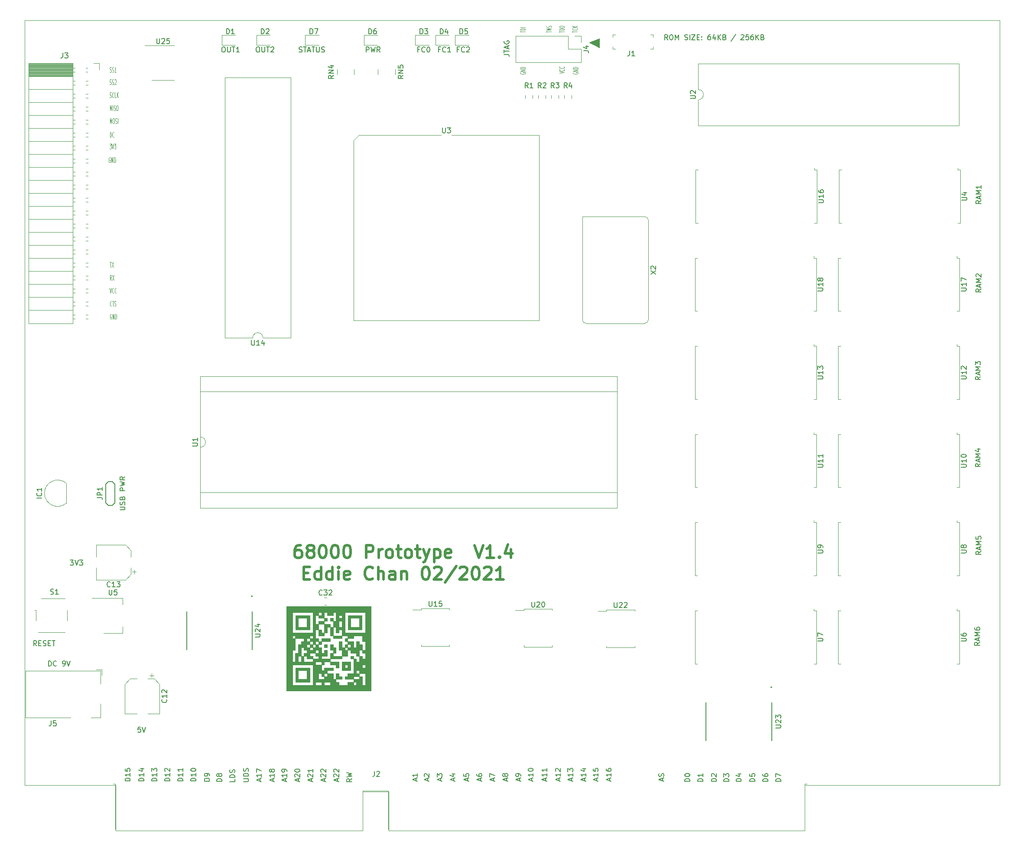
<source format=gbr>
%TF.GenerationSoftware,KiCad,Pcbnew,5.1.6-c6e7f7d~86~ubuntu18.04.1*%
%TF.CreationDate,2021-02-20T22:43:29+08:00*%
%TF.ProjectId,68k_dev,36386b5f-6465-4762-9e6b-696361645f70,rev?*%
%TF.SameCoordinates,Original*%
%TF.FileFunction,Legend,Top*%
%TF.FilePolarity,Positive*%
%FSLAX46Y46*%
G04 Gerber Fmt 4.6, Leading zero omitted, Abs format (unit mm)*
G04 Created by KiCad (PCBNEW 5.1.6-c6e7f7d~86~ubuntu18.04.1) date 2021-02-20 22:43:29*
%MOMM*%
%LPD*%
G01*
G04 APERTURE LIST*
%ADD10C,0.150000*%
%ADD11C,0.100000*%
%ADD12C,0.125000*%
%ADD13C,0.500000*%
%TA.AperFunction,Profile*%
%ADD14C,0.050000*%
%TD*%
%ADD15C,0.010000*%
%ADD16C,0.120000*%
%ADD17C,0.127000*%
%ADD18C,0.200000*%
G04 APERTURE END LIST*
D10*
X88804904Y-115530380D02*
X89423952Y-115530380D01*
X89090619Y-115911333D01*
X89233476Y-115911333D01*
X89328714Y-115958952D01*
X89376333Y-116006571D01*
X89423952Y-116101809D01*
X89423952Y-116339904D01*
X89376333Y-116435142D01*
X89328714Y-116482761D01*
X89233476Y-116530380D01*
X88947761Y-116530380D01*
X88852523Y-116482761D01*
X88804904Y-116435142D01*
X89709666Y-115530380D02*
X90043000Y-116530380D01*
X90376333Y-115530380D01*
X90614428Y-115530380D02*
X91233476Y-115530380D01*
X90900142Y-115911333D01*
X91043000Y-115911333D01*
X91138238Y-115958952D01*
X91185857Y-116006571D01*
X91233476Y-116101809D01*
X91233476Y-116339904D01*
X91185857Y-116435142D01*
X91138238Y-116482761D01*
X91043000Y-116530380D01*
X90757285Y-116530380D01*
X90662047Y-116482761D01*
X90614428Y-116435142D01*
X266771380Y-113815666D02*
X266295190Y-114149000D01*
X266771380Y-114387095D02*
X265771380Y-114387095D01*
X265771380Y-114006142D01*
X265819000Y-113910904D01*
X265866619Y-113863285D01*
X265961857Y-113815666D01*
X266104714Y-113815666D01*
X266199952Y-113863285D01*
X266247571Y-113910904D01*
X266295190Y-114006142D01*
X266295190Y-114387095D01*
X266485666Y-113434714D02*
X266485666Y-112958523D01*
X266771380Y-113529952D02*
X265771380Y-113196619D01*
X266771380Y-112863285D01*
X266771380Y-112529952D02*
X265771380Y-112529952D01*
X266485666Y-112196619D01*
X265771380Y-111863285D01*
X266771380Y-111863285D01*
X265771380Y-110910904D02*
X265771380Y-111387095D01*
X266247571Y-111434714D01*
X266199952Y-111387095D01*
X266152333Y-111291857D01*
X266152333Y-111053761D01*
X266199952Y-110958523D01*
X266247571Y-110910904D01*
X266342809Y-110863285D01*
X266580904Y-110863285D01*
X266676142Y-110910904D01*
X266723761Y-110958523D01*
X266771380Y-111053761D01*
X266771380Y-111291857D01*
X266723761Y-111387095D01*
X266676142Y-111434714D01*
X266517380Y-131595666D02*
X266041190Y-131929000D01*
X266517380Y-132167095D02*
X265517380Y-132167095D01*
X265517380Y-131786142D01*
X265565000Y-131690904D01*
X265612619Y-131643285D01*
X265707857Y-131595666D01*
X265850714Y-131595666D01*
X265945952Y-131643285D01*
X265993571Y-131690904D01*
X266041190Y-131786142D01*
X266041190Y-132167095D01*
X266231666Y-131214714D02*
X266231666Y-130738523D01*
X266517380Y-131309952D02*
X265517380Y-130976619D01*
X266517380Y-130643285D01*
X266517380Y-130309952D02*
X265517380Y-130309952D01*
X266231666Y-129976619D01*
X265517380Y-129643285D01*
X266517380Y-129643285D01*
X265517380Y-128738523D02*
X265517380Y-128929000D01*
X265565000Y-129024238D01*
X265612619Y-129071857D01*
X265755476Y-129167095D01*
X265945952Y-129214714D01*
X266326904Y-129214714D01*
X266422142Y-129167095D01*
X266469761Y-129119476D01*
X266517380Y-129024238D01*
X266517380Y-128833761D01*
X266469761Y-128738523D01*
X266422142Y-128690904D01*
X266326904Y-128643285D01*
X266088809Y-128643285D01*
X265993571Y-128690904D01*
X265945952Y-128738523D01*
X265898333Y-128833761D01*
X265898333Y-129024238D01*
X265945952Y-129119476D01*
X265993571Y-129167095D01*
X266088809Y-129214714D01*
D11*
G36*
X192151000Y-15367000D02*
G01*
X190246000Y-14351000D01*
X192151000Y-13589000D01*
X192151000Y-15367000D01*
G37*
X192151000Y-15367000D02*
X190246000Y-14351000D01*
X192151000Y-13589000D01*
X192151000Y-15367000D01*
D12*
X176744380Y-12322904D02*
X176744380Y-12037190D01*
X177744380Y-12180047D02*
X176744380Y-12180047D01*
X177744380Y-11870523D02*
X176744380Y-11870523D01*
X176744380Y-11751476D01*
X176792000Y-11680047D01*
X176887238Y-11632428D01*
X176982476Y-11608619D01*
X177172952Y-11584809D01*
X177315809Y-11584809D01*
X177506285Y-11608619D01*
X177601523Y-11632428D01*
X177696761Y-11680047D01*
X177744380Y-11751476D01*
X177744380Y-11870523D01*
X177744380Y-11370523D02*
X176744380Y-11370523D01*
X181824380Y-12350666D02*
X181824380Y-12064952D01*
X182824380Y-12207809D02*
X181824380Y-12207809D01*
X182824380Y-11898285D02*
X181824380Y-11898285D01*
X182538666Y-11731619D01*
X181824380Y-11564952D01*
X182824380Y-11564952D01*
X182776761Y-11350666D02*
X182824380Y-11279238D01*
X182824380Y-11160190D01*
X182776761Y-11112571D01*
X182729142Y-11088761D01*
X182633904Y-11064952D01*
X182538666Y-11064952D01*
X182443428Y-11088761D01*
X182395809Y-11112571D01*
X182348190Y-11160190D01*
X182300571Y-11255428D01*
X182252952Y-11303047D01*
X182205333Y-11326857D01*
X182110095Y-11350666D01*
X182014857Y-11350666D01*
X181919619Y-11326857D01*
X181872000Y-11303047D01*
X181824380Y-11255428D01*
X181824380Y-11136380D01*
X181872000Y-11064952D01*
X184364380Y-12338761D02*
X184364380Y-12053047D01*
X185364380Y-12195904D02*
X184364380Y-12195904D01*
X185364380Y-11886380D02*
X184364380Y-11886380D01*
X184364380Y-11767333D01*
X184412000Y-11695904D01*
X184507238Y-11648285D01*
X184602476Y-11624476D01*
X184792952Y-11600666D01*
X184935809Y-11600666D01*
X185126285Y-11624476D01*
X185221523Y-11648285D01*
X185316761Y-11695904D01*
X185364380Y-11767333D01*
X185364380Y-11886380D01*
X184364380Y-11291142D02*
X184364380Y-11195904D01*
X184412000Y-11148285D01*
X184507238Y-11100666D01*
X184697714Y-11076857D01*
X185031047Y-11076857D01*
X185221523Y-11100666D01*
X185316761Y-11148285D01*
X185364380Y-11195904D01*
X185364380Y-11291142D01*
X185316761Y-11338761D01*
X185221523Y-11386380D01*
X185031047Y-11410190D01*
X184697714Y-11410190D01*
X184507238Y-11386380D01*
X184412000Y-11338761D01*
X184364380Y-11291142D01*
X186904380Y-12326857D02*
X186904380Y-12041142D01*
X187904380Y-12184000D02*
X186904380Y-12184000D01*
X187809142Y-11588761D02*
X187856761Y-11612571D01*
X187904380Y-11684000D01*
X187904380Y-11731619D01*
X187856761Y-11803047D01*
X187761523Y-11850666D01*
X187666285Y-11874476D01*
X187475809Y-11898285D01*
X187332952Y-11898285D01*
X187142476Y-11874476D01*
X187047238Y-11850666D01*
X186952000Y-11803047D01*
X186904380Y-11731619D01*
X186904380Y-11684000D01*
X186952000Y-11612571D01*
X186999619Y-11588761D01*
X187904380Y-11374476D02*
X186904380Y-11374476D01*
X187904380Y-11088761D02*
X187332952Y-11303047D01*
X186904380Y-11088761D02*
X187475809Y-11374476D01*
X187079000Y-20192952D02*
X187031380Y-20240571D01*
X187031380Y-20312000D01*
X187079000Y-20383428D01*
X187174238Y-20431047D01*
X187269476Y-20454857D01*
X187459952Y-20478666D01*
X187602809Y-20478666D01*
X187793285Y-20454857D01*
X187888523Y-20431047D01*
X187983761Y-20383428D01*
X188031380Y-20312000D01*
X188031380Y-20264380D01*
X187983761Y-20192952D01*
X187936142Y-20169142D01*
X187602809Y-20169142D01*
X187602809Y-20264380D01*
X188031380Y-19954857D02*
X187031380Y-19954857D01*
X188031380Y-19669142D01*
X187031380Y-19669142D01*
X188031380Y-19431047D02*
X187031380Y-19431047D01*
X187031380Y-19312000D01*
X187079000Y-19240571D01*
X187174238Y-19192952D01*
X187269476Y-19169142D01*
X187459952Y-19145333D01*
X187602809Y-19145333D01*
X187793285Y-19169142D01*
X187888523Y-19192952D01*
X187983761Y-19240571D01*
X188031380Y-19312000D01*
X188031380Y-19431047D01*
X184364380Y-20351666D02*
X185364380Y-20185000D01*
X184364380Y-20018333D01*
X185269142Y-19565952D02*
X185316761Y-19589761D01*
X185364380Y-19661190D01*
X185364380Y-19708809D01*
X185316761Y-19780238D01*
X185221523Y-19827857D01*
X185126285Y-19851666D01*
X184935809Y-19875476D01*
X184792952Y-19875476D01*
X184602476Y-19851666D01*
X184507238Y-19827857D01*
X184412000Y-19780238D01*
X184364380Y-19708809D01*
X184364380Y-19661190D01*
X184412000Y-19589761D01*
X184459619Y-19565952D01*
X185269142Y-19065952D02*
X185316761Y-19089761D01*
X185364380Y-19161190D01*
X185364380Y-19208809D01*
X185316761Y-19280238D01*
X185221523Y-19327857D01*
X185126285Y-19351666D01*
X184935809Y-19375476D01*
X184792952Y-19375476D01*
X184602476Y-19351666D01*
X184507238Y-19327857D01*
X184412000Y-19280238D01*
X184364380Y-19208809D01*
X184364380Y-19161190D01*
X184412000Y-19089761D01*
X184459619Y-19065952D01*
X176792000Y-20192952D02*
X176744380Y-20240571D01*
X176744380Y-20312000D01*
X176792000Y-20383428D01*
X176887238Y-20431047D01*
X176982476Y-20454857D01*
X177172952Y-20478666D01*
X177315809Y-20478666D01*
X177506285Y-20454857D01*
X177601523Y-20431047D01*
X177696761Y-20383428D01*
X177744380Y-20312000D01*
X177744380Y-20264380D01*
X177696761Y-20192952D01*
X177649142Y-20169142D01*
X177315809Y-20169142D01*
X177315809Y-20264380D01*
X177744380Y-19954857D02*
X176744380Y-19954857D01*
X177744380Y-19669142D01*
X176744380Y-19669142D01*
X177744380Y-19431047D02*
X176744380Y-19431047D01*
X176744380Y-19312000D01*
X176792000Y-19240571D01*
X176887238Y-19192952D01*
X176982476Y-19169142D01*
X177172952Y-19145333D01*
X177315809Y-19145333D01*
X177506285Y-19169142D01*
X177601523Y-19192952D01*
X177696761Y-19240571D01*
X177744380Y-19312000D01*
X177744380Y-19431047D01*
X96623238Y-36838000D02*
X96575619Y-36790380D01*
X96504191Y-36790380D01*
X96432762Y-36838000D01*
X96385143Y-36933238D01*
X96361333Y-37028476D01*
X96337524Y-37218952D01*
X96337524Y-37361809D01*
X96361333Y-37552285D01*
X96385143Y-37647523D01*
X96432762Y-37742761D01*
X96504191Y-37790380D01*
X96551810Y-37790380D01*
X96623238Y-37742761D01*
X96647048Y-37695142D01*
X96647048Y-37361809D01*
X96551810Y-37361809D01*
X96861333Y-37790380D02*
X96861333Y-36790380D01*
X97147048Y-37790380D01*
X97147048Y-36790380D01*
X97385143Y-37790380D02*
X97385143Y-36790380D01*
X97504191Y-36790380D01*
X97575619Y-36838000D01*
X97623238Y-36933238D01*
X97647048Y-37028476D01*
X97670857Y-37218952D01*
X97670857Y-37361809D01*
X97647048Y-37552285D01*
X97623238Y-37647523D01*
X97575619Y-37742761D01*
X97504191Y-37790380D01*
X97385143Y-37790380D01*
D10*
X266644380Y-96670666D02*
X266168190Y-97004000D01*
X266644380Y-97242095D02*
X265644380Y-97242095D01*
X265644380Y-96861142D01*
X265692000Y-96765904D01*
X265739619Y-96718285D01*
X265834857Y-96670666D01*
X265977714Y-96670666D01*
X266072952Y-96718285D01*
X266120571Y-96765904D01*
X266168190Y-96861142D01*
X266168190Y-97242095D01*
X266358666Y-96289714D02*
X266358666Y-95813523D01*
X266644380Y-96384952D02*
X265644380Y-96051619D01*
X266644380Y-95718285D01*
X266644380Y-95384952D02*
X265644380Y-95384952D01*
X266358666Y-95051619D01*
X265644380Y-94718285D01*
X266644380Y-94718285D01*
X265977714Y-93813523D02*
X266644380Y-93813523D01*
X265596761Y-94051619D02*
X266311047Y-94289714D01*
X266311047Y-93670666D01*
X266644380Y-79652666D02*
X266168190Y-79986000D01*
X266644380Y-80224095D02*
X265644380Y-80224095D01*
X265644380Y-79843142D01*
X265692000Y-79747904D01*
X265739619Y-79700285D01*
X265834857Y-79652666D01*
X265977714Y-79652666D01*
X266072952Y-79700285D01*
X266120571Y-79747904D01*
X266168190Y-79843142D01*
X266168190Y-80224095D01*
X266358666Y-79271714D02*
X266358666Y-78795523D01*
X266644380Y-79366952D02*
X265644380Y-79033619D01*
X266644380Y-78700285D01*
X266644380Y-78366952D02*
X265644380Y-78366952D01*
X266358666Y-78033619D01*
X265644380Y-77700285D01*
X266644380Y-77700285D01*
X265644380Y-77319333D02*
X265644380Y-76700285D01*
X266025333Y-77033619D01*
X266025333Y-76890761D01*
X266072952Y-76795523D01*
X266120571Y-76747904D01*
X266215809Y-76700285D01*
X266453904Y-76700285D01*
X266549142Y-76747904D01*
X266596761Y-76795523D01*
X266644380Y-76890761D01*
X266644380Y-77176476D01*
X266596761Y-77271714D01*
X266549142Y-77319333D01*
X266771380Y-62507666D02*
X266295190Y-62841000D01*
X266771380Y-63079095D02*
X265771380Y-63079095D01*
X265771380Y-62698142D01*
X265819000Y-62602904D01*
X265866619Y-62555285D01*
X265961857Y-62507666D01*
X266104714Y-62507666D01*
X266199952Y-62555285D01*
X266247571Y-62602904D01*
X266295190Y-62698142D01*
X266295190Y-63079095D01*
X266485666Y-62126714D02*
X266485666Y-61650523D01*
X266771380Y-62221952D02*
X265771380Y-61888619D01*
X266771380Y-61555285D01*
X266771380Y-61221952D02*
X265771380Y-61221952D01*
X266485666Y-60888619D01*
X265771380Y-60555285D01*
X266771380Y-60555285D01*
X265866619Y-60126714D02*
X265819000Y-60079095D01*
X265771380Y-59983857D01*
X265771380Y-59745761D01*
X265819000Y-59650523D01*
X265866619Y-59602904D01*
X265961857Y-59555285D01*
X266057095Y-59555285D01*
X266199952Y-59602904D01*
X266771380Y-60174333D01*
X266771380Y-59555285D01*
X266771380Y-45235666D02*
X266295190Y-45569000D01*
X266771380Y-45807095D02*
X265771380Y-45807095D01*
X265771380Y-45426142D01*
X265819000Y-45330904D01*
X265866619Y-45283285D01*
X265961857Y-45235666D01*
X266104714Y-45235666D01*
X266199952Y-45283285D01*
X266247571Y-45330904D01*
X266295190Y-45426142D01*
X266295190Y-45807095D01*
X266485666Y-44854714D02*
X266485666Y-44378523D01*
X266771380Y-44949952D02*
X265771380Y-44616619D01*
X266771380Y-44283285D01*
X266771380Y-43949952D02*
X265771380Y-43949952D01*
X266485666Y-43616619D01*
X265771380Y-43283285D01*
X266771380Y-43283285D01*
X266771380Y-42283285D02*
X266771380Y-42854714D01*
X266771380Y-42569000D02*
X265771380Y-42569000D01*
X265914238Y-42664238D01*
X266009476Y-42759476D01*
X266057095Y-42854714D01*
D13*
X133864476Y-112583952D02*
X133388285Y-112583952D01*
X133150190Y-112703000D01*
X133031142Y-112822047D01*
X132793047Y-113179190D01*
X132674000Y-113655380D01*
X132674000Y-114607761D01*
X132793047Y-114845857D01*
X132912095Y-114964904D01*
X133150190Y-115083952D01*
X133626380Y-115083952D01*
X133864476Y-114964904D01*
X133983523Y-114845857D01*
X134102571Y-114607761D01*
X134102571Y-114012523D01*
X133983523Y-113774428D01*
X133864476Y-113655380D01*
X133626380Y-113536333D01*
X133150190Y-113536333D01*
X132912095Y-113655380D01*
X132793047Y-113774428D01*
X132674000Y-114012523D01*
X135531142Y-113655380D02*
X135293047Y-113536333D01*
X135174000Y-113417285D01*
X135054952Y-113179190D01*
X135054952Y-113060142D01*
X135174000Y-112822047D01*
X135293047Y-112703000D01*
X135531142Y-112583952D01*
X136007333Y-112583952D01*
X136245428Y-112703000D01*
X136364476Y-112822047D01*
X136483523Y-113060142D01*
X136483523Y-113179190D01*
X136364476Y-113417285D01*
X136245428Y-113536333D01*
X136007333Y-113655380D01*
X135531142Y-113655380D01*
X135293047Y-113774428D01*
X135174000Y-113893476D01*
X135054952Y-114131571D01*
X135054952Y-114607761D01*
X135174000Y-114845857D01*
X135293047Y-114964904D01*
X135531142Y-115083952D01*
X136007333Y-115083952D01*
X136245428Y-114964904D01*
X136364476Y-114845857D01*
X136483523Y-114607761D01*
X136483523Y-114131571D01*
X136364476Y-113893476D01*
X136245428Y-113774428D01*
X136007333Y-113655380D01*
X138031142Y-112583952D02*
X138269238Y-112583952D01*
X138507333Y-112703000D01*
X138626380Y-112822047D01*
X138745428Y-113060142D01*
X138864476Y-113536333D01*
X138864476Y-114131571D01*
X138745428Y-114607761D01*
X138626380Y-114845857D01*
X138507333Y-114964904D01*
X138269238Y-115083952D01*
X138031142Y-115083952D01*
X137793047Y-114964904D01*
X137674000Y-114845857D01*
X137554952Y-114607761D01*
X137435904Y-114131571D01*
X137435904Y-113536333D01*
X137554952Y-113060142D01*
X137674000Y-112822047D01*
X137793047Y-112703000D01*
X138031142Y-112583952D01*
X140412095Y-112583952D02*
X140650190Y-112583952D01*
X140888285Y-112703000D01*
X141007333Y-112822047D01*
X141126380Y-113060142D01*
X141245428Y-113536333D01*
X141245428Y-114131571D01*
X141126380Y-114607761D01*
X141007333Y-114845857D01*
X140888285Y-114964904D01*
X140650190Y-115083952D01*
X140412095Y-115083952D01*
X140174000Y-114964904D01*
X140054952Y-114845857D01*
X139935904Y-114607761D01*
X139816857Y-114131571D01*
X139816857Y-113536333D01*
X139935904Y-113060142D01*
X140054952Y-112822047D01*
X140174000Y-112703000D01*
X140412095Y-112583952D01*
X142793047Y-112583952D02*
X143031142Y-112583952D01*
X143269238Y-112703000D01*
X143388285Y-112822047D01*
X143507333Y-113060142D01*
X143626380Y-113536333D01*
X143626380Y-114131571D01*
X143507333Y-114607761D01*
X143388285Y-114845857D01*
X143269238Y-114964904D01*
X143031142Y-115083952D01*
X142793047Y-115083952D01*
X142554952Y-114964904D01*
X142435904Y-114845857D01*
X142316857Y-114607761D01*
X142197809Y-114131571D01*
X142197809Y-113536333D01*
X142316857Y-113060142D01*
X142435904Y-112822047D01*
X142554952Y-112703000D01*
X142793047Y-112583952D01*
X146602571Y-115083952D02*
X146602571Y-112583952D01*
X147554952Y-112583952D01*
X147793047Y-112703000D01*
X147912095Y-112822047D01*
X148031142Y-113060142D01*
X148031142Y-113417285D01*
X147912095Y-113655380D01*
X147793047Y-113774428D01*
X147554952Y-113893476D01*
X146602571Y-113893476D01*
X149102571Y-115083952D02*
X149102571Y-113417285D01*
X149102571Y-113893476D02*
X149221619Y-113655380D01*
X149340666Y-113536333D01*
X149578761Y-113417285D01*
X149816857Y-113417285D01*
X151007333Y-115083952D02*
X150769238Y-114964904D01*
X150650190Y-114845857D01*
X150531142Y-114607761D01*
X150531142Y-113893476D01*
X150650190Y-113655380D01*
X150769238Y-113536333D01*
X151007333Y-113417285D01*
X151364476Y-113417285D01*
X151602571Y-113536333D01*
X151721619Y-113655380D01*
X151840666Y-113893476D01*
X151840666Y-114607761D01*
X151721619Y-114845857D01*
X151602571Y-114964904D01*
X151364476Y-115083952D01*
X151007333Y-115083952D01*
X152554952Y-113417285D02*
X153507333Y-113417285D01*
X152912095Y-112583952D02*
X152912095Y-114726809D01*
X153031142Y-114964904D01*
X153269238Y-115083952D01*
X153507333Y-115083952D01*
X154697809Y-115083952D02*
X154459714Y-114964904D01*
X154340666Y-114845857D01*
X154221619Y-114607761D01*
X154221619Y-113893476D01*
X154340666Y-113655380D01*
X154459714Y-113536333D01*
X154697809Y-113417285D01*
X155054952Y-113417285D01*
X155293047Y-113536333D01*
X155412095Y-113655380D01*
X155531142Y-113893476D01*
X155531142Y-114607761D01*
X155412095Y-114845857D01*
X155293047Y-114964904D01*
X155054952Y-115083952D01*
X154697809Y-115083952D01*
X156245428Y-113417285D02*
X157197809Y-113417285D01*
X156602571Y-112583952D02*
X156602571Y-114726809D01*
X156721619Y-114964904D01*
X156959714Y-115083952D01*
X157197809Y-115083952D01*
X157793047Y-113417285D02*
X158388285Y-115083952D01*
X158983523Y-113417285D02*
X158388285Y-115083952D01*
X158150190Y-115679190D01*
X158031142Y-115798238D01*
X157793047Y-115917285D01*
X159935904Y-113417285D02*
X159935904Y-115917285D01*
X159935904Y-113536333D02*
X160174000Y-113417285D01*
X160650190Y-113417285D01*
X160888285Y-113536333D01*
X161007333Y-113655380D01*
X161126380Y-113893476D01*
X161126380Y-114607761D01*
X161007333Y-114845857D01*
X160888285Y-114964904D01*
X160650190Y-115083952D01*
X160174000Y-115083952D01*
X159935904Y-114964904D01*
X163150190Y-114964904D02*
X162912095Y-115083952D01*
X162435904Y-115083952D01*
X162197809Y-114964904D01*
X162078761Y-114726809D01*
X162078761Y-113774428D01*
X162197809Y-113536333D01*
X162435904Y-113417285D01*
X162912095Y-113417285D01*
X163150190Y-113536333D01*
X163269238Y-113774428D01*
X163269238Y-114012523D01*
X162078761Y-114250619D01*
X167793047Y-112583952D02*
X168626380Y-115083952D01*
X169459714Y-112583952D01*
X171602571Y-115083952D02*
X170174000Y-115083952D01*
X170888285Y-115083952D02*
X170888285Y-112583952D01*
X170650190Y-112941095D01*
X170412095Y-113179190D01*
X170174000Y-113298238D01*
X172674000Y-114845857D02*
X172793047Y-114964904D01*
X172674000Y-115083952D01*
X172554952Y-114964904D01*
X172674000Y-114845857D01*
X172674000Y-115083952D01*
X174935904Y-113417285D02*
X174935904Y-115083952D01*
X174340666Y-112464904D02*
X173745428Y-114250619D01*
X175293047Y-114250619D01*
X134459714Y-118024428D02*
X135293047Y-118024428D01*
X135650190Y-119333952D02*
X134459714Y-119333952D01*
X134459714Y-116833952D01*
X135650190Y-116833952D01*
X137793047Y-119333952D02*
X137793047Y-116833952D01*
X137793047Y-119214904D02*
X137554952Y-119333952D01*
X137078761Y-119333952D01*
X136840666Y-119214904D01*
X136721619Y-119095857D01*
X136602571Y-118857761D01*
X136602571Y-118143476D01*
X136721619Y-117905380D01*
X136840666Y-117786333D01*
X137078761Y-117667285D01*
X137554952Y-117667285D01*
X137793047Y-117786333D01*
X140054952Y-119333952D02*
X140054952Y-116833952D01*
X140054952Y-119214904D02*
X139816857Y-119333952D01*
X139340666Y-119333952D01*
X139102571Y-119214904D01*
X138983523Y-119095857D01*
X138864476Y-118857761D01*
X138864476Y-118143476D01*
X138983523Y-117905380D01*
X139102571Y-117786333D01*
X139340666Y-117667285D01*
X139816857Y-117667285D01*
X140054952Y-117786333D01*
X141245428Y-119333952D02*
X141245428Y-117667285D01*
X141245428Y-116833952D02*
X141126380Y-116953000D01*
X141245428Y-117072047D01*
X141364476Y-116953000D01*
X141245428Y-116833952D01*
X141245428Y-117072047D01*
X143388285Y-119214904D02*
X143150190Y-119333952D01*
X142674000Y-119333952D01*
X142435904Y-119214904D01*
X142316857Y-118976809D01*
X142316857Y-118024428D01*
X142435904Y-117786333D01*
X142674000Y-117667285D01*
X143150190Y-117667285D01*
X143388285Y-117786333D01*
X143507333Y-118024428D01*
X143507333Y-118262523D01*
X142316857Y-118500619D01*
X147912095Y-119095857D02*
X147793047Y-119214904D01*
X147435904Y-119333952D01*
X147197809Y-119333952D01*
X146840666Y-119214904D01*
X146602571Y-118976809D01*
X146483523Y-118738714D01*
X146364476Y-118262523D01*
X146364476Y-117905380D01*
X146483523Y-117429190D01*
X146602571Y-117191095D01*
X146840666Y-116953000D01*
X147197809Y-116833952D01*
X147435904Y-116833952D01*
X147793047Y-116953000D01*
X147912095Y-117072047D01*
X148983523Y-119333952D02*
X148983523Y-116833952D01*
X150054952Y-119333952D02*
X150054952Y-118024428D01*
X149935904Y-117786333D01*
X149697809Y-117667285D01*
X149340666Y-117667285D01*
X149102571Y-117786333D01*
X148983523Y-117905380D01*
X152316857Y-119333952D02*
X152316857Y-118024428D01*
X152197809Y-117786333D01*
X151959714Y-117667285D01*
X151483523Y-117667285D01*
X151245428Y-117786333D01*
X152316857Y-119214904D02*
X152078761Y-119333952D01*
X151483523Y-119333952D01*
X151245428Y-119214904D01*
X151126380Y-118976809D01*
X151126380Y-118738714D01*
X151245428Y-118500619D01*
X151483523Y-118381571D01*
X152078761Y-118381571D01*
X152316857Y-118262523D01*
X153507333Y-117667285D02*
X153507333Y-119333952D01*
X153507333Y-117905380D02*
X153626380Y-117786333D01*
X153864476Y-117667285D01*
X154221619Y-117667285D01*
X154459714Y-117786333D01*
X154578761Y-118024428D01*
X154578761Y-119333952D01*
X158150190Y-116833952D02*
X158388285Y-116833952D01*
X158626380Y-116953000D01*
X158745428Y-117072047D01*
X158864476Y-117310142D01*
X158983523Y-117786333D01*
X158983523Y-118381571D01*
X158864476Y-118857761D01*
X158745428Y-119095857D01*
X158626380Y-119214904D01*
X158388285Y-119333952D01*
X158150190Y-119333952D01*
X157912095Y-119214904D01*
X157793047Y-119095857D01*
X157674000Y-118857761D01*
X157554952Y-118381571D01*
X157554952Y-117786333D01*
X157674000Y-117310142D01*
X157793047Y-117072047D01*
X157912095Y-116953000D01*
X158150190Y-116833952D01*
X159935904Y-117072047D02*
X160054952Y-116953000D01*
X160293047Y-116833952D01*
X160888285Y-116833952D01*
X161126380Y-116953000D01*
X161245428Y-117072047D01*
X161364476Y-117310142D01*
X161364476Y-117548238D01*
X161245428Y-117905380D01*
X159816857Y-119333952D01*
X161364476Y-119333952D01*
X164221619Y-116714904D02*
X162078761Y-119929190D01*
X164935904Y-117072047D02*
X165054952Y-116953000D01*
X165293047Y-116833952D01*
X165888285Y-116833952D01*
X166126380Y-116953000D01*
X166245428Y-117072047D01*
X166364476Y-117310142D01*
X166364476Y-117548238D01*
X166245428Y-117905380D01*
X164816857Y-119333952D01*
X166364476Y-119333952D01*
X167912095Y-116833952D02*
X168150190Y-116833952D01*
X168388285Y-116953000D01*
X168507333Y-117072047D01*
X168626380Y-117310142D01*
X168745428Y-117786333D01*
X168745428Y-118381571D01*
X168626380Y-118857761D01*
X168507333Y-119095857D01*
X168388285Y-119214904D01*
X168150190Y-119333952D01*
X167912095Y-119333952D01*
X167674000Y-119214904D01*
X167554952Y-119095857D01*
X167435904Y-118857761D01*
X167316857Y-118381571D01*
X167316857Y-117786333D01*
X167435904Y-117310142D01*
X167554952Y-117072047D01*
X167674000Y-116953000D01*
X167912095Y-116833952D01*
X169697809Y-117072047D02*
X169816857Y-116953000D01*
X170054952Y-116833952D01*
X170650190Y-116833952D01*
X170888285Y-116953000D01*
X171007333Y-117072047D01*
X171126380Y-117310142D01*
X171126380Y-117548238D01*
X171007333Y-117905380D01*
X169578761Y-119333952D01*
X171126380Y-119333952D01*
X173507333Y-119333952D02*
X172078761Y-119333952D01*
X172793047Y-119333952D02*
X172793047Y-116833952D01*
X172554952Y-117191095D01*
X172316857Y-117429190D01*
X172078761Y-117548238D01*
D10*
X227655380Y-158783785D02*
X226655380Y-158783785D01*
X226655380Y-158545690D01*
X226703000Y-158402833D01*
X226798238Y-158307595D01*
X226893476Y-158259976D01*
X227083952Y-158212357D01*
X227226809Y-158212357D01*
X227417285Y-158259976D01*
X227512523Y-158307595D01*
X227607761Y-158402833D01*
X227655380Y-158545690D01*
X227655380Y-158783785D01*
X226655380Y-157879023D02*
X226655380Y-157212357D01*
X227655380Y-157640928D01*
X225115380Y-158783785D02*
X224115380Y-158783785D01*
X224115380Y-158545690D01*
X224163000Y-158402833D01*
X224258238Y-158307595D01*
X224353476Y-158259976D01*
X224543952Y-158212357D01*
X224686809Y-158212357D01*
X224877285Y-158259976D01*
X224972523Y-158307595D01*
X225067761Y-158402833D01*
X225115380Y-158545690D01*
X225115380Y-158783785D01*
X224115380Y-157355214D02*
X224115380Y-157545690D01*
X224163000Y-157640928D01*
X224210619Y-157688547D01*
X224353476Y-157783785D01*
X224543952Y-157831404D01*
X224924904Y-157831404D01*
X225020142Y-157783785D01*
X225067761Y-157736166D01*
X225115380Y-157640928D01*
X225115380Y-157450452D01*
X225067761Y-157355214D01*
X225020142Y-157307595D01*
X224924904Y-157259976D01*
X224686809Y-157259976D01*
X224591571Y-157307595D01*
X224543952Y-157355214D01*
X224496333Y-157450452D01*
X224496333Y-157640928D01*
X224543952Y-157736166D01*
X224591571Y-157783785D01*
X224686809Y-157831404D01*
X222575380Y-158783785D02*
X221575380Y-158783785D01*
X221575380Y-158545690D01*
X221623000Y-158402833D01*
X221718238Y-158307595D01*
X221813476Y-158259976D01*
X222003952Y-158212357D01*
X222146809Y-158212357D01*
X222337285Y-158259976D01*
X222432523Y-158307595D01*
X222527761Y-158402833D01*
X222575380Y-158545690D01*
X222575380Y-158783785D01*
X221575380Y-157307595D02*
X221575380Y-157783785D01*
X222051571Y-157831404D01*
X222003952Y-157783785D01*
X221956333Y-157688547D01*
X221956333Y-157450452D01*
X222003952Y-157355214D01*
X222051571Y-157307595D01*
X222146809Y-157259976D01*
X222384904Y-157259976D01*
X222480142Y-157307595D01*
X222527761Y-157355214D01*
X222575380Y-157450452D01*
X222575380Y-157688547D01*
X222527761Y-157783785D01*
X222480142Y-157831404D01*
X219908380Y-158783785D02*
X218908380Y-158783785D01*
X218908380Y-158545690D01*
X218956000Y-158402833D01*
X219051238Y-158307595D01*
X219146476Y-158259976D01*
X219336952Y-158212357D01*
X219479809Y-158212357D01*
X219670285Y-158259976D01*
X219765523Y-158307595D01*
X219860761Y-158402833D01*
X219908380Y-158545690D01*
X219908380Y-158783785D01*
X219241714Y-157355214D02*
X219908380Y-157355214D01*
X218860761Y-157593309D02*
X219575047Y-157831404D01*
X219575047Y-157212357D01*
X217495380Y-158783785D02*
X216495380Y-158783785D01*
X216495380Y-158545690D01*
X216543000Y-158402833D01*
X216638238Y-158307595D01*
X216733476Y-158259976D01*
X216923952Y-158212357D01*
X217066809Y-158212357D01*
X217257285Y-158259976D01*
X217352523Y-158307595D01*
X217447761Y-158402833D01*
X217495380Y-158545690D01*
X217495380Y-158783785D01*
X216495380Y-157879023D02*
X216495380Y-157259976D01*
X216876333Y-157593309D01*
X216876333Y-157450452D01*
X216923952Y-157355214D01*
X216971571Y-157307595D01*
X217066809Y-157259976D01*
X217304904Y-157259976D01*
X217400142Y-157307595D01*
X217447761Y-157355214D01*
X217495380Y-157450452D01*
X217495380Y-157736166D01*
X217447761Y-157831404D01*
X217400142Y-157879023D01*
X215082380Y-158783785D02*
X214082380Y-158783785D01*
X214082380Y-158545690D01*
X214130000Y-158402833D01*
X214225238Y-158307595D01*
X214320476Y-158259976D01*
X214510952Y-158212357D01*
X214653809Y-158212357D01*
X214844285Y-158259976D01*
X214939523Y-158307595D01*
X215034761Y-158402833D01*
X215082380Y-158545690D01*
X215082380Y-158783785D01*
X214177619Y-157831404D02*
X214130000Y-157783785D01*
X214082380Y-157688547D01*
X214082380Y-157450452D01*
X214130000Y-157355214D01*
X214177619Y-157307595D01*
X214272857Y-157259976D01*
X214368095Y-157259976D01*
X214510952Y-157307595D01*
X215082380Y-157879023D01*
X215082380Y-157259976D01*
X212415380Y-158783785D02*
X211415380Y-158783785D01*
X211415380Y-158545690D01*
X211463000Y-158402833D01*
X211558238Y-158307595D01*
X211653476Y-158259976D01*
X211843952Y-158212357D01*
X211986809Y-158212357D01*
X212177285Y-158259976D01*
X212272523Y-158307595D01*
X212367761Y-158402833D01*
X212415380Y-158545690D01*
X212415380Y-158783785D01*
X212415380Y-157259976D02*
X212415380Y-157831404D01*
X212415380Y-157545690D02*
X211415380Y-157545690D01*
X211558238Y-157640928D01*
X211653476Y-157736166D01*
X211701095Y-157831404D01*
X209875380Y-158783785D02*
X208875380Y-158783785D01*
X208875380Y-158545690D01*
X208923000Y-158402833D01*
X209018238Y-158307595D01*
X209113476Y-158259976D01*
X209303952Y-158212357D01*
X209446809Y-158212357D01*
X209637285Y-158259976D01*
X209732523Y-158307595D01*
X209827761Y-158402833D01*
X209875380Y-158545690D01*
X209875380Y-158783785D01*
X208875380Y-157593309D02*
X208875380Y-157498071D01*
X208923000Y-157402833D01*
X208970619Y-157355214D01*
X209065857Y-157307595D01*
X209256333Y-157259976D01*
X209494428Y-157259976D01*
X209684904Y-157307595D01*
X209780142Y-157355214D01*
X209827761Y-157402833D01*
X209875380Y-157498071D01*
X209875380Y-157593309D01*
X209827761Y-157688547D01*
X209780142Y-157736166D01*
X209684904Y-157783785D01*
X209494428Y-157831404D01*
X209256333Y-157831404D01*
X209065857Y-157783785D01*
X208970619Y-157736166D01*
X208923000Y-157688547D01*
X208875380Y-157593309D01*
X204509666Y-158688547D02*
X204509666Y-158212357D01*
X204795380Y-158783785D02*
X203795380Y-158450452D01*
X204795380Y-158117119D01*
X204747761Y-157831404D02*
X204795380Y-157688547D01*
X204795380Y-157450452D01*
X204747761Y-157355214D01*
X204700142Y-157307595D01*
X204604904Y-157259976D01*
X204509666Y-157259976D01*
X204414428Y-157307595D01*
X204366809Y-157355214D01*
X204319190Y-157450452D01*
X204271571Y-157640928D01*
X204223952Y-157736166D01*
X204176333Y-157783785D01*
X204081095Y-157831404D01*
X203985857Y-157831404D01*
X203890619Y-157783785D01*
X203843000Y-157736166D01*
X203795380Y-157640928D01*
X203795380Y-157402833D01*
X203843000Y-157259976D01*
X194222666Y-158624928D02*
X194222666Y-158148738D01*
X194508380Y-158720166D02*
X193508380Y-158386833D01*
X194508380Y-158053500D01*
X194508380Y-157196357D02*
X194508380Y-157767785D01*
X194508380Y-157482071D02*
X193508380Y-157482071D01*
X193651238Y-157577309D01*
X193746476Y-157672547D01*
X193794095Y-157767785D01*
X193508380Y-156339214D02*
X193508380Y-156529690D01*
X193556000Y-156624928D01*
X193603619Y-156672547D01*
X193746476Y-156767785D01*
X193936952Y-156815404D01*
X194317904Y-156815404D01*
X194413142Y-156767785D01*
X194460761Y-156720166D01*
X194508380Y-156624928D01*
X194508380Y-156434452D01*
X194460761Y-156339214D01*
X194413142Y-156291595D01*
X194317904Y-156243976D01*
X194079809Y-156243976D01*
X193984571Y-156291595D01*
X193936952Y-156339214D01*
X193889333Y-156434452D01*
X193889333Y-156624928D01*
X193936952Y-156720166D01*
X193984571Y-156767785D01*
X194079809Y-156815404D01*
X191682666Y-158624928D02*
X191682666Y-158148738D01*
X191968380Y-158720166D02*
X190968380Y-158386833D01*
X191968380Y-158053500D01*
X191968380Y-157196357D02*
X191968380Y-157767785D01*
X191968380Y-157482071D02*
X190968380Y-157482071D01*
X191111238Y-157577309D01*
X191206476Y-157672547D01*
X191254095Y-157767785D01*
X190968380Y-156291595D02*
X190968380Y-156767785D01*
X191444571Y-156815404D01*
X191396952Y-156767785D01*
X191349333Y-156672547D01*
X191349333Y-156434452D01*
X191396952Y-156339214D01*
X191444571Y-156291595D01*
X191539809Y-156243976D01*
X191777904Y-156243976D01*
X191873142Y-156291595D01*
X191920761Y-156339214D01*
X191968380Y-156434452D01*
X191968380Y-156672547D01*
X191920761Y-156767785D01*
X191873142Y-156815404D01*
X189269666Y-158624928D02*
X189269666Y-158148738D01*
X189555380Y-158720166D02*
X188555380Y-158386833D01*
X189555380Y-158053500D01*
X189555380Y-157196357D02*
X189555380Y-157767785D01*
X189555380Y-157482071D02*
X188555380Y-157482071D01*
X188698238Y-157577309D01*
X188793476Y-157672547D01*
X188841095Y-157767785D01*
X188888714Y-156339214D02*
X189555380Y-156339214D01*
X188507761Y-156577309D02*
X189222047Y-156815404D01*
X189222047Y-156196357D01*
X186729666Y-158624928D02*
X186729666Y-158148738D01*
X187015380Y-158720166D02*
X186015380Y-158386833D01*
X187015380Y-158053500D01*
X187015380Y-157196357D02*
X187015380Y-157767785D01*
X187015380Y-157482071D02*
X186015380Y-157482071D01*
X186158238Y-157577309D01*
X186253476Y-157672547D01*
X186301095Y-157767785D01*
X186015380Y-156863023D02*
X186015380Y-156243976D01*
X186396333Y-156577309D01*
X186396333Y-156434452D01*
X186443952Y-156339214D01*
X186491571Y-156291595D01*
X186586809Y-156243976D01*
X186824904Y-156243976D01*
X186920142Y-156291595D01*
X186967761Y-156339214D01*
X187015380Y-156434452D01*
X187015380Y-156720166D01*
X186967761Y-156815404D01*
X186920142Y-156863023D01*
X184316666Y-158624928D02*
X184316666Y-158148738D01*
X184602380Y-158720166D02*
X183602380Y-158386833D01*
X184602380Y-158053500D01*
X184602380Y-157196357D02*
X184602380Y-157767785D01*
X184602380Y-157482071D02*
X183602380Y-157482071D01*
X183745238Y-157577309D01*
X183840476Y-157672547D01*
X183888095Y-157767785D01*
X183697619Y-156815404D02*
X183650000Y-156767785D01*
X183602380Y-156672547D01*
X183602380Y-156434452D01*
X183650000Y-156339214D01*
X183697619Y-156291595D01*
X183792857Y-156243976D01*
X183888095Y-156243976D01*
X184030952Y-156291595D01*
X184602380Y-156863023D01*
X184602380Y-156243976D01*
X181649666Y-158624928D02*
X181649666Y-158148738D01*
X181935380Y-158720166D02*
X180935380Y-158386833D01*
X181935380Y-158053500D01*
X181935380Y-157196357D02*
X181935380Y-157767785D01*
X181935380Y-157482071D02*
X180935380Y-157482071D01*
X181078238Y-157577309D01*
X181173476Y-157672547D01*
X181221095Y-157767785D01*
X181935380Y-156243976D02*
X181935380Y-156815404D01*
X181935380Y-156529690D02*
X180935380Y-156529690D01*
X181078238Y-156624928D01*
X181173476Y-156720166D01*
X181221095Y-156815404D01*
X178982666Y-158624928D02*
X178982666Y-158148738D01*
X179268380Y-158720166D02*
X178268380Y-158386833D01*
X179268380Y-158053500D01*
X179268380Y-157196357D02*
X179268380Y-157767785D01*
X179268380Y-157482071D02*
X178268380Y-157482071D01*
X178411238Y-157577309D01*
X178506476Y-157672547D01*
X178554095Y-157767785D01*
X178268380Y-156577309D02*
X178268380Y-156482071D01*
X178316000Y-156386833D01*
X178363619Y-156339214D01*
X178458857Y-156291595D01*
X178649333Y-156243976D01*
X178887428Y-156243976D01*
X179077904Y-156291595D01*
X179173142Y-156339214D01*
X179220761Y-156386833D01*
X179268380Y-156482071D01*
X179268380Y-156577309D01*
X179220761Y-156672547D01*
X179173142Y-156720166D01*
X179077904Y-156767785D01*
X178887428Y-156815404D01*
X178649333Y-156815404D01*
X178458857Y-156767785D01*
X178363619Y-156720166D01*
X178316000Y-156672547D01*
X178268380Y-156577309D01*
X176569666Y-158688547D02*
X176569666Y-158212357D01*
X176855380Y-158783785D02*
X175855380Y-158450452D01*
X176855380Y-158117119D01*
X176855380Y-157736166D02*
X176855380Y-157545690D01*
X176807761Y-157450452D01*
X176760142Y-157402833D01*
X176617285Y-157307595D01*
X176426809Y-157259976D01*
X176045857Y-157259976D01*
X175950619Y-157307595D01*
X175903000Y-157355214D01*
X175855380Y-157450452D01*
X175855380Y-157640928D01*
X175903000Y-157736166D01*
X175950619Y-157783785D01*
X176045857Y-157831404D01*
X176283952Y-157831404D01*
X176379190Y-157783785D01*
X176426809Y-157736166D01*
X176474428Y-157640928D01*
X176474428Y-157450452D01*
X176426809Y-157355214D01*
X176379190Y-157307595D01*
X176283952Y-157259976D01*
X174029666Y-158688547D02*
X174029666Y-158212357D01*
X174315380Y-158783785D02*
X173315380Y-158450452D01*
X174315380Y-158117119D01*
X173743952Y-157640928D02*
X173696333Y-157736166D01*
X173648714Y-157783785D01*
X173553476Y-157831404D01*
X173505857Y-157831404D01*
X173410619Y-157783785D01*
X173363000Y-157736166D01*
X173315380Y-157640928D01*
X173315380Y-157450452D01*
X173363000Y-157355214D01*
X173410619Y-157307595D01*
X173505857Y-157259976D01*
X173553476Y-157259976D01*
X173648714Y-157307595D01*
X173696333Y-157355214D01*
X173743952Y-157450452D01*
X173743952Y-157640928D01*
X173791571Y-157736166D01*
X173839190Y-157783785D01*
X173934428Y-157831404D01*
X174124904Y-157831404D01*
X174220142Y-157783785D01*
X174267761Y-157736166D01*
X174315380Y-157640928D01*
X174315380Y-157450452D01*
X174267761Y-157355214D01*
X174220142Y-157307595D01*
X174124904Y-157259976D01*
X173934428Y-157259976D01*
X173839190Y-157307595D01*
X173791571Y-157355214D01*
X173743952Y-157450452D01*
X171489666Y-158688547D02*
X171489666Y-158212357D01*
X171775380Y-158783785D02*
X170775380Y-158450452D01*
X171775380Y-158117119D01*
X170775380Y-157879023D02*
X170775380Y-157212357D01*
X171775380Y-157640928D01*
X168949666Y-158688547D02*
X168949666Y-158212357D01*
X169235380Y-158783785D02*
X168235380Y-158450452D01*
X169235380Y-158117119D01*
X168235380Y-157355214D02*
X168235380Y-157545690D01*
X168283000Y-157640928D01*
X168330619Y-157688547D01*
X168473476Y-157783785D01*
X168663952Y-157831404D01*
X169044904Y-157831404D01*
X169140142Y-157783785D01*
X169187761Y-157736166D01*
X169235380Y-157640928D01*
X169235380Y-157450452D01*
X169187761Y-157355214D01*
X169140142Y-157307595D01*
X169044904Y-157259976D01*
X168806809Y-157259976D01*
X168711571Y-157307595D01*
X168663952Y-157355214D01*
X168616333Y-157450452D01*
X168616333Y-157640928D01*
X168663952Y-157736166D01*
X168711571Y-157783785D01*
X168806809Y-157831404D01*
X166409666Y-158688547D02*
X166409666Y-158212357D01*
X166695380Y-158783785D02*
X165695380Y-158450452D01*
X166695380Y-158117119D01*
X165695380Y-157307595D02*
X165695380Y-157783785D01*
X166171571Y-157831404D01*
X166123952Y-157783785D01*
X166076333Y-157688547D01*
X166076333Y-157450452D01*
X166123952Y-157355214D01*
X166171571Y-157307595D01*
X166266809Y-157259976D01*
X166504904Y-157259976D01*
X166600142Y-157307595D01*
X166647761Y-157355214D01*
X166695380Y-157450452D01*
X166695380Y-157688547D01*
X166647761Y-157783785D01*
X166600142Y-157831404D01*
X163742666Y-158688547D02*
X163742666Y-158212357D01*
X164028380Y-158783785D02*
X163028380Y-158450452D01*
X164028380Y-158117119D01*
X163361714Y-157355214D02*
X164028380Y-157355214D01*
X162980761Y-157593309D02*
X163695047Y-157831404D01*
X163695047Y-157212357D01*
X161202666Y-158688547D02*
X161202666Y-158212357D01*
X161488380Y-158783785D02*
X160488380Y-158450452D01*
X161488380Y-158117119D01*
X160488380Y-157879023D02*
X160488380Y-157259976D01*
X160869333Y-157593309D01*
X160869333Y-157450452D01*
X160916952Y-157355214D01*
X160964571Y-157307595D01*
X161059809Y-157259976D01*
X161297904Y-157259976D01*
X161393142Y-157307595D01*
X161440761Y-157355214D01*
X161488380Y-157450452D01*
X161488380Y-157736166D01*
X161440761Y-157831404D01*
X161393142Y-157879023D01*
X158662666Y-158688547D02*
X158662666Y-158212357D01*
X158948380Y-158783785D02*
X157948380Y-158450452D01*
X158948380Y-158117119D01*
X158043619Y-157831404D02*
X157996000Y-157783785D01*
X157948380Y-157688547D01*
X157948380Y-157450452D01*
X157996000Y-157355214D01*
X158043619Y-157307595D01*
X158138857Y-157259976D01*
X158234095Y-157259976D01*
X158376952Y-157307595D01*
X158948380Y-157879023D01*
X158948380Y-157259976D01*
X156376666Y-158688547D02*
X156376666Y-158212357D01*
X156662380Y-158783785D02*
X155662380Y-158450452D01*
X156662380Y-158117119D01*
X156662380Y-157259976D02*
X156662380Y-157831404D01*
X156662380Y-157545690D02*
X155662380Y-157545690D01*
X155805238Y-157640928D01*
X155900476Y-157736166D01*
X155948095Y-157831404D01*
X143835380Y-158275833D02*
X143359190Y-158609166D01*
X143835380Y-158847261D02*
X142835380Y-158847261D01*
X142835380Y-158466309D01*
X142883000Y-158371071D01*
X142930619Y-158323452D01*
X143025857Y-158275833D01*
X143168714Y-158275833D01*
X143263952Y-158323452D01*
X143311571Y-158371071D01*
X143359190Y-158466309D01*
X143359190Y-158847261D01*
X142835380Y-157942500D02*
X143835380Y-157704404D01*
X143121095Y-157513928D01*
X143835380Y-157323452D01*
X142835380Y-157085357D01*
X141009666Y-158751928D02*
X141009666Y-158275738D01*
X141295380Y-158847166D02*
X140295380Y-158513833D01*
X141295380Y-158180500D01*
X140390619Y-157894785D02*
X140343000Y-157847166D01*
X140295380Y-157751928D01*
X140295380Y-157513833D01*
X140343000Y-157418595D01*
X140390619Y-157370976D01*
X140485857Y-157323357D01*
X140581095Y-157323357D01*
X140723952Y-157370976D01*
X141295380Y-157942404D01*
X141295380Y-157323357D01*
X140390619Y-156942404D02*
X140343000Y-156894785D01*
X140295380Y-156799547D01*
X140295380Y-156561452D01*
X140343000Y-156466214D01*
X140390619Y-156418595D01*
X140485857Y-156370976D01*
X140581095Y-156370976D01*
X140723952Y-156418595D01*
X141295380Y-156990023D01*
X141295380Y-156370976D01*
X138469666Y-158751928D02*
X138469666Y-158275738D01*
X138755380Y-158847166D02*
X137755380Y-158513833D01*
X138755380Y-158180500D01*
X137850619Y-157894785D02*
X137803000Y-157847166D01*
X137755380Y-157751928D01*
X137755380Y-157513833D01*
X137803000Y-157418595D01*
X137850619Y-157370976D01*
X137945857Y-157323357D01*
X138041095Y-157323357D01*
X138183952Y-157370976D01*
X138755380Y-157942404D01*
X138755380Y-157323357D01*
X137850619Y-156942404D02*
X137803000Y-156894785D01*
X137755380Y-156799547D01*
X137755380Y-156561452D01*
X137803000Y-156466214D01*
X137850619Y-156418595D01*
X137945857Y-156370976D01*
X138041095Y-156370976D01*
X138183952Y-156418595D01*
X138755380Y-156990023D01*
X138755380Y-156370976D01*
X135929666Y-158751928D02*
X135929666Y-158275738D01*
X136215380Y-158847166D02*
X135215380Y-158513833D01*
X136215380Y-158180500D01*
X135310619Y-157894785D02*
X135263000Y-157847166D01*
X135215380Y-157751928D01*
X135215380Y-157513833D01*
X135263000Y-157418595D01*
X135310619Y-157370976D01*
X135405857Y-157323357D01*
X135501095Y-157323357D01*
X135643952Y-157370976D01*
X136215380Y-157942404D01*
X136215380Y-157323357D01*
X136215380Y-156370976D02*
X136215380Y-156942404D01*
X136215380Y-156656690D02*
X135215380Y-156656690D01*
X135358238Y-156751928D01*
X135453476Y-156847166D01*
X135501095Y-156942404D01*
X133389666Y-158751928D02*
X133389666Y-158275738D01*
X133675380Y-158847166D02*
X132675380Y-158513833D01*
X133675380Y-158180500D01*
X132770619Y-157894785D02*
X132723000Y-157847166D01*
X132675380Y-157751928D01*
X132675380Y-157513833D01*
X132723000Y-157418595D01*
X132770619Y-157370976D01*
X132865857Y-157323357D01*
X132961095Y-157323357D01*
X133103952Y-157370976D01*
X133675380Y-157942404D01*
X133675380Y-157323357D01*
X132675380Y-156704309D02*
X132675380Y-156609071D01*
X132723000Y-156513833D01*
X132770619Y-156466214D01*
X132865857Y-156418595D01*
X133056333Y-156370976D01*
X133294428Y-156370976D01*
X133484904Y-156418595D01*
X133580142Y-156466214D01*
X133627761Y-156513833D01*
X133675380Y-156609071D01*
X133675380Y-156704309D01*
X133627761Y-156799547D01*
X133580142Y-156847166D01*
X133484904Y-156894785D01*
X133294428Y-156942404D01*
X133056333Y-156942404D01*
X132865857Y-156894785D01*
X132770619Y-156847166D01*
X132723000Y-156799547D01*
X132675380Y-156704309D01*
X130849666Y-158751928D02*
X130849666Y-158275738D01*
X131135380Y-158847166D02*
X130135380Y-158513833D01*
X131135380Y-158180500D01*
X131135380Y-157323357D02*
X131135380Y-157894785D01*
X131135380Y-157609071D02*
X130135380Y-157609071D01*
X130278238Y-157704309D01*
X130373476Y-157799547D01*
X130421095Y-157894785D01*
X131135380Y-156847166D02*
X131135380Y-156656690D01*
X131087761Y-156561452D01*
X131040142Y-156513833D01*
X130897285Y-156418595D01*
X130706809Y-156370976D01*
X130325857Y-156370976D01*
X130230619Y-156418595D01*
X130183000Y-156466214D01*
X130135380Y-156561452D01*
X130135380Y-156751928D01*
X130183000Y-156847166D01*
X130230619Y-156894785D01*
X130325857Y-156942404D01*
X130563952Y-156942404D01*
X130659190Y-156894785D01*
X130706809Y-156847166D01*
X130754428Y-156751928D01*
X130754428Y-156561452D01*
X130706809Y-156466214D01*
X130659190Y-156418595D01*
X130563952Y-156370976D01*
X128436666Y-158751928D02*
X128436666Y-158275738D01*
X128722380Y-158847166D02*
X127722380Y-158513833D01*
X128722380Y-158180500D01*
X128722380Y-157323357D02*
X128722380Y-157894785D01*
X128722380Y-157609071D02*
X127722380Y-157609071D01*
X127865238Y-157704309D01*
X127960476Y-157799547D01*
X128008095Y-157894785D01*
X128150952Y-156751928D02*
X128103333Y-156847166D01*
X128055714Y-156894785D01*
X127960476Y-156942404D01*
X127912857Y-156942404D01*
X127817619Y-156894785D01*
X127770000Y-156847166D01*
X127722380Y-156751928D01*
X127722380Y-156561452D01*
X127770000Y-156466214D01*
X127817619Y-156418595D01*
X127912857Y-156370976D01*
X127960476Y-156370976D01*
X128055714Y-156418595D01*
X128103333Y-156466214D01*
X128150952Y-156561452D01*
X128150952Y-156751928D01*
X128198571Y-156847166D01*
X128246190Y-156894785D01*
X128341428Y-156942404D01*
X128531904Y-156942404D01*
X128627142Y-156894785D01*
X128674761Y-156847166D01*
X128722380Y-156751928D01*
X128722380Y-156561452D01*
X128674761Y-156466214D01*
X128627142Y-156418595D01*
X128531904Y-156370976D01*
X128341428Y-156370976D01*
X128246190Y-156418595D01*
X128198571Y-156466214D01*
X128150952Y-156561452D01*
X125896666Y-158751928D02*
X125896666Y-158275738D01*
X126182380Y-158847166D02*
X125182380Y-158513833D01*
X126182380Y-158180500D01*
X126182380Y-157323357D02*
X126182380Y-157894785D01*
X126182380Y-157609071D02*
X125182380Y-157609071D01*
X125325238Y-157704309D01*
X125420476Y-157799547D01*
X125468095Y-157894785D01*
X125182380Y-156990023D02*
X125182380Y-156323357D01*
X126182380Y-156751928D01*
X122642380Y-158815404D02*
X123451904Y-158815404D01*
X123547142Y-158767785D01*
X123594761Y-158720166D01*
X123642380Y-158624928D01*
X123642380Y-158434452D01*
X123594761Y-158339214D01*
X123547142Y-158291595D01*
X123451904Y-158243976D01*
X122642380Y-158243976D01*
X123642380Y-157767785D02*
X122642380Y-157767785D01*
X122642380Y-157529690D01*
X122690000Y-157386833D01*
X122785238Y-157291595D01*
X122880476Y-157243976D01*
X123070952Y-157196357D01*
X123213809Y-157196357D01*
X123404285Y-157243976D01*
X123499523Y-157291595D01*
X123594761Y-157386833D01*
X123642380Y-157529690D01*
X123642380Y-157767785D01*
X123594761Y-156815404D02*
X123642380Y-156672547D01*
X123642380Y-156434452D01*
X123594761Y-156339214D01*
X123547142Y-156291595D01*
X123451904Y-156243976D01*
X123356666Y-156243976D01*
X123261428Y-156291595D01*
X123213809Y-156339214D01*
X123166190Y-156434452D01*
X123118571Y-156624928D01*
X123070952Y-156720166D01*
X123023333Y-156767785D01*
X122928095Y-156815404D01*
X122832857Y-156815404D01*
X122737619Y-156767785D01*
X122690000Y-156720166D01*
X122642380Y-156624928D01*
X122642380Y-156386833D01*
X122690000Y-156243976D01*
X120975380Y-158355119D02*
X120975380Y-158831309D01*
X119975380Y-158831309D01*
X120975380Y-158021785D02*
X119975380Y-158021785D01*
X119975380Y-157783690D01*
X120023000Y-157640833D01*
X120118238Y-157545595D01*
X120213476Y-157497976D01*
X120403952Y-157450357D01*
X120546809Y-157450357D01*
X120737285Y-157497976D01*
X120832523Y-157545595D01*
X120927761Y-157640833D01*
X120975380Y-157783690D01*
X120975380Y-158021785D01*
X120927761Y-157069404D02*
X120975380Y-156926547D01*
X120975380Y-156688452D01*
X120927761Y-156593214D01*
X120880142Y-156545595D01*
X120784904Y-156497976D01*
X120689666Y-156497976D01*
X120594428Y-156545595D01*
X120546809Y-156593214D01*
X120499190Y-156688452D01*
X120451571Y-156878928D01*
X120403952Y-156974166D01*
X120356333Y-157021785D01*
X120261095Y-157069404D01*
X120165857Y-157069404D01*
X120070619Y-157021785D01*
X120023000Y-156974166D01*
X119975380Y-156878928D01*
X119975380Y-156640833D01*
X120023000Y-156497976D01*
X118435380Y-158783785D02*
X117435380Y-158783785D01*
X117435380Y-158545690D01*
X117483000Y-158402833D01*
X117578238Y-158307595D01*
X117673476Y-158259976D01*
X117863952Y-158212357D01*
X118006809Y-158212357D01*
X118197285Y-158259976D01*
X118292523Y-158307595D01*
X118387761Y-158402833D01*
X118435380Y-158545690D01*
X118435380Y-158783785D01*
X117863952Y-157640928D02*
X117816333Y-157736166D01*
X117768714Y-157783785D01*
X117673476Y-157831404D01*
X117625857Y-157831404D01*
X117530619Y-157783785D01*
X117483000Y-157736166D01*
X117435380Y-157640928D01*
X117435380Y-157450452D01*
X117483000Y-157355214D01*
X117530619Y-157307595D01*
X117625857Y-157259976D01*
X117673476Y-157259976D01*
X117768714Y-157307595D01*
X117816333Y-157355214D01*
X117863952Y-157450452D01*
X117863952Y-157640928D01*
X117911571Y-157736166D01*
X117959190Y-157783785D01*
X118054428Y-157831404D01*
X118244904Y-157831404D01*
X118340142Y-157783785D01*
X118387761Y-157736166D01*
X118435380Y-157640928D01*
X118435380Y-157450452D01*
X118387761Y-157355214D01*
X118340142Y-157307595D01*
X118244904Y-157259976D01*
X118054428Y-157259976D01*
X117959190Y-157307595D01*
X117911571Y-157355214D01*
X117863952Y-157450452D01*
X116022380Y-158726095D02*
X115022380Y-158726095D01*
X115022380Y-158488000D01*
X115070000Y-158345142D01*
X115165238Y-158249904D01*
X115260476Y-158202285D01*
X115450952Y-158154666D01*
X115593809Y-158154666D01*
X115784285Y-158202285D01*
X115879523Y-158249904D01*
X115974761Y-158345142D01*
X116022380Y-158488000D01*
X116022380Y-158726095D01*
X116022380Y-157678476D02*
X116022380Y-157488000D01*
X115974761Y-157392761D01*
X115927142Y-157345142D01*
X115784285Y-157249904D01*
X115593809Y-157202285D01*
X115212857Y-157202285D01*
X115117619Y-157249904D01*
X115070000Y-157297523D01*
X115022380Y-157392761D01*
X115022380Y-157583238D01*
X115070000Y-157678476D01*
X115117619Y-157726095D01*
X115212857Y-157773714D01*
X115450952Y-157773714D01*
X115546190Y-157726095D01*
X115593809Y-157678476D01*
X115641428Y-157583238D01*
X115641428Y-157392761D01*
X115593809Y-157297523D01*
X115546190Y-157249904D01*
X115450952Y-157202285D01*
X113355380Y-158694285D02*
X112355380Y-158694285D01*
X112355380Y-158456190D01*
X112403000Y-158313333D01*
X112498238Y-158218095D01*
X112593476Y-158170476D01*
X112783952Y-158122857D01*
X112926809Y-158122857D01*
X113117285Y-158170476D01*
X113212523Y-158218095D01*
X113307761Y-158313333D01*
X113355380Y-158456190D01*
X113355380Y-158694285D01*
X113355380Y-157170476D02*
X113355380Y-157741904D01*
X113355380Y-157456190D02*
X112355380Y-157456190D01*
X112498238Y-157551428D01*
X112593476Y-157646666D01*
X112641095Y-157741904D01*
X112355380Y-156551428D02*
X112355380Y-156456190D01*
X112403000Y-156360952D01*
X112450619Y-156313333D01*
X112545857Y-156265714D01*
X112736333Y-156218095D01*
X112974428Y-156218095D01*
X113164904Y-156265714D01*
X113260142Y-156313333D01*
X113307761Y-156360952D01*
X113355380Y-156456190D01*
X113355380Y-156551428D01*
X113307761Y-156646666D01*
X113260142Y-156694285D01*
X113164904Y-156741904D01*
X112974428Y-156789523D01*
X112736333Y-156789523D01*
X112545857Y-156741904D01*
X112450619Y-156694285D01*
X112403000Y-156646666D01*
X112355380Y-156551428D01*
X110815380Y-158694285D02*
X109815380Y-158694285D01*
X109815380Y-158456190D01*
X109863000Y-158313333D01*
X109958238Y-158218095D01*
X110053476Y-158170476D01*
X110243952Y-158122857D01*
X110386809Y-158122857D01*
X110577285Y-158170476D01*
X110672523Y-158218095D01*
X110767761Y-158313333D01*
X110815380Y-158456190D01*
X110815380Y-158694285D01*
X110815380Y-157170476D02*
X110815380Y-157741904D01*
X110815380Y-157456190D02*
X109815380Y-157456190D01*
X109958238Y-157551428D01*
X110053476Y-157646666D01*
X110101095Y-157741904D01*
X110815380Y-156218095D02*
X110815380Y-156789523D01*
X110815380Y-156503809D02*
X109815380Y-156503809D01*
X109958238Y-156599047D01*
X110053476Y-156694285D01*
X110101095Y-156789523D01*
X108275380Y-158694285D02*
X107275380Y-158694285D01*
X107275380Y-158456190D01*
X107323000Y-158313333D01*
X107418238Y-158218095D01*
X107513476Y-158170476D01*
X107703952Y-158122857D01*
X107846809Y-158122857D01*
X108037285Y-158170476D01*
X108132523Y-158218095D01*
X108227761Y-158313333D01*
X108275380Y-158456190D01*
X108275380Y-158694285D01*
X108275380Y-157170476D02*
X108275380Y-157741904D01*
X108275380Y-157456190D02*
X107275380Y-157456190D01*
X107418238Y-157551428D01*
X107513476Y-157646666D01*
X107561095Y-157741904D01*
X107370619Y-156789523D02*
X107323000Y-156741904D01*
X107275380Y-156646666D01*
X107275380Y-156408571D01*
X107323000Y-156313333D01*
X107370619Y-156265714D01*
X107465857Y-156218095D01*
X107561095Y-156218095D01*
X107703952Y-156265714D01*
X108275380Y-156837142D01*
X108275380Y-156218095D01*
X105735380Y-158694285D02*
X104735380Y-158694285D01*
X104735380Y-158456190D01*
X104783000Y-158313333D01*
X104878238Y-158218095D01*
X104973476Y-158170476D01*
X105163952Y-158122857D01*
X105306809Y-158122857D01*
X105497285Y-158170476D01*
X105592523Y-158218095D01*
X105687761Y-158313333D01*
X105735380Y-158456190D01*
X105735380Y-158694285D01*
X105735380Y-157170476D02*
X105735380Y-157741904D01*
X105735380Y-157456190D02*
X104735380Y-157456190D01*
X104878238Y-157551428D01*
X104973476Y-157646666D01*
X105021095Y-157741904D01*
X104735380Y-156837142D02*
X104735380Y-156218095D01*
X105116333Y-156551428D01*
X105116333Y-156408571D01*
X105163952Y-156313333D01*
X105211571Y-156265714D01*
X105306809Y-156218095D01*
X105544904Y-156218095D01*
X105640142Y-156265714D01*
X105687761Y-156313333D01*
X105735380Y-156408571D01*
X105735380Y-156694285D01*
X105687761Y-156789523D01*
X105640142Y-156837142D01*
X103195380Y-158694285D02*
X102195380Y-158694285D01*
X102195380Y-158456190D01*
X102243000Y-158313333D01*
X102338238Y-158218095D01*
X102433476Y-158170476D01*
X102623952Y-158122857D01*
X102766809Y-158122857D01*
X102957285Y-158170476D01*
X103052523Y-158218095D01*
X103147761Y-158313333D01*
X103195380Y-158456190D01*
X103195380Y-158694285D01*
X103195380Y-157170476D02*
X103195380Y-157741904D01*
X103195380Y-157456190D02*
X102195380Y-157456190D01*
X102338238Y-157551428D01*
X102433476Y-157646666D01*
X102481095Y-157741904D01*
X102528714Y-156313333D02*
X103195380Y-156313333D01*
X102147761Y-156551428D02*
X102862047Y-156789523D01*
X102862047Y-156170476D01*
X100528380Y-158694285D02*
X99528380Y-158694285D01*
X99528380Y-158456190D01*
X99576000Y-158313333D01*
X99671238Y-158218095D01*
X99766476Y-158170476D01*
X99956952Y-158122857D01*
X100099809Y-158122857D01*
X100290285Y-158170476D01*
X100385523Y-158218095D01*
X100480761Y-158313333D01*
X100528380Y-158456190D01*
X100528380Y-158694285D01*
X100528380Y-157170476D02*
X100528380Y-157741904D01*
X100528380Y-157456190D02*
X99528380Y-157456190D01*
X99671238Y-157551428D01*
X99766476Y-157646666D01*
X99814095Y-157741904D01*
X99528380Y-156265714D02*
X99528380Y-156741904D01*
X100004571Y-156789523D01*
X99956952Y-156741904D01*
X99909333Y-156646666D01*
X99909333Y-156408571D01*
X99956952Y-156313333D01*
X100004571Y-156265714D01*
X100099809Y-156218095D01*
X100337904Y-156218095D01*
X100433142Y-156265714D01*
X100480761Y-156313333D01*
X100528380Y-156408571D01*
X100528380Y-156646666D01*
X100480761Y-156741904D01*
X100433142Y-156789523D01*
X102552523Y-148169380D02*
X102076333Y-148169380D01*
X102028714Y-148645571D01*
X102076333Y-148597952D01*
X102171571Y-148550333D01*
X102409666Y-148550333D01*
X102504904Y-148597952D01*
X102552523Y-148645571D01*
X102600142Y-148740809D01*
X102600142Y-148978904D01*
X102552523Y-149074142D01*
X102504904Y-149121761D01*
X102409666Y-149169380D01*
X102171571Y-149169380D01*
X102076333Y-149121761D01*
X102028714Y-149074142D01*
X102885857Y-148169380D02*
X103219190Y-149169380D01*
X103552523Y-148169380D01*
D12*
X96520047Y-62317380D02*
X96686714Y-63317380D01*
X96853380Y-62317380D01*
X97305761Y-63222142D02*
X97281952Y-63269761D01*
X97210523Y-63317380D01*
X97162904Y-63317380D01*
X97091475Y-63269761D01*
X97043856Y-63174523D01*
X97020047Y-63079285D01*
X96996237Y-62888809D01*
X96996237Y-62745952D01*
X97020047Y-62555476D01*
X97043856Y-62460238D01*
X97091475Y-62365000D01*
X97162904Y-62317380D01*
X97210523Y-62317380D01*
X97281952Y-62365000D01*
X97305761Y-62412619D01*
X97805761Y-63222142D02*
X97781952Y-63269761D01*
X97710523Y-63317380D01*
X97662904Y-63317380D01*
X97591475Y-63269761D01*
X97543856Y-63174523D01*
X97520047Y-63079285D01*
X97496237Y-62888809D01*
X97496237Y-62745952D01*
X97520047Y-62555476D01*
X97543856Y-62460238D01*
X97591475Y-62365000D01*
X97662904Y-62317380D01*
X97710523Y-62317380D01*
X97781952Y-62365000D01*
X97805761Y-62412619D01*
X96512143Y-34123380D02*
X96821667Y-34123380D01*
X96655000Y-34504333D01*
X96726429Y-34504333D01*
X96774048Y-34551952D01*
X96797857Y-34599571D01*
X96821667Y-34694809D01*
X96821667Y-34932904D01*
X96797857Y-35028142D01*
X96774048Y-35075761D01*
X96726429Y-35123380D01*
X96583571Y-35123380D01*
X96535952Y-35075761D01*
X96512143Y-35028142D01*
X96964524Y-34123380D02*
X97131191Y-35123380D01*
X97297857Y-34123380D01*
X97416905Y-34123380D02*
X97726429Y-34123380D01*
X97559762Y-34504333D01*
X97631191Y-34504333D01*
X97678810Y-34551952D01*
X97702619Y-34599571D01*
X97726429Y-34694809D01*
X97726429Y-34932904D01*
X97702619Y-35028142D01*
X97678810Y-35075761D01*
X97631191Y-35123380D01*
X97488333Y-35123380D01*
X97440714Y-35075761D01*
X97416905Y-35028142D01*
X96559762Y-32837380D02*
X96559762Y-31837380D01*
X96678810Y-31837380D01*
X96750238Y-31885000D01*
X96797857Y-31980238D01*
X96821667Y-32075476D01*
X96845476Y-32265952D01*
X96845476Y-32408809D01*
X96821667Y-32599285D01*
X96797857Y-32694523D01*
X96750238Y-32789761D01*
X96678810Y-32837380D01*
X96559762Y-32837380D01*
X97345476Y-32742142D02*
X97321667Y-32789761D01*
X97250238Y-32837380D01*
X97202619Y-32837380D01*
X97131191Y-32789761D01*
X97083572Y-32694523D01*
X97059762Y-32599285D01*
X97035953Y-32408809D01*
X97035953Y-32265952D01*
X97059762Y-32075476D01*
X97083572Y-31980238D01*
X97131191Y-31885000D01*
X97202619Y-31837380D01*
X97250238Y-31837380D01*
X97321667Y-31885000D01*
X97345476Y-31932619D01*
X96559762Y-30170380D02*
X96559762Y-29170380D01*
X96726429Y-29884666D01*
X96893096Y-29170380D01*
X96893096Y-30170380D01*
X97226429Y-29170380D02*
X97321667Y-29170380D01*
X97369286Y-29218000D01*
X97416905Y-29313238D01*
X97440715Y-29503714D01*
X97440715Y-29837047D01*
X97416905Y-30027523D01*
X97369286Y-30122761D01*
X97321667Y-30170380D01*
X97226429Y-30170380D01*
X97178810Y-30122761D01*
X97131191Y-30027523D01*
X97107381Y-29837047D01*
X97107381Y-29503714D01*
X97131191Y-29313238D01*
X97178810Y-29218000D01*
X97226429Y-29170380D01*
X97631191Y-30122761D02*
X97702619Y-30170380D01*
X97821667Y-30170380D01*
X97869286Y-30122761D01*
X97893096Y-30075142D01*
X97916905Y-29979904D01*
X97916905Y-29884666D01*
X97893096Y-29789428D01*
X97869286Y-29741809D01*
X97821667Y-29694190D01*
X97726429Y-29646571D01*
X97678810Y-29598952D01*
X97655000Y-29551333D01*
X97631191Y-29456095D01*
X97631191Y-29360857D01*
X97655000Y-29265619D01*
X97678810Y-29218000D01*
X97726429Y-29170380D01*
X97845477Y-29170380D01*
X97916905Y-29218000D01*
X98131191Y-30170380D02*
X98131191Y-29170380D01*
X96877190Y-65762142D02*
X96853380Y-65809761D01*
X96781952Y-65857380D01*
X96734333Y-65857380D01*
X96662904Y-65809761D01*
X96615285Y-65714523D01*
X96591476Y-65619285D01*
X96567666Y-65428809D01*
X96567666Y-65285952D01*
X96591476Y-65095476D01*
X96615285Y-65000238D01*
X96662904Y-64905000D01*
X96734333Y-64857380D01*
X96781952Y-64857380D01*
X96853380Y-64905000D01*
X96877190Y-64952619D01*
X97020047Y-64857380D02*
X97305761Y-64857380D01*
X97162904Y-65857380D02*
X97162904Y-64857380D01*
X97448619Y-65809761D02*
X97520047Y-65857380D01*
X97639095Y-65857380D01*
X97686714Y-65809761D01*
X97710523Y-65762142D01*
X97734333Y-65666904D01*
X97734333Y-65571666D01*
X97710523Y-65476428D01*
X97686714Y-65428809D01*
X97639095Y-65381190D01*
X97543857Y-65333571D01*
X97496238Y-65285952D01*
X97472428Y-65238333D01*
X97448619Y-65143095D01*
X97448619Y-65047857D01*
X97472428Y-64952619D01*
X97496238Y-64905000D01*
X97543857Y-64857380D01*
X97662904Y-64857380D01*
X97734333Y-64905000D01*
X96853381Y-67445000D02*
X96805762Y-67397380D01*
X96734334Y-67397380D01*
X96662905Y-67445000D01*
X96615286Y-67540238D01*
X96591476Y-67635476D01*
X96567667Y-67825952D01*
X96567667Y-67968809D01*
X96591476Y-68159285D01*
X96615286Y-68254523D01*
X96662905Y-68349761D01*
X96734334Y-68397380D01*
X96781953Y-68397380D01*
X96853381Y-68349761D01*
X96877191Y-68302142D01*
X96877191Y-67968809D01*
X96781953Y-67968809D01*
X97091476Y-68397380D02*
X97091476Y-67397380D01*
X97377191Y-68397380D01*
X97377191Y-67397380D01*
X97615286Y-68397380D02*
X97615286Y-67397380D01*
X97734334Y-67397380D01*
X97805762Y-67445000D01*
X97853381Y-67540238D01*
X97877191Y-67635476D01*
X97901000Y-67825952D01*
X97901000Y-67968809D01*
X97877191Y-68159285D01*
X97853381Y-68254523D01*
X97805762Y-68349761D01*
X97734334Y-68397380D01*
X97615286Y-68397380D01*
X96877190Y-60777380D02*
X96710524Y-60301190D01*
X96591476Y-60777380D02*
X96591476Y-59777380D01*
X96781952Y-59777380D01*
X96829571Y-59825000D01*
X96853381Y-59872619D01*
X96877190Y-59967857D01*
X96877190Y-60110714D01*
X96853381Y-60205952D01*
X96829571Y-60253571D01*
X96781952Y-60301190D01*
X96591476Y-60301190D01*
X97043857Y-59777380D02*
X97377190Y-60777380D01*
X97377190Y-59777380D02*
X97043857Y-60777380D01*
X96520047Y-57237380D02*
X96805761Y-57237380D01*
X96662904Y-58237380D02*
X96662904Y-57237380D01*
X96924809Y-57237380D02*
X97258142Y-58237380D01*
X97258142Y-57237380D02*
X96924809Y-58237380D01*
X96559762Y-27630380D02*
X96559762Y-26630380D01*
X96726429Y-27344666D01*
X96893096Y-26630380D01*
X96893096Y-27630380D01*
X97131191Y-27630380D02*
X97131191Y-26630380D01*
X97345477Y-27582761D02*
X97416905Y-27630380D01*
X97535953Y-27630380D01*
X97583572Y-27582761D01*
X97607381Y-27535142D01*
X97631191Y-27439904D01*
X97631191Y-27344666D01*
X97607381Y-27249428D01*
X97583572Y-27201809D01*
X97535953Y-27154190D01*
X97440715Y-27106571D01*
X97393096Y-27058952D01*
X97369286Y-27011333D01*
X97345477Y-26916095D01*
X97345477Y-26820857D01*
X97369286Y-26725619D01*
X97393096Y-26678000D01*
X97440715Y-26630380D01*
X97559762Y-26630380D01*
X97631191Y-26678000D01*
X97940715Y-26630380D02*
X98035953Y-26630380D01*
X98083572Y-26678000D01*
X98131191Y-26773238D01*
X98155000Y-26963714D01*
X98155000Y-27297047D01*
X98131191Y-27487523D01*
X98083572Y-27582761D01*
X98035953Y-27630380D01*
X97940715Y-27630380D01*
X97893096Y-27582761D01*
X97845477Y-27487523D01*
X97821667Y-27297047D01*
X97821667Y-26963714D01*
X97845477Y-26773238D01*
X97893096Y-26678000D01*
X97940715Y-26630380D01*
X96535952Y-25042761D02*
X96607381Y-25090380D01*
X96726429Y-25090380D01*
X96774048Y-25042761D01*
X96797857Y-24995142D01*
X96821667Y-24899904D01*
X96821667Y-24804666D01*
X96797857Y-24709428D01*
X96774048Y-24661809D01*
X96726429Y-24614190D01*
X96631191Y-24566571D01*
X96583571Y-24518952D01*
X96559762Y-24471333D01*
X96535952Y-24376095D01*
X96535952Y-24280857D01*
X96559762Y-24185619D01*
X96583571Y-24138000D01*
X96631191Y-24090380D01*
X96750238Y-24090380D01*
X96821667Y-24138000D01*
X97321667Y-24995142D02*
X97297857Y-25042761D01*
X97226429Y-25090380D01*
X97178810Y-25090380D01*
X97107381Y-25042761D01*
X97059762Y-24947523D01*
X97035952Y-24852285D01*
X97012143Y-24661809D01*
X97012143Y-24518952D01*
X97035952Y-24328476D01*
X97059762Y-24233238D01*
X97107381Y-24138000D01*
X97178810Y-24090380D01*
X97226429Y-24090380D01*
X97297857Y-24138000D01*
X97321667Y-24185619D01*
X97774048Y-25090380D02*
X97535952Y-25090380D01*
X97535952Y-24090380D01*
X97940714Y-25090380D02*
X97940714Y-24090380D01*
X98226429Y-25090380D02*
X98012143Y-24518952D01*
X98226429Y-24090380D02*
X97940714Y-24661809D01*
X96535952Y-22502761D02*
X96607380Y-22550380D01*
X96726428Y-22550380D01*
X96774047Y-22502761D01*
X96797857Y-22455142D01*
X96821666Y-22359904D01*
X96821666Y-22264666D01*
X96797857Y-22169428D01*
X96774047Y-22121809D01*
X96726428Y-22074190D01*
X96631190Y-22026571D01*
X96583571Y-21978952D01*
X96559761Y-21931333D01*
X96535952Y-21836095D01*
X96535952Y-21740857D01*
X96559761Y-21645619D01*
X96583571Y-21598000D01*
X96631190Y-21550380D01*
X96750238Y-21550380D01*
X96821666Y-21598000D01*
X97012142Y-22502761D02*
X97083571Y-22550380D01*
X97202619Y-22550380D01*
X97250238Y-22502761D01*
X97274047Y-22455142D01*
X97297857Y-22359904D01*
X97297857Y-22264666D01*
X97274047Y-22169428D01*
X97250238Y-22121809D01*
X97202619Y-22074190D01*
X97107380Y-22026571D01*
X97059761Y-21978952D01*
X97035952Y-21931333D01*
X97012142Y-21836095D01*
X97012142Y-21740857D01*
X97035952Y-21645619D01*
X97059761Y-21598000D01*
X97107380Y-21550380D01*
X97226428Y-21550380D01*
X97297857Y-21598000D01*
X97488333Y-21645619D02*
X97512142Y-21598000D01*
X97559761Y-21550380D01*
X97678809Y-21550380D01*
X97726428Y-21598000D01*
X97750238Y-21645619D01*
X97774047Y-21740857D01*
X97774047Y-21836095D01*
X97750238Y-21978952D01*
X97464523Y-22550380D01*
X97774047Y-22550380D01*
X96535952Y-20089761D02*
X96607380Y-20137380D01*
X96726428Y-20137380D01*
X96774047Y-20089761D01*
X96797857Y-20042142D01*
X96821666Y-19946904D01*
X96821666Y-19851666D01*
X96797857Y-19756428D01*
X96774047Y-19708809D01*
X96726428Y-19661190D01*
X96631190Y-19613571D01*
X96583571Y-19565952D01*
X96559761Y-19518333D01*
X96535952Y-19423095D01*
X96535952Y-19327857D01*
X96559761Y-19232619D01*
X96583571Y-19185000D01*
X96631190Y-19137380D01*
X96750238Y-19137380D01*
X96821666Y-19185000D01*
X97012142Y-20089761D02*
X97083571Y-20137380D01*
X97202619Y-20137380D01*
X97250238Y-20089761D01*
X97274047Y-20042142D01*
X97297857Y-19946904D01*
X97297857Y-19851666D01*
X97274047Y-19756428D01*
X97250238Y-19708809D01*
X97202619Y-19661190D01*
X97107380Y-19613571D01*
X97059761Y-19565952D01*
X97035952Y-19518333D01*
X97012142Y-19423095D01*
X97012142Y-19327857D01*
X97035952Y-19232619D01*
X97059761Y-19185000D01*
X97107380Y-19137380D01*
X97226428Y-19137380D01*
X97297857Y-19185000D01*
X97774047Y-20137380D02*
X97488333Y-20137380D01*
X97631190Y-20137380D02*
X97631190Y-19137380D01*
X97583571Y-19280238D01*
X97535952Y-19375476D01*
X97488333Y-19423095D01*
D10*
X173569380Y-16660666D02*
X174283666Y-16660666D01*
X174426523Y-16708285D01*
X174521761Y-16803523D01*
X174569380Y-16946380D01*
X174569380Y-17041619D01*
X173569380Y-16327333D02*
X173569380Y-15755904D01*
X174569380Y-16041619D02*
X173569380Y-16041619D01*
X174283666Y-15470190D02*
X174283666Y-14994000D01*
X174569380Y-15565428D02*
X173569380Y-15232095D01*
X174569380Y-14898761D01*
X173617000Y-14041619D02*
X173569380Y-14136857D01*
X173569380Y-14279714D01*
X173617000Y-14422571D01*
X173712238Y-14517809D01*
X173807476Y-14565428D01*
X173997952Y-14613047D01*
X174140809Y-14613047D01*
X174331285Y-14565428D01*
X174426523Y-14517809D01*
X174521761Y-14422571D01*
X174569380Y-14279714D01*
X174569380Y-14184476D01*
X174521761Y-14041619D01*
X174474142Y-13994000D01*
X174140809Y-13994000D01*
X174140809Y-14184476D01*
X133540809Y-16152761D02*
X133683666Y-16200380D01*
X133921761Y-16200380D01*
X134017000Y-16152761D01*
X134064619Y-16105142D01*
X134112238Y-16009904D01*
X134112238Y-15914666D01*
X134064619Y-15819428D01*
X134017000Y-15771809D01*
X133921761Y-15724190D01*
X133731285Y-15676571D01*
X133636047Y-15628952D01*
X133588428Y-15581333D01*
X133540809Y-15486095D01*
X133540809Y-15390857D01*
X133588428Y-15295619D01*
X133636047Y-15248000D01*
X133731285Y-15200380D01*
X133969380Y-15200380D01*
X134112238Y-15248000D01*
X134397952Y-15200380D02*
X134969380Y-15200380D01*
X134683666Y-16200380D02*
X134683666Y-15200380D01*
X135255095Y-15914666D02*
X135731285Y-15914666D01*
X135159857Y-16200380D02*
X135493190Y-15200380D01*
X135826523Y-16200380D01*
X136017000Y-15200380D02*
X136588428Y-15200380D01*
X136302714Y-16200380D02*
X136302714Y-15200380D01*
X136921761Y-15200380D02*
X136921761Y-16009904D01*
X136969380Y-16105142D01*
X137017000Y-16152761D01*
X137112238Y-16200380D01*
X137302714Y-16200380D01*
X137397952Y-16152761D01*
X137445571Y-16105142D01*
X137493190Y-16009904D01*
X137493190Y-15200380D01*
X137921761Y-16152761D02*
X138064619Y-16200380D01*
X138302714Y-16200380D01*
X138397952Y-16152761D01*
X138445571Y-16105142D01*
X138493190Y-16009904D01*
X138493190Y-15914666D01*
X138445571Y-15819428D01*
X138397952Y-15771809D01*
X138302714Y-15724190D01*
X138112238Y-15676571D01*
X138017000Y-15628952D01*
X137969380Y-15581333D01*
X137921761Y-15486095D01*
X137921761Y-15390857D01*
X137969380Y-15295619D01*
X138017000Y-15248000D01*
X138112238Y-15200380D01*
X138350333Y-15200380D01*
X138493190Y-15248000D01*
X164774666Y-15676571D02*
X164441333Y-15676571D01*
X164441333Y-16200380D02*
X164441333Y-15200380D01*
X164917523Y-15200380D01*
X165869904Y-16105142D02*
X165822285Y-16152761D01*
X165679428Y-16200380D01*
X165584190Y-16200380D01*
X165441333Y-16152761D01*
X165346095Y-16057523D01*
X165298476Y-15962285D01*
X165250857Y-15771809D01*
X165250857Y-15628952D01*
X165298476Y-15438476D01*
X165346095Y-15343238D01*
X165441333Y-15248000D01*
X165584190Y-15200380D01*
X165679428Y-15200380D01*
X165822285Y-15248000D01*
X165869904Y-15295619D01*
X166250857Y-15295619D02*
X166298476Y-15248000D01*
X166393714Y-15200380D01*
X166631809Y-15200380D01*
X166727047Y-15248000D01*
X166774666Y-15295619D01*
X166822285Y-15390857D01*
X166822285Y-15486095D01*
X166774666Y-15628952D01*
X166203238Y-16200380D01*
X166822285Y-16200380D01*
X161091666Y-15676571D02*
X160758333Y-15676571D01*
X160758333Y-16200380D02*
X160758333Y-15200380D01*
X161234523Y-15200380D01*
X162186904Y-16105142D02*
X162139285Y-16152761D01*
X161996428Y-16200380D01*
X161901190Y-16200380D01*
X161758333Y-16152761D01*
X161663095Y-16057523D01*
X161615476Y-15962285D01*
X161567857Y-15771809D01*
X161567857Y-15628952D01*
X161615476Y-15438476D01*
X161663095Y-15343238D01*
X161758333Y-15248000D01*
X161901190Y-15200380D01*
X161996428Y-15200380D01*
X162139285Y-15248000D01*
X162186904Y-15295619D01*
X163139285Y-16200380D02*
X162567857Y-16200380D01*
X162853571Y-16200380D02*
X162853571Y-15200380D01*
X162758333Y-15343238D01*
X162663095Y-15438476D01*
X162567857Y-15486095D01*
X157027666Y-15676571D02*
X156694333Y-15676571D01*
X156694333Y-16200380D02*
X156694333Y-15200380D01*
X157170523Y-15200380D01*
X158122904Y-16105142D02*
X158075285Y-16152761D01*
X157932428Y-16200380D01*
X157837190Y-16200380D01*
X157694333Y-16152761D01*
X157599095Y-16057523D01*
X157551476Y-15962285D01*
X157503857Y-15771809D01*
X157503857Y-15628952D01*
X157551476Y-15438476D01*
X157599095Y-15343238D01*
X157694333Y-15248000D01*
X157837190Y-15200380D01*
X157932428Y-15200380D01*
X158075285Y-15248000D01*
X158122904Y-15295619D01*
X158741952Y-15200380D02*
X158837190Y-15200380D01*
X158932428Y-15248000D01*
X158980047Y-15295619D01*
X159027666Y-15390857D01*
X159075285Y-15581333D01*
X159075285Y-15819428D01*
X159027666Y-16009904D01*
X158980047Y-16105142D01*
X158932428Y-16152761D01*
X158837190Y-16200380D01*
X158741952Y-16200380D01*
X158646714Y-16152761D01*
X158599095Y-16105142D01*
X158551476Y-16009904D01*
X158503857Y-15819428D01*
X158503857Y-15581333D01*
X158551476Y-15390857D01*
X158599095Y-15295619D01*
X158646714Y-15248000D01*
X158741952Y-15200380D01*
X146621666Y-16200380D02*
X146621666Y-15200380D01*
X147002619Y-15200380D01*
X147097857Y-15248000D01*
X147145476Y-15295619D01*
X147193095Y-15390857D01*
X147193095Y-15533714D01*
X147145476Y-15628952D01*
X147097857Y-15676571D01*
X147002619Y-15724190D01*
X146621666Y-15724190D01*
X147526428Y-15200380D02*
X147764523Y-16200380D01*
X147955000Y-15486095D01*
X148145476Y-16200380D01*
X148383571Y-15200380D01*
X149335952Y-16200380D02*
X149002619Y-15724190D01*
X148764523Y-16200380D02*
X148764523Y-15200380D01*
X149145476Y-15200380D01*
X149240714Y-15248000D01*
X149288333Y-15295619D01*
X149335952Y-15390857D01*
X149335952Y-15533714D01*
X149288333Y-15628952D01*
X149240714Y-15676571D01*
X149145476Y-15724190D01*
X148764523Y-15724190D01*
X125396809Y-15200380D02*
X125587285Y-15200380D01*
X125682523Y-15248000D01*
X125777761Y-15343238D01*
X125825380Y-15533714D01*
X125825380Y-15867047D01*
X125777761Y-16057523D01*
X125682523Y-16152761D01*
X125587285Y-16200380D01*
X125396809Y-16200380D01*
X125301571Y-16152761D01*
X125206333Y-16057523D01*
X125158714Y-15867047D01*
X125158714Y-15533714D01*
X125206333Y-15343238D01*
X125301571Y-15248000D01*
X125396809Y-15200380D01*
X126253952Y-15200380D02*
X126253952Y-16009904D01*
X126301571Y-16105142D01*
X126349190Y-16152761D01*
X126444428Y-16200380D01*
X126634904Y-16200380D01*
X126730142Y-16152761D01*
X126777761Y-16105142D01*
X126825380Y-16009904D01*
X126825380Y-15200380D01*
X127158714Y-15200380D02*
X127730142Y-15200380D01*
X127444428Y-16200380D02*
X127444428Y-15200380D01*
X128015857Y-15295619D02*
X128063476Y-15248000D01*
X128158714Y-15200380D01*
X128396809Y-15200380D01*
X128492047Y-15248000D01*
X128539666Y-15295619D01*
X128587285Y-15390857D01*
X128587285Y-15486095D01*
X128539666Y-15628952D01*
X127968238Y-16200380D01*
X128587285Y-16200380D01*
X118665809Y-15200380D02*
X118856285Y-15200380D01*
X118951523Y-15248000D01*
X119046761Y-15343238D01*
X119094380Y-15533714D01*
X119094380Y-15867047D01*
X119046761Y-16057523D01*
X118951523Y-16152761D01*
X118856285Y-16200380D01*
X118665809Y-16200380D01*
X118570571Y-16152761D01*
X118475333Y-16057523D01*
X118427714Y-15867047D01*
X118427714Y-15533714D01*
X118475333Y-15343238D01*
X118570571Y-15248000D01*
X118665809Y-15200380D01*
X119522952Y-15200380D02*
X119522952Y-16009904D01*
X119570571Y-16105142D01*
X119618190Y-16152761D01*
X119713428Y-16200380D01*
X119903904Y-16200380D01*
X119999142Y-16152761D01*
X120046761Y-16105142D01*
X120094380Y-16009904D01*
X120094380Y-15200380D01*
X120427714Y-15200380D02*
X120999142Y-15200380D01*
X120713428Y-16200380D02*
X120713428Y-15200380D01*
X121856285Y-16200380D02*
X121284857Y-16200380D01*
X121570571Y-16200380D02*
X121570571Y-15200380D01*
X121475333Y-15343238D01*
X121380095Y-15438476D01*
X121284857Y-15486095D01*
X205534761Y-13787380D02*
X205201428Y-13311190D01*
X204963333Y-13787380D02*
X204963333Y-12787380D01*
X205344285Y-12787380D01*
X205439523Y-12835000D01*
X205487142Y-12882619D01*
X205534761Y-12977857D01*
X205534761Y-13120714D01*
X205487142Y-13215952D01*
X205439523Y-13263571D01*
X205344285Y-13311190D01*
X204963333Y-13311190D01*
X206153809Y-12787380D02*
X206344285Y-12787380D01*
X206439523Y-12835000D01*
X206534761Y-12930238D01*
X206582380Y-13120714D01*
X206582380Y-13454047D01*
X206534761Y-13644523D01*
X206439523Y-13739761D01*
X206344285Y-13787380D01*
X206153809Y-13787380D01*
X206058571Y-13739761D01*
X205963333Y-13644523D01*
X205915714Y-13454047D01*
X205915714Y-13120714D01*
X205963333Y-12930238D01*
X206058571Y-12835000D01*
X206153809Y-12787380D01*
X207010952Y-13787380D02*
X207010952Y-12787380D01*
X207344285Y-13501666D01*
X207677619Y-12787380D01*
X207677619Y-13787380D01*
X208868095Y-13739761D02*
X209010952Y-13787380D01*
X209249047Y-13787380D01*
X209344285Y-13739761D01*
X209391904Y-13692142D01*
X209439523Y-13596904D01*
X209439523Y-13501666D01*
X209391904Y-13406428D01*
X209344285Y-13358809D01*
X209249047Y-13311190D01*
X209058571Y-13263571D01*
X208963333Y-13215952D01*
X208915714Y-13168333D01*
X208868095Y-13073095D01*
X208868095Y-12977857D01*
X208915714Y-12882619D01*
X208963333Y-12835000D01*
X209058571Y-12787380D01*
X209296666Y-12787380D01*
X209439523Y-12835000D01*
X209868095Y-13787380D02*
X209868095Y-12787380D01*
X210249047Y-12787380D02*
X210915714Y-12787380D01*
X210249047Y-13787380D01*
X210915714Y-13787380D01*
X211296666Y-13263571D02*
X211630000Y-13263571D01*
X211772857Y-13787380D02*
X211296666Y-13787380D01*
X211296666Y-12787380D01*
X211772857Y-12787380D01*
X212201428Y-13692142D02*
X212249047Y-13739761D01*
X212201428Y-13787380D01*
X212153809Y-13739761D01*
X212201428Y-13692142D01*
X212201428Y-13787380D01*
X212201428Y-13168333D02*
X212249047Y-13215952D01*
X212201428Y-13263571D01*
X212153809Y-13215952D01*
X212201428Y-13168333D01*
X212201428Y-13263571D01*
X213868095Y-12787380D02*
X213677619Y-12787380D01*
X213582380Y-12835000D01*
X213534761Y-12882619D01*
X213439523Y-13025476D01*
X213391904Y-13215952D01*
X213391904Y-13596904D01*
X213439523Y-13692142D01*
X213487142Y-13739761D01*
X213582380Y-13787380D01*
X213772857Y-13787380D01*
X213868095Y-13739761D01*
X213915714Y-13692142D01*
X213963333Y-13596904D01*
X213963333Y-13358809D01*
X213915714Y-13263571D01*
X213868095Y-13215952D01*
X213772857Y-13168333D01*
X213582380Y-13168333D01*
X213487142Y-13215952D01*
X213439523Y-13263571D01*
X213391904Y-13358809D01*
X214820476Y-13120714D02*
X214820476Y-13787380D01*
X214582380Y-12739761D02*
X214344285Y-13454047D01*
X214963333Y-13454047D01*
X215344285Y-13787380D02*
X215344285Y-12787380D01*
X215915714Y-13787380D02*
X215487142Y-13215952D01*
X215915714Y-12787380D02*
X215344285Y-13358809D01*
X216677619Y-13263571D02*
X216820476Y-13311190D01*
X216868095Y-13358809D01*
X216915714Y-13454047D01*
X216915714Y-13596904D01*
X216868095Y-13692142D01*
X216820476Y-13739761D01*
X216725238Y-13787380D01*
X216344285Y-13787380D01*
X216344285Y-12787380D01*
X216677619Y-12787380D01*
X216772857Y-12835000D01*
X216820476Y-12882619D01*
X216868095Y-12977857D01*
X216868095Y-13073095D01*
X216820476Y-13168333D01*
X216772857Y-13215952D01*
X216677619Y-13263571D01*
X216344285Y-13263571D01*
X218820476Y-12739761D02*
X217963333Y-14025476D01*
X219868095Y-12882619D02*
X219915714Y-12835000D01*
X220010952Y-12787380D01*
X220249047Y-12787380D01*
X220344285Y-12835000D01*
X220391904Y-12882619D01*
X220439523Y-12977857D01*
X220439523Y-13073095D01*
X220391904Y-13215952D01*
X219820476Y-13787380D01*
X220439523Y-13787380D01*
X221344285Y-12787380D02*
X220868095Y-12787380D01*
X220820476Y-13263571D01*
X220868095Y-13215952D01*
X220963333Y-13168333D01*
X221201428Y-13168333D01*
X221296666Y-13215952D01*
X221344285Y-13263571D01*
X221391904Y-13358809D01*
X221391904Y-13596904D01*
X221344285Y-13692142D01*
X221296666Y-13739761D01*
X221201428Y-13787380D01*
X220963333Y-13787380D01*
X220868095Y-13739761D01*
X220820476Y-13692142D01*
X222249047Y-12787380D02*
X222058571Y-12787380D01*
X221963333Y-12835000D01*
X221915714Y-12882619D01*
X221820476Y-13025476D01*
X221772857Y-13215952D01*
X221772857Y-13596904D01*
X221820476Y-13692142D01*
X221868095Y-13739761D01*
X221963333Y-13787380D01*
X222153809Y-13787380D01*
X222249047Y-13739761D01*
X222296666Y-13692142D01*
X222344285Y-13596904D01*
X222344285Y-13358809D01*
X222296666Y-13263571D01*
X222249047Y-13215952D01*
X222153809Y-13168333D01*
X221963333Y-13168333D01*
X221868095Y-13215952D01*
X221820476Y-13263571D01*
X221772857Y-13358809D01*
X222772857Y-13787380D02*
X222772857Y-12787380D01*
X223344285Y-13787380D02*
X222915714Y-13215952D01*
X223344285Y-12787380D02*
X222772857Y-13358809D01*
X224106190Y-13263571D02*
X224249047Y-13311190D01*
X224296666Y-13358809D01*
X224344285Y-13454047D01*
X224344285Y-13596904D01*
X224296666Y-13692142D01*
X224249047Y-13739761D01*
X224153809Y-13787380D01*
X223772857Y-13787380D01*
X223772857Y-12787380D01*
X224106190Y-12787380D01*
X224201428Y-12835000D01*
X224249047Y-12882619D01*
X224296666Y-12977857D01*
X224296666Y-13073095D01*
X224249047Y-13168333D01*
X224201428Y-13215952D01*
X224106190Y-13263571D01*
X223772857Y-13263571D01*
X98512380Y-105703285D02*
X99321904Y-105703285D01*
X99417142Y-105655666D01*
X99464761Y-105608047D01*
X99512380Y-105512809D01*
X99512380Y-105322333D01*
X99464761Y-105227095D01*
X99417142Y-105179476D01*
X99321904Y-105131857D01*
X98512380Y-105131857D01*
X99464761Y-104703285D02*
X99512380Y-104560428D01*
X99512380Y-104322333D01*
X99464761Y-104227095D01*
X99417142Y-104179476D01*
X99321904Y-104131857D01*
X99226666Y-104131857D01*
X99131428Y-104179476D01*
X99083809Y-104227095D01*
X99036190Y-104322333D01*
X98988571Y-104512809D01*
X98940952Y-104608047D01*
X98893333Y-104655666D01*
X98798095Y-104703285D01*
X98702857Y-104703285D01*
X98607619Y-104655666D01*
X98560000Y-104608047D01*
X98512380Y-104512809D01*
X98512380Y-104274714D01*
X98560000Y-104131857D01*
X98988571Y-103369952D02*
X99036190Y-103227095D01*
X99083809Y-103179476D01*
X99179047Y-103131857D01*
X99321904Y-103131857D01*
X99417142Y-103179476D01*
X99464761Y-103227095D01*
X99512380Y-103322333D01*
X99512380Y-103703285D01*
X98512380Y-103703285D01*
X98512380Y-103369952D01*
X98560000Y-103274714D01*
X98607619Y-103227095D01*
X98702857Y-103179476D01*
X98798095Y-103179476D01*
X98893333Y-103227095D01*
X98940952Y-103274714D01*
X98988571Y-103369952D01*
X98988571Y-103703285D01*
X99512380Y-101941380D02*
X98512380Y-101941380D01*
X98512380Y-101560428D01*
X98560000Y-101465190D01*
X98607619Y-101417571D01*
X98702857Y-101369952D01*
X98845714Y-101369952D01*
X98940952Y-101417571D01*
X98988571Y-101465190D01*
X99036190Y-101560428D01*
X99036190Y-101941380D01*
X98512380Y-101036619D02*
X99512380Y-100798523D01*
X98798095Y-100608047D01*
X99512380Y-100417571D01*
X98512380Y-100179476D01*
X99512380Y-99227095D02*
X99036190Y-99560428D01*
X99512380Y-99798523D02*
X98512380Y-99798523D01*
X98512380Y-99417571D01*
X98560000Y-99322333D01*
X98607619Y-99274714D01*
X98702857Y-99227095D01*
X98845714Y-99227095D01*
X98940952Y-99274714D01*
X98988571Y-99322333D01*
X99036190Y-99417571D01*
X99036190Y-99798523D01*
X84566380Y-136215380D02*
X84566380Y-135215380D01*
X84804476Y-135215380D01*
X84947333Y-135263000D01*
X85042571Y-135358238D01*
X85090190Y-135453476D01*
X85137809Y-135643952D01*
X85137809Y-135786809D01*
X85090190Y-135977285D01*
X85042571Y-136072523D01*
X84947333Y-136167761D01*
X84804476Y-136215380D01*
X84566380Y-136215380D01*
X86137809Y-136120142D02*
X86090190Y-136167761D01*
X85947333Y-136215380D01*
X85852095Y-136215380D01*
X85709238Y-136167761D01*
X85614000Y-136072523D01*
X85566380Y-135977285D01*
X85518761Y-135786809D01*
X85518761Y-135643952D01*
X85566380Y-135453476D01*
X85614000Y-135358238D01*
X85709238Y-135263000D01*
X85852095Y-135215380D01*
X85947333Y-135215380D01*
X86090190Y-135263000D01*
X86137809Y-135310619D01*
X87375904Y-136215380D02*
X87566380Y-136215380D01*
X87661619Y-136167761D01*
X87709238Y-136120142D01*
X87804476Y-135977285D01*
X87852095Y-135786809D01*
X87852095Y-135405857D01*
X87804476Y-135310619D01*
X87756857Y-135263000D01*
X87661619Y-135215380D01*
X87471142Y-135215380D01*
X87375904Y-135263000D01*
X87328285Y-135310619D01*
X87280666Y-135405857D01*
X87280666Y-135643952D01*
X87328285Y-135739190D01*
X87375904Y-135786809D01*
X87471142Y-135834428D01*
X87661619Y-135834428D01*
X87756857Y-135786809D01*
X87804476Y-135739190D01*
X87852095Y-135643952D01*
X88137809Y-135215380D02*
X88471142Y-136215380D01*
X88804476Y-135215380D01*
X82240619Y-132278380D02*
X81907285Y-131802190D01*
X81669190Y-132278380D02*
X81669190Y-131278380D01*
X82050142Y-131278380D01*
X82145380Y-131326000D01*
X82193000Y-131373619D01*
X82240619Y-131468857D01*
X82240619Y-131611714D01*
X82193000Y-131706952D01*
X82145380Y-131754571D01*
X82050142Y-131802190D01*
X81669190Y-131802190D01*
X82669190Y-131754571D02*
X83002523Y-131754571D01*
X83145380Y-132278380D02*
X82669190Y-132278380D01*
X82669190Y-131278380D01*
X83145380Y-131278380D01*
X83526333Y-132230761D02*
X83669190Y-132278380D01*
X83907285Y-132278380D01*
X84002523Y-132230761D01*
X84050142Y-132183142D01*
X84097761Y-132087904D01*
X84097761Y-131992666D01*
X84050142Y-131897428D01*
X84002523Y-131849809D01*
X83907285Y-131802190D01*
X83716809Y-131754571D01*
X83621571Y-131706952D01*
X83573952Y-131659333D01*
X83526333Y-131564095D01*
X83526333Y-131468857D01*
X83573952Y-131373619D01*
X83621571Y-131326000D01*
X83716809Y-131278380D01*
X83954904Y-131278380D01*
X84097761Y-131326000D01*
X84526333Y-131754571D02*
X84859666Y-131754571D01*
X85002523Y-132278380D02*
X84526333Y-132278380D01*
X84526333Y-131278380D01*
X85002523Y-131278380D01*
X85288238Y-131278380D02*
X85859666Y-131278380D01*
X85573952Y-132278380D02*
X85573952Y-131278380D01*
D14*
X97663000Y-159512000D02*
X79883000Y-159512000D01*
X97663000Y-168402000D02*
X97663000Y-159512000D01*
X145923000Y-168402000D02*
X97663000Y-168402000D01*
X145923000Y-160782000D02*
X145923000Y-168402000D01*
X151003000Y-160782000D02*
X145923000Y-160782000D01*
X151003000Y-168402000D02*
X151003000Y-160782000D01*
X232283000Y-168402000D02*
X151003000Y-168402000D01*
X232283000Y-159512000D02*
X232283000Y-168402000D01*
X233553000Y-159512000D02*
X232283000Y-159512000D01*
X79883000Y-10000000D02*
X79883000Y-159512000D01*
X270383000Y-10000000D02*
X79883000Y-10000000D01*
X270383000Y-159512000D02*
X270383000Y-10000000D01*
X233553000Y-159512000D02*
X270383000Y-159512000D01*
D15*
%TO.C,G\u002A\u002A\u002A*%
G36*
X145831560Y-129113280D02*
G01*
X143047720Y-129113280D01*
X143047720Y-126867920D01*
X143586200Y-126867920D01*
X143586200Y-128574800D01*
X145293080Y-128574800D01*
X145293080Y-126867920D01*
X143586200Y-126867920D01*
X143047720Y-126867920D01*
X143047720Y-126329440D01*
X145831560Y-126329440D01*
X145831560Y-129113280D01*
G37*
X145831560Y-129113280D02*
X143047720Y-129113280D01*
X143047720Y-126867920D01*
X143586200Y-126867920D01*
X143586200Y-128574800D01*
X145293080Y-128574800D01*
X145293080Y-126867920D01*
X143586200Y-126867920D01*
X143047720Y-126867920D01*
X143047720Y-126329440D01*
X145831560Y-126329440D01*
X145831560Y-129113280D01*
G36*
X135590280Y-129113280D02*
G01*
X132806440Y-129113280D01*
X132806440Y-126867920D01*
X133344920Y-126867920D01*
X133344920Y-128574800D01*
X135051800Y-128574800D01*
X135051800Y-126867920D01*
X133344920Y-126867920D01*
X132806440Y-126867920D01*
X132806440Y-126329440D01*
X135590280Y-126329440D01*
X135590280Y-129113280D01*
G37*
X135590280Y-129113280D02*
X132806440Y-129113280D01*
X132806440Y-126867920D01*
X133344920Y-126867920D01*
X133344920Y-128574800D01*
X135051800Y-128574800D01*
X135051800Y-126867920D01*
X133344920Y-126867920D01*
X132806440Y-126867920D01*
X132806440Y-126329440D01*
X135590280Y-126329440D01*
X135590280Y-129113280D01*
G36*
X140172440Y-127436880D02*
G01*
X139603480Y-127436880D01*
X139603480Y-126867920D01*
X140172440Y-126867920D01*
X140172440Y-127436880D01*
G37*
X140172440Y-127436880D02*
X139603480Y-127436880D01*
X139603480Y-126867920D01*
X140172440Y-126867920D01*
X140172440Y-127436880D01*
G36*
X138465560Y-128005840D02*
G01*
X139603480Y-128005840D01*
X139603480Y-128574800D01*
X139034520Y-128574800D01*
X139034520Y-129712720D01*
X138465560Y-129712720D01*
X138465560Y-128005840D01*
G37*
X138465560Y-128005840D02*
X139603480Y-128005840D01*
X139603480Y-128574800D01*
X139034520Y-128574800D01*
X139034520Y-129712720D01*
X138465560Y-129712720D01*
X138465560Y-128005840D01*
G36*
X137327640Y-128005840D02*
G01*
X137327640Y-127436880D01*
X138465560Y-127436880D01*
X138465560Y-128005840D01*
X137327640Y-128005840D01*
G37*
X137327640Y-128005840D02*
X137327640Y-127436880D01*
X138465560Y-127436880D01*
X138465560Y-128005840D01*
X137327640Y-128005840D01*
G36*
X138465560Y-126867920D02*
G01*
X139034520Y-126867920D01*
X139034520Y-127436880D01*
X138465560Y-127436880D01*
X138465560Y-126867920D01*
G37*
X138465560Y-126867920D02*
X139034520Y-126867920D01*
X139034520Y-127436880D01*
X138465560Y-127436880D01*
X138465560Y-126867920D01*
G36*
X139603480Y-130281680D02*
G01*
X139603480Y-128574800D01*
X140172440Y-128574800D01*
X140172440Y-130281680D01*
X139603480Y-130281680D01*
G37*
X139603480Y-130281680D02*
X139603480Y-128574800D01*
X140172440Y-128574800D01*
X140172440Y-130281680D01*
X139603480Y-130281680D01*
G36*
X138465560Y-130281680D02*
G01*
X137327640Y-130281680D01*
X137327640Y-129143760D01*
X137896600Y-129143760D01*
X137896600Y-129712720D01*
X138465560Y-129712720D01*
X138465560Y-130281680D01*
G37*
X138465560Y-130281680D02*
X137327640Y-130281680D01*
X137327640Y-129143760D01*
X137896600Y-129143760D01*
X137896600Y-129712720D01*
X138465560Y-129712720D01*
X138465560Y-130281680D01*
G36*
X141879320Y-130281680D02*
G01*
X141879320Y-130850640D01*
X140172440Y-130850640D01*
X140172440Y-130281680D01*
X141879320Y-130281680D01*
G37*
X141879320Y-130281680D02*
X141879320Y-130850640D01*
X140172440Y-130850640D01*
X140172440Y-130281680D01*
X141879320Y-130281680D01*
G36*
X137896600Y-130850640D02*
G01*
X139603480Y-130850640D01*
X139603480Y-131419600D01*
X137896600Y-131419600D01*
X137896600Y-130850640D01*
G37*
X137896600Y-130850640D02*
X139603480Y-130850640D01*
X139603480Y-131419600D01*
X137896600Y-131419600D01*
X137896600Y-130850640D01*
G36*
X137896600Y-131988560D02*
G01*
X137327640Y-131988560D01*
X137327640Y-131419600D01*
X137896600Y-131419600D01*
X137896600Y-131988560D01*
G37*
X137896600Y-131988560D02*
X137327640Y-131988560D01*
X137327640Y-131419600D01*
X137896600Y-131419600D01*
X137896600Y-131988560D01*
G36*
X139034520Y-132557520D02*
G01*
X138465560Y-132557520D01*
X138465560Y-131988560D01*
X139034520Y-131988560D01*
X139034520Y-132557520D01*
G37*
X139034520Y-132557520D02*
X138465560Y-132557520D01*
X138465560Y-131988560D01*
X139034520Y-131988560D01*
X139034520Y-132557520D01*
G36*
X136189720Y-132557520D02*
G01*
X135620760Y-132557520D01*
X135620760Y-131988560D01*
X136189720Y-131988560D01*
X136189720Y-132557520D01*
G37*
X136189720Y-132557520D02*
X135620760Y-132557520D01*
X135620760Y-131988560D01*
X136189720Y-131988560D01*
X136189720Y-132557520D01*
G36*
X144155160Y-134833360D02*
G01*
X143586200Y-134833360D01*
X143586200Y-134264400D01*
X144155160Y-134264400D01*
X144155160Y-134833360D01*
G37*
X144155160Y-134833360D02*
X143586200Y-134833360D01*
X143586200Y-134264400D01*
X144155160Y-134264400D01*
X144155160Y-134833360D01*
G36*
X140172440Y-134264400D02*
G01*
X141879320Y-134264400D01*
X141879320Y-134833360D01*
X139603480Y-134833360D01*
X139603480Y-133695440D01*
X140172440Y-133695440D01*
X140172440Y-134264400D01*
G37*
X140172440Y-134264400D02*
X141879320Y-134264400D01*
X141879320Y-134833360D01*
X139603480Y-134833360D01*
X139603480Y-133695440D01*
X140172440Y-133695440D01*
X140172440Y-134264400D01*
G36*
X141879320Y-133126480D02*
G01*
X141310360Y-133126480D01*
X141310360Y-131419600D01*
X141879320Y-131419600D01*
X141879320Y-132557520D01*
X142448280Y-132557520D01*
X142448280Y-133126480D01*
X143017240Y-133126480D01*
X143017240Y-132557520D01*
X142448280Y-132557520D01*
X142448280Y-131988560D01*
X143017240Y-131988560D01*
X143017240Y-132557520D01*
X143586200Y-132557520D01*
X143586200Y-131988560D01*
X143017240Y-131988560D01*
X143017240Y-131419600D01*
X144155160Y-131419600D01*
X144155160Y-132557520D01*
X144724120Y-132557520D01*
X144724120Y-131419600D01*
X145293080Y-131419600D01*
X145293080Y-131988560D01*
X145862040Y-131988560D01*
X145862040Y-133126480D01*
X145293080Y-133126480D01*
X145293080Y-134264400D01*
X144724120Y-134264400D01*
X144724120Y-133695440D01*
X143586200Y-133695440D01*
X143586200Y-133126480D01*
X143017240Y-133126480D01*
X143017240Y-134264400D01*
X141879320Y-134264400D01*
X141879320Y-133126480D01*
G37*
X141879320Y-133126480D02*
X141310360Y-133126480D01*
X141310360Y-131419600D01*
X141879320Y-131419600D01*
X141879320Y-132557520D01*
X142448280Y-132557520D01*
X142448280Y-133126480D01*
X143017240Y-133126480D01*
X143017240Y-132557520D01*
X142448280Y-132557520D01*
X142448280Y-131988560D01*
X143017240Y-131988560D01*
X143017240Y-132557520D01*
X143586200Y-132557520D01*
X143586200Y-131988560D01*
X143017240Y-131988560D01*
X143017240Y-131419600D01*
X144155160Y-131419600D01*
X144155160Y-132557520D01*
X144724120Y-132557520D01*
X144724120Y-131419600D01*
X145293080Y-131419600D01*
X145293080Y-131988560D01*
X145862040Y-131988560D01*
X145862040Y-133126480D01*
X145293080Y-133126480D01*
X145293080Y-134264400D01*
X144724120Y-134264400D01*
X144724120Y-133695440D01*
X143586200Y-133695440D01*
X143586200Y-133126480D01*
X143017240Y-133126480D01*
X143017240Y-134264400D01*
X141879320Y-134264400D01*
X141879320Y-133126480D01*
G36*
X142448280Y-131419600D02*
G01*
X142448280Y-130850640D01*
X143017240Y-130850640D01*
X143017240Y-131419600D01*
X142448280Y-131419600D01*
G37*
X142448280Y-131419600D02*
X142448280Y-130850640D01*
X143017240Y-130850640D01*
X143017240Y-131419600D01*
X142448280Y-131419600D01*
G36*
X140172440Y-133126480D02*
G01*
X139603480Y-133126480D01*
X139603480Y-131988560D01*
X140172440Y-131988560D01*
X140172440Y-132557520D01*
X140741400Y-132557520D01*
X140741400Y-133695440D01*
X140172440Y-133695440D01*
X140172440Y-133126480D01*
G37*
X140172440Y-133126480D02*
X139603480Y-133126480D01*
X139603480Y-131988560D01*
X140172440Y-131988560D01*
X140172440Y-132557520D01*
X140741400Y-132557520D01*
X140741400Y-133695440D01*
X140172440Y-133695440D01*
X140172440Y-133126480D01*
G36*
X141310360Y-136540240D02*
G01*
X140741400Y-136540240D01*
X140741400Y-135971280D01*
X139603480Y-135971280D01*
X139603480Y-135402320D01*
X141310360Y-135402320D01*
X141310360Y-136540240D01*
G37*
X141310360Y-136540240D02*
X140741400Y-136540240D01*
X140741400Y-135971280D01*
X139603480Y-135971280D01*
X139603480Y-135402320D01*
X141310360Y-135402320D01*
X141310360Y-136540240D01*
G36*
X143586200Y-137109200D02*
G01*
X141879320Y-137109200D01*
X141879320Y-135971280D01*
X142448280Y-135971280D01*
X142448280Y-136540240D01*
X143017240Y-136540240D01*
X143017240Y-135971280D01*
X142448280Y-135971280D01*
X141879320Y-135971280D01*
X141879320Y-135402320D01*
X143586200Y-135402320D01*
X143586200Y-137109200D01*
G37*
X143586200Y-137109200D02*
X141879320Y-137109200D01*
X141879320Y-135971280D01*
X142448280Y-135971280D01*
X142448280Y-136540240D01*
X143017240Y-136540240D01*
X143017240Y-135971280D01*
X142448280Y-135971280D01*
X141879320Y-135971280D01*
X141879320Y-135402320D01*
X143586200Y-135402320D01*
X143586200Y-137109200D01*
G36*
X141310360Y-138247120D02*
G01*
X141879320Y-138247120D01*
X141879320Y-138816080D01*
X140741400Y-138816080D01*
X140741400Y-137678160D01*
X141310360Y-137678160D01*
X141310360Y-138247120D01*
G37*
X141310360Y-138247120D02*
X141879320Y-138247120D01*
X141879320Y-138816080D01*
X140741400Y-138816080D01*
X140741400Y-137678160D01*
X141310360Y-137678160D01*
X141310360Y-138247120D01*
G36*
X135590280Y-139354560D02*
G01*
X132806440Y-139354560D01*
X132806440Y-137109200D01*
X133344920Y-137109200D01*
X133344920Y-138816080D01*
X135051800Y-138816080D01*
X135051800Y-137109200D01*
X133344920Y-137109200D01*
X132806440Y-137109200D01*
X132806440Y-136570720D01*
X135590280Y-136570720D01*
X135590280Y-139354560D01*
G37*
X135590280Y-139354560D02*
X132806440Y-139354560D01*
X132806440Y-137109200D01*
X133344920Y-137109200D01*
X133344920Y-138816080D01*
X135051800Y-138816080D01*
X135051800Y-137109200D01*
X133344920Y-137109200D01*
X132806440Y-137109200D01*
X132806440Y-136570720D01*
X135590280Y-136570720D01*
X135590280Y-139354560D01*
G36*
X147568920Y-141091920D02*
G01*
X131069080Y-141091920D01*
X131069080Y-135971280D01*
X132207000Y-135971280D01*
X132207000Y-139954000D01*
X136189720Y-139954000D01*
X136189720Y-139385040D01*
X136758680Y-139385040D01*
X136758680Y-139954000D01*
X137896600Y-139954000D01*
X137896600Y-139385040D01*
X138465560Y-139385040D01*
X138465560Y-139954000D01*
X139603480Y-139954000D01*
X139603480Y-139385040D01*
X138465560Y-139385040D01*
X137896600Y-139385040D01*
X136758680Y-139385040D01*
X136189720Y-139385040D01*
X136189720Y-137678160D01*
X137327640Y-137678160D01*
X137327640Y-138816080D01*
X138465560Y-138816080D01*
X138465560Y-138247120D01*
X137896600Y-138247120D01*
X137896600Y-137678160D01*
X138465560Y-137678160D01*
X138465560Y-138247120D01*
X139034520Y-138247120D01*
X139034520Y-137678160D01*
X138465560Y-137678160D01*
X137896600Y-137678160D01*
X137327640Y-137678160D01*
X136189720Y-137678160D01*
X136189720Y-135971280D01*
X132207000Y-135971280D01*
X131069080Y-135971280D01*
X131069080Y-133126480D01*
X132207000Y-133126480D01*
X132207000Y-135402320D01*
X132775960Y-135402320D01*
X132775960Y-134264400D01*
X133344920Y-134264400D01*
X133344920Y-135402320D01*
X133913880Y-135402320D01*
X133913880Y-134264400D01*
X133344920Y-134264400D01*
X132775960Y-134264400D01*
X132775960Y-133695440D01*
X133344920Y-133695440D01*
X133344920Y-132557520D01*
X133913880Y-132557520D01*
X133913880Y-134264400D01*
X134482840Y-134264400D01*
X134482840Y-135402320D01*
X136189720Y-135402320D01*
X136758680Y-135402320D01*
X136758680Y-135971280D01*
X137896600Y-135971280D01*
X137896600Y-135402320D01*
X136758680Y-135402320D01*
X136189720Y-135402320D01*
X136189720Y-134833360D01*
X135051800Y-134833360D01*
X135051800Y-134264400D01*
X134482840Y-134264400D01*
X134482840Y-133695440D01*
X135051800Y-133695440D01*
X135620760Y-133695440D01*
X135620760Y-134264400D01*
X136189720Y-134264400D01*
X136189720Y-134833360D01*
X137327640Y-134833360D01*
X137327640Y-134264400D01*
X136758680Y-134264400D01*
X136758680Y-133695440D01*
X135620760Y-133695440D01*
X135051800Y-133695440D01*
X135051800Y-133126480D01*
X134482840Y-133126480D01*
X134482840Y-132557520D01*
X133913880Y-132557520D01*
X133344920Y-132557520D01*
X133344920Y-131988560D01*
X133913880Y-131988560D01*
X135051800Y-131988560D01*
X135051800Y-132557520D01*
X135620760Y-132557520D01*
X135620760Y-133126480D01*
X136189720Y-133126480D01*
X136758680Y-133126480D01*
X136758680Y-133695440D01*
X137327640Y-133695440D01*
X137327640Y-133126480D01*
X136758680Y-133126480D01*
X136189720Y-133126480D01*
X136189720Y-132557520D01*
X136758680Y-132557520D01*
X136758680Y-131988560D01*
X136189720Y-131988560D01*
X136189720Y-131419600D01*
X135620760Y-131419600D01*
X135620760Y-131988560D01*
X135051800Y-131988560D01*
X133913880Y-131988560D01*
X133913880Y-131419600D01*
X134482840Y-131419600D01*
X134482840Y-130850640D01*
X135051800Y-130850640D01*
X135051800Y-131419600D01*
X135620760Y-131419600D01*
X135620760Y-130850640D01*
X135051800Y-130850640D01*
X134482840Y-130850640D01*
X132775960Y-130850640D01*
X132775960Y-133126480D01*
X132207000Y-133126480D01*
X131069080Y-133126480D01*
X131069080Y-130281680D01*
X132207000Y-130281680D01*
X132207000Y-130850640D01*
X132775960Y-130850640D01*
X132775960Y-130281680D01*
X135620760Y-130281680D01*
X135620760Y-130850640D01*
X136189720Y-130850640D01*
X136189720Y-130281680D01*
X135620760Y-130281680D01*
X132775960Y-130281680D01*
X132207000Y-130281680D01*
X131069080Y-130281680D01*
X131069080Y-125730000D01*
X132207000Y-125730000D01*
X132207000Y-129712720D01*
X136189720Y-129712720D01*
X136189720Y-126298960D01*
X136758680Y-126298960D01*
X136758680Y-128005840D01*
X137327640Y-128005840D01*
X137327640Y-129143760D01*
X136758680Y-129143760D01*
X136758680Y-130850640D01*
X137327640Y-130850640D01*
X137327640Y-131419600D01*
X136758680Y-131419600D01*
X136758680Y-131988560D01*
X137327640Y-131988560D01*
X137327640Y-132557520D01*
X137896600Y-132557520D01*
X137896600Y-133695440D01*
X138465560Y-133695440D01*
X138465560Y-133126480D01*
X139034520Y-133126480D01*
X139034520Y-134264400D01*
X137896600Y-134264400D01*
X137896600Y-134833360D01*
X139603480Y-134833360D01*
X139603480Y-135402320D01*
X138465560Y-135402320D01*
X138465560Y-135971280D01*
X137896600Y-135971280D01*
X137896600Y-137109200D01*
X138465560Y-137109200D01*
X138465560Y-136540240D01*
X140172440Y-136540240D01*
X140172440Y-137109200D01*
X139034520Y-137109200D01*
X139034520Y-137678160D01*
X140172440Y-137678160D01*
X140172440Y-138816080D01*
X140741400Y-138816080D01*
X140741400Y-139385040D01*
X141310360Y-139385040D01*
X141310360Y-139954000D01*
X143017240Y-139954000D01*
X143017240Y-139385040D01*
X144155160Y-139385040D01*
X144155160Y-139954000D01*
X144724120Y-139954000D01*
X144724120Y-139385040D01*
X144155160Y-139385040D01*
X144155160Y-138816080D01*
X142448280Y-138816080D01*
X142448280Y-138247120D01*
X143017240Y-138247120D01*
X144155160Y-138247120D01*
X144155160Y-138816080D01*
X145293080Y-138816080D01*
X145293080Y-138247120D01*
X145862040Y-138247120D01*
X145862040Y-139954000D01*
X146431000Y-139954000D01*
X146431000Y-137678160D01*
X145293080Y-137678160D01*
X145293080Y-138247120D01*
X144155160Y-138247120D01*
X143017240Y-138247120D01*
X143017240Y-137678160D01*
X144155160Y-137678160D01*
X144155160Y-137109200D01*
X144724120Y-137109200D01*
X144724120Y-137678160D01*
X145293080Y-137678160D01*
X145293080Y-137109200D01*
X144724120Y-137109200D01*
X144155160Y-137109200D01*
X144155160Y-135971280D01*
X145862040Y-135971280D01*
X145862040Y-136540240D01*
X146431000Y-136540240D01*
X146431000Y-135971280D01*
X145862040Y-135971280D01*
X144155160Y-135971280D01*
X144155160Y-134833360D01*
X144724120Y-134833360D01*
X144724120Y-135402320D01*
X145293080Y-135402320D01*
X145293080Y-134264400D01*
X145862040Y-134264400D01*
X145862040Y-134833360D01*
X146431000Y-134833360D01*
X146431000Y-133695440D01*
X145862040Y-133695440D01*
X145862040Y-133126480D01*
X146431000Y-133126480D01*
X146431000Y-131419600D01*
X145862040Y-131419600D01*
X145862040Y-130281680D01*
X144155160Y-130281680D01*
X144155160Y-130850640D01*
X143017240Y-130850640D01*
X143017240Y-130281680D01*
X141879320Y-130281680D01*
X141879320Y-129143760D01*
X141310360Y-129143760D01*
X141310360Y-129712720D01*
X140741400Y-129712720D01*
X140741400Y-128574800D01*
X140172440Y-128574800D01*
X140172440Y-127436880D01*
X140741400Y-127436880D01*
X141310360Y-127436880D01*
X141310360Y-128574800D01*
X141879320Y-128574800D01*
X141879320Y-127436880D01*
X141310360Y-127436880D01*
X140741400Y-127436880D01*
X140741400Y-126298960D01*
X141310360Y-126298960D01*
X141310360Y-126867920D01*
X141879320Y-126867920D01*
X141879320Y-126298960D01*
X141310360Y-126298960D01*
X140741400Y-126298960D01*
X140741400Y-125730000D01*
X142448280Y-125730000D01*
X142448280Y-129712720D01*
X146431000Y-129712720D01*
X146431000Y-125730000D01*
X142448280Y-125730000D01*
X140741400Y-125730000D01*
X140172440Y-125730000D01*
X140172440Y-126298960D01*
X139034520Y-126298960D01*
X139034520Y-125730000D01*
X138465560Y-125730000D01*
X138465560Y-126867920D01*
X137327640Y-126867920D01*
X137327640Y-126298960D01*
X136758680Y-126298960D01*
X136189720Y-126298960D01*
X136189720Y-125730000D01*
X137327640Y-125730000D01*
X137327640Y-126298960D01*
X137896600Y-126298960D01*
X137896600Y-125730000D01*
X137327640Y-125730000D01*
X136189720Y-125730000D01*
X132207000Y-125730000D01*
X131069080Y-125730000D01*
X131069080Y-124592080D01*
X147568920Y-124592080D01*
X147568920Y-141091920D01*
G37*
X147568920Y-141091920D02*
X131069080Y-141091920D01*
X131069080Y-135971280D01*
X132207000Y-135971280D01*
X132207000Y-139954000D01*
X136189720Y-139954000D01*
X136189720Y-139385040D01*
X136758680Y-139385040D01*
X136758680Y-139954000D01*
X137896600Y-139954000D01*
X137896600Y-139385040D01*
X138465560Y-139385040D01*
X138465560Y-139954000D01*
X139603480Y-139954000D01*
X139603480Y-139385040D01*
X138465560Y-139385040D01*
X137896600Y-139385040D01*
X136758680Y-139385040D01*
X136189720Y-139385040D01*
X136189720Y-137678160D01*
X137327640Y-137678160D01*
X137327640Y-138816080D01*
X138465560Y-138816080D01*
X138465560Y-138247120D01*
X137896600Y-138247120D01*
X137896600Y-137678160D01*
X138465560Y-137678160D01*
X138465560Y-138247120D01*
X139034520Y-138247120D01*
X139034520Y-137678160D01*
X138465560Y-137678160D01*
X137896600Y-137678160D01*
X137327640Y-137678160D01*
X136189720Y-137678160D01*
X136189720Y-135971280D01*
X132207000Y-135971280D01*
X131069080Y-135971280D01*
X131069080Y-133126480D01*
X132207000Y-133126480D01*
X132207000Y-135402320D01*
X132775960Y-135402320D01*
X132775960Y-134264400D01*
X133344920Y-134264400D01*
X133344920Y-135402320D01*
X133913880Y-135402320D01*
X133913880Y-134264400D01*
X133344920Y-134264400D01*
X132775960Y-134264400D01*
X132775960Y-133695440D01*
X133344920Y-133695440D01*
X133344920Y-132557520D01*
X133913880Y-132557520D01*
X133913880Y-134264400D01*
X134482840Y-134264400D01*
X134482840Y-135402320D01*
X136189720Y-135402320D01*
X136758680Y-135402320D01*
X136758680Y-135971280D01*
X137896600Y-135971280D01*
X137896600Y-135402320D01*
X136758680Y-135402320D01*
X136189720Y-135402320D01*
X136189720Y-134833360D01*
X135051800Y-134833360D01*
X135051800Y-134264400D01*
X134482840Y-134264400D01*
X134482840Y-133695440D01*
X135051800Y-133695440D01*
X135620760Y-133695440D01*
X135620760Y-134264400D01*
X136189720Y-134264400D01*
X136189720Y-134833360D01*
X137327640Y-134833360D01*
X137327640Y-134264400D01*
X136758680Y-134264400D01*
X136758680Y-133695440D01*
X135620760Y-133695440D01*
X135051800Y-133695440D01*
X135051800Y-133126480D01*
X134482840Y-133126480D01*
X134482840Y-132557520D01*
X133913880Y-132557520D01*
X133344920Y-132557520D01*
X133344920Y-131988560D01*
X133913880Y-131988560D01*
X135051800Y-131988560D01*
X135051800Y-132557520D01*
X135620760Y-132557520D01*
X135620760Y-133126480D01*
X136189720Y-133126480D01*
X136758680Y-133126480D01*
X136758680Y-133695440D01*
X137327640Y-133695440D01*
X137327640Y-133126480D01*
X136758680Y-133126480D01*
X136189720Y-133126480D01*
X136189720Y-132557520D01*
X136758680Y-132557520D01*
X136758680Y-131988560D01*
X136189720Y-131988560D01*
X136189720Y-131419600D01*
X135620760Y-131419600D01*
X135620760Y-131988560D01*
X135051800Y-131988560D01*
X133913880Y-131988560D01*
X133913880Y-131419600D01*
X134482840Y-131419600D01*
X134482840Y-130850640D01*
X135051800Y-130850640D01*
X135051800Y-131419600D01*
X135620760Y-131419600D01*
X135620760Y-130850640D01*
X135051800Y-130850640D01*
X134482840Y-130850640D01*
X132775960Y-130850640D01*
X132775960Y-133126480D01*
X132207000Y-133126480D01*
X131069080Y-133126480D01*
X131069080Y-130281680D01*
X132207000Y-130281680D01*
X132207000Y-130850640D01*
X132775960Y-130850640D01*
X132775960Y-130281680D01*
X135620760Y-130281680D01*
X135620760Y-130850640D01*
X136189720Y-130850640D01*
X136189720Y-130281680D01*
X135620760Y-130281680D01*
X132775960Y-130281680D01*
X132207000Y-130281680D01*
X131069080Y-130281680D01*
X131069080Y-125730000D01*
X132207000Y-125730000D01*
X132207000Y-129712720D01*
X136189720Y-129712720D01*
X136189720Y-126298960D01*
X136758680Y-126298960D01*
X136758680Y-128005840D01*
X137327640Y-128005840D01*
X137327640Y-129143760D01*
X136758680Y-129143760D01*
X136758680Y-130850640D01*
X137327640Y-130850640D01*
X137327640Y-131419600D01*
X136758680Y-131419600D01*
X136758680Y-131988560D01*
X137327640Y-131988560D01*
X137327640Y-132557520D01*
X137896600Y-132557520D01*
X137896600Y-133695440D01*
X138465560Y-133695440D01*
X138465560Y-133126480D01*
X139034520Y-133126480D01*
X139034520Y-134264400D01*
X137896600Y-134264400D01*
X137896600Y-134833360D01*
X139603480Y-134833360D01*
X139603480Y-135402320D01*
X138465560Y-135402320D01*
X138465560Y-135971280D01*
X137896600Y-135971280D01*
X137896600Y-137109200D01*
X138465560Y-137109200D01*
X138465560Y-136540240D01*
X140172440Y-136540240D01*
X140172440Y-137109200D01*
X139034520Y-137109200D01*
X139034520Y-137678160D01*
X140172440Y-137678160D01*
X140172440Y-138816080D01*
X140741400Y-138816080D01*
X140741400Y-139385040D01*
X141310360Y-139385040D01*
X141310360Y-139954000D01*
X143017240Y-139954000D01*
X143017240Y-139385040D01*
X144155160Y-139385040D01*
X144155160Y-139954000D01*
X144724120Y-139954000D01*
X144724120Y-139385040D01*
X144155160Y-139385040D01*
X144155160Y-138816080D01*
X142448280Y-138816080D01*
X142448280Y-138247120D01*
X143017240Y-138247120D01*
X144155160Y-138247120D01*
X144155160Y-138816080D01*
X145293080Y-138816080D01*
X145293080Y-138247120D01*
X145862040Y-138247120D01*
X145862040Y-139954000D01*
X146431000Y-139954000D01*
X146431000Y-137678160D01*
X145293080Y-137678160D01*
X145293080Y-138247120D01*
X144155160Y-138247120D01*
X143017240Y-138247120D01*
X143017240Y-137678160D01*
X144155160Y-137678160D01*
X144155160Y-137109200D01*
X144724120Y-137109200D01*
X144724120Y-137678160D01*
X145293080Y-137678160D01*
X145293080Y-137109200D01*
X144724120Y-137109200D01*
X144155160Y-137109200D01*
X144155160Y-135971280D01*
X145862040Y-135971280D01*
X145862040Y-136540240D01*
X146431000Y-136540240D01*
X146431000Y-135971280D01*
X145862040Y-135971280D01*
X144155160Y-135971280D01*
X144155160Y-134833360D01*
X144724120Y-134833360D01*
X144724120Y-135402320D01*
X145293080Y-135402320D01*
X145293080Y-134264400D01*
X145862040Y-134264400D01*
X145862040Y-134833360D01*
X146431000Y-134833360D01*
X146431000Y-133695440D01*
X145862040Y-133695440D01*
X145862040Y-133126480D01*
X146431000Y-133126480D01*
X146431000Y-131419600D01*
X145862040Y-131419600D01*
X145862040Y-130281680D01*
X144155160Y-130281680D01*
X144155160Y-130850640D01*
X143017240Y-130850640D01*
X143017240Y-130281680D01*
X141879320Y-130281680D01*
X141879320Y-129143760D01*
X141310360Y-129143760D01*
X141310360Y-129712720D01*
X140741400Y-129712720D01*
X140741400Y-128574800D01*
X140172440Y-128574800D01*
X140172440Y-127436880D01*
X140741400Y-127436880D01*
X141310360Y-127436880D01*
X141310360Y-128574800D01*
X141879320Y-128574800D01*
X141879320Y-127436880D01*
X141310360Y-127436880D01*
X140741400Y-127436880D01*
X140741400Y-126298960D01*
X141310360Y-126298960D01*
X141310360Y-126867920D01*
X141879320Y-126867920D01*
X141879320Y-126298960D01*
X141310360Y-126298960D01*
X140741400Y-126298960D01*
X140741400Y-125730000D01*
X142448280Y-125730000D01*
X142448280Y-129712720D01*
X146431000Y-129712720D01*
X146431000Y-125730000D01*
X142448280Y-125730000D01*
X140741400Y-125730000D01*
X140172440Y-125730000D01*
X140172440Y-126298960D01*
X139034520Y-126298960D01*
X139034520Y-125730000D01*
X138465560Y-125730000D01*
X138465560Y-126867920D01*
X137327640Y-126867920D01*
X137327640Y-126298960D01*
X136758680Y-126298960D01*
X136189720Y-126298960D01*
X136189720Y-125730000D01*
X137327640Y-125730000D01*
X137327640Y-126298960D01*
X137896600Y-126298960D01*
X137896600Y-125730000D01*
X137327640Y-125730000D01*
X136189720Y-125730000D01*
X132207000Y-125730000D01*
X131069080Y-125730000D01*
X131069080Y-124592080D01*
X147568920Y-124592080D01*
X147568920Y-141091920D01*
D16*
%TO.C,U4*%
X238990000Y-44404000D02*
X238990000Y-49594000D01*
X238990000Y-49594000D02*
X239490000Y-49594000D01*
X238990000Y-44404000D02*
X238990000Y-39214000D01*
X238990000Y-39214000D02*
X239490000Y-39214000D01*
X262700000Y-44404000D02*
X262700000Y-49594000D01*
X262700000Y-49594000D02*
X262200000Y-49594000D01*
X262700000Y-44404000D02*
X262700000Y-39214000D01*
X262700000Y-39214000D02*
X262200000Y-39214000D01*
X262200000Y-39214000D02*
X262200000Y-38854000D01*
%TO.C,U25*%
X106942000Y-14897000D02*
X103342000Y-14897000D01*
X106942000Y-14897000D02*
X109142000Y-14897000D01*
X106942000Y-21667000D02*
X104742000Y-21667000D01*
X106942000Y-21667000D02*
X109142000Y-21667000D01*
D17*
%TO.C,U24*%
X111583000Y-125536000D02*
X111583000Y-133036000D01*
X124383000Y-125536000D02*
X124383000Y-133036000D01*
D18*
X124398000Y-122581000D02*
G75*
G03*
X124398000Y-122581000I-100000J0D01*
G01*
D17*
%TO.C,U23*%
X213056000Y-143316000D02*
X213056000Y-150816000D01*
X225856000Y-143316000D02*
X225856000Y-150816000D01*
D18*
X225871000Y-140361000D02*
G75*
G03*
X225871000Y-140361000I-100000J0D01*
G01*
D16*
%TO.C,U22*%
X193582000Y-125470000D02*
X191892000Y-125470000D01*
X193582000Y-125195000D02*
X193582000Y-125470000D01*
X196342000Y-125195000D02*
X193582000Y-125195000D01*
X199102000Y-125195000D02*
X199102000Y-125470000D01*
X196342000Y-125195000D02*
X199102000Y-125195000D01*
X193582000Y-132615000D02*
X193582000Y-132340000D01*
X196342000Y-132615000D02*
X193582000Y-132615000D01*
X199102000Y-132615000D02*
X199102000Y-132340000D01*
X196342000Y-132615000D02*
X199102000Y-132615000D01*
%TO.C,U20*%
X177453000Y-125343000D02*
X175763000Y-125343000D01*
X177453000Y-125068000D02*
X177453000Y-125343000D01*
X180213000Y-125068000D02*
X177453000Y-125068000D01*
X182973000Y-125068000D02*
X182973000Y-125343000D01*
X180213000Y-125068000D02*
X182973000Y-125068000D01*
X177453000Y-132488000D02*
X177453000Y-132213000D01*
X180213000Y-132488000D02*
X177453000Y-132488000D01*
X182973000Y-132488000D02*
X182973000Y-132213000D01*
X180213000Y-132488000D02*
X182973000Y-132488000D01*
%TO.C,U15*%
X157387000Y-125216000D02*
X155697000Y-125216000D01*
X157387000Y-124941000D02*
X157387000Y-125216000D01*
X160147000Y-124941000D02*
X157387000Y-124941000D01*
X162907000Y-124941000D02*
X162907000Y-125216000D01*
X160147000Y-124941000D02*
X162907000Y-124941000D01*
X157387000Y-132361000D02*
X157387000Y-132086000D01*
X160147000Y-132361000D02*
X157387000Y-132361000D01*
X162907000Y-132361000D02*
X162907000Y-132086000D01*
X160147000Y-132361000D02*
X162907000Y-132361000D01*
D10*
%TO.C,JP1*%
X96247000Y-104789000D02*
X95747000Y-104289000D01*
X97047000Y-104789000D02*
X96247000Y-104789000D01*
X97547000Y-104289000D02*
X97047000Y-104789000D01*
X97547000Y-100689000D02*
X97547000Y-104289000D01*
X97047000Y-100189000D02*
X97547000Y-100689000D01*
X96247000Y-100189000D02*
X97047000Y-100189000D01*
X95747000Y-100689000D02*
X96247000Y-100189000D01*
X95747000Y-104289000D02*
X95747000Y-100689000D01*
D16*
%TO.C,J3*%
X93345000Y-18355000D02*
X94455000Y-18355000D01*
X94455000Y-18355000D02*
X94455000Y-19685000D01*
X80715000Y-18355000D02*
X80715000Y-69275000D01*
X80715000Y-69275000D02*
X89345000Y-69275000D01*
X89345000Y-18355000D02*
X89345000Y-69275000D01*
X80715000Y-18355000D02*
X89345000Y-18355000D01*
X80715000Y-66675000D02*
X89345000Y-66675000D01*
X80715000Y-64135000D02*
X89345000Y-64135000D01*
X80715000Y-61595000D02*
X89345000Y-61595000D01*
X80715000Y-59055000D02*
X89345000Y-59055000D01*
X80715000Y-56515000D02*
X89345000Y-56515000D01*
X80715000Y-53975000D02*
X89345000Y-53975000D01*
X80715000Y-51435000D02*
X89345000Y-51435000D01*
X80715000Y-48895000D02*
X89345000Y-48895000D01*
X80715000Y-46355000D02*
X89345000Y-46355000D01*
X80715000Y-43815000D02*
X89345000Y-43815000D01*
X80715000Y-41275000D02*
X89345000Y-41275000D01*
X80715000Y-38735000D02*
X89345000Y-38735000D01*
X80715000Y-36195000D02*
X89345000Y-36195000D01*
X80715000Y-33655000D02*
X89345000Y-33655000D01*
X80715000Y-31115000D02*
X89345000Y-31115000D01*
X80715000Y-28575000D02*
X89345000Y-28575000D01*
X80715000Y-26035000D02*
X89345000Y-26035000D01*
X80715000Y-23495000D02*
X89345000Y-23495000D01*
X80715000Y-20955000D02*
X89345000Y-20955000D01*
X91855000Y-68305000D02*
X92295000Y-68305000D01*
X89345000Y-68305000D02*
X89755000Y-68305000D01*
X91855000Y-67585000D02*
X92295000Y-67585000D01*
X89345000Y-67585000D02*
X89755000Y-67585000D01*
X91855000Y-65765000D02*
X92295000Y-65765000D01*
X89345000Y-65765000D02*
X89755000Y-65765000D01*
X91855000Y-65045000D02*
X92295000Y-65045000D01*
X89345000Y-65045000D02*
X89755000Y-65045000D01*
X91855000Y-63225000D02*
X92295000Y-63225000D01*
X89345000Y-63225000D02*
X89755000Y-63225000D01*
X91855000Y-62505000D02*
X92295000Y-62505000D01*
X89345000Y-62505000D02*
X89755000Y-62505000D01*
X91855000Y-60685000D02*
X92295000Y-60685000D01*
X89345000Y-60685000D02*
X89755000Y-60685000D01*
X91855000Y-59965000D02*
X92295000Y-59965000D01*
X89345000Y-59965000D02*
X89755000Y-59965000D01*
X91855000Y-58145000D02*
X92295000Y-58145000D01*
X89345000Y-58145000D02*
X89755000Y-58145000D01*
X91855000Y-57425000D02*
X92295000Y-57425000D01*
X89345000Y-57425000D02*
X89755000Y-57425000D01*
X91855000Y-55605000D02*
X92295000Y-55605000D01*
X89345000Y-55605000D02*
X89755000Y-55605000D01*
X91855000Y-54885000D02*
X92295000Y-54885000D01*
X89345000Y-54885000D02*
X89755000Y-54885000D01*
X91855000Y-53065000D02*
X92295000Y-53065000D01*
X89345000Y-53065000D02*
X89755000Y-53065000D01*
X91855000Y-52345000D02*
X92295000Y-52345000D01*
X89345000Y-52345000D02*
X89755000Y-52345000D01*
X91855000Y-50525000D02*
X92295000Y-50525000D01*
X89345000Y-50525000D02*
X89755000Y-50525000D01*
X91855000Y-49805000D02*
X92295000Y-49805000D01*
X89345000Y-49805000D02*
X89755000Y-49805000D01*
X91855000Y-47985000D02*
X92295000Y-47985000D01*
X89345000Y-47985000D02*
X89755000Y-47985000D01*
X91855000Y-47265000D02*
X92295000Y-47265000D01*
X89345000Y-47265000D02*
X89755000Y-47265000D01*
X91855000Y-45445000D02*
X92295000Y-45445000D01*
X89345000Y-45445000D02*
X89755000Y-45445000D01*
X91855000Y-44725000D02*
X92295000Y-44725000D01*
X89345000Y-44725000D02*
X89755000Y-44725000D01*
X91855000Y-42905000D02*
X92295000Y-42905000D01*
X89345000Y-42905000D02*
X89755000Y-42905000D01*
X91855000Y-42185000D02*
X92295000Y-42185000D01*
X89345000Y-42185000D02*
X89755000Y-42185000D01*
X91855000Y-40365000D02*
X92295000Y-40365000D01*
X89345000Y-40365000D02*
X89755000Y-40365000D01*
X91855000Y-39645000D02*
X92295000Y-39645000D01*
X89345000Y-39645000D02*
X89755000Y-39645000D01*
X91855000Y-37825000D02*
X92295000Y-37825000D01*
X89345000Y-37825000D02*
X89755000Y-37825000D01*
X91855000Y-37105000D02*
X92295000Y-37105000D01*
X89345000Y-37105000D02*
X89755000Y-37105000D01*
X91855000Y-35285000D02*
X92295000Y-35285000D01*
X89345000Y-35285000D02*
X89755000Y-35285000D01*
X91855000Y-34565000D02*
X92295000Y-34565000D01*
X89345000Y-34565000D02*
X89755000Y-34565000D01*
X91855000Y-32745000D02*
X92295000Y-32745000D01*
X89345000Y-32745000D02*
X89755000Y-32745000D01*
X91855000Y-32025000D02*
X92295000Y-32025000D01*
X89345000Y-32025000D02*
X89755000Y-32025000D01*
X91855000Y-30205000D02*
X92295000Y-30205000D01*
X89345000Y-30205000D02*
X89755000Y-30205000D01*
X91855000Y-29485000D02*
X92295000Y-29485000D01*
X89345000Y-29485000D02*
X89755000Y-29485000D01*
X91855000Y-27665000D02*
X92295000Y-27665000D01*
X89345000Y-27665000D02*
X89755000Y-27665000D01*
X91855000Y-26945000D02*
X92295000Y-26945000D01*
X89345000Y-26945000D02*
X89755000Y-26945000D01*
X91855000Y-25125000D02*
X92295000Y-25125000D01*
X89345000Y-25125000D02*
X89755000Y-25125000D01*
X91855000Y-24405000D02*
X92295000Y-24405000D01*
X89345000Y-24405000D02*
X89755000Y-24405000D01*
X91855000Y-22585000D02*
X92295000Y-22585000D01*
X89345000Y-22585000D02*
X89755000Y-22585000D01*
X91855000Y-21865000D02*
X92295000Y-21865000D01*
X89345000Y-21865000D02*
X89755000Y-21865000D01*
X91855000Y-20045000D02*
X92235000Y-20045000D01*
X89345000Y-20045000D02*
X89755000Y-20045000D01*
X91855000Y-19325000D02*
X92235000Y-19325000D01*
X89345000Y-19325000D02*
X89755000Y-19325000D01*
X80715000Y-20836900D02*
X89345000Y-20836900D01*
X80715000Y-20718805D02*
X89345000Y-20718805D01*
X80715000Y-20600710D02*
X89345000Y-20600710D01*
X80715000Y-20482615D02*
X89345000Y-20482615D01*
X80715000Y-20364520D02*
X89345000Y-20364520D01*
X80715000Y-20246425D02*
X89345000Y-20246425D01*
X80715000Y-20128330D02*
X89345000Y-20128330D01*
X80715000Y-20010235D02*
X89345000Y-20010235D01*
X80715000Y-19892140D02*
X89345000Y-19892140D01*
X80715000Y-19774045D02*
X89345000Y-19774045D01*
X80715000Y-19655950D02*
X89345000Y-19655950D01*
X80715000Y-19537855D02*
X89345000Y-19537855D01*
X80715000Y-19419760D02*
X89345000Y-19419760D01*
X80715000Y-19301665D02*
X89345000Y-19301665D01*
X80715000Y-19183570D02*
X89345000Y-19183570D01*
X80715000Y-19065475D02*
X89345000Y-19065475D01*
X80715000Y-18947380D02*
X89345000Y-18947380D01*
X80715000Y-18829285D02*
X89345000Y-18829285D01*
X80715000Y-18711190D02*
X89345000Y-18711190D01*
X80715000Y-18593095D02*
X89345000Y-18593095D01*
X80715000Y-18475000D02*
X89345000Y-18475000D01*
%TO.C,C32*%
X138422748Y-124281000D02*
X138945252Y-124281000D01*
X138422748Y-122861000D02*
X138945252Y-122861000D01*
%TO.C,U1*%
X114180000Y-79586000D02*
X114180000Y-105326000D01*
X195700000Y-79586000D02*
X114180000Y-79586000D01*
X195700000Y-105326000D02*
X195700000Y-79586000D01*
X114180000Y-105326000D02*
X195700000Y-105326000D01*
X114240000Y-82586000D02*
X114240000Y-91456000D01*
X195640000Y-82586000D02*
X114240000Y-82586000D01*
X195640000Y-102326000D02*
X195640000Y-82586000D01*
X114240000Y-102326000D02*
X195640000Y-102326000D01*
X114240000Y-93456000D02*
X114240000Y-102326000D01*
X114240000Y-91456000D02*
G75*
G02*
X114240000Y-93456000I0J-1000000D01*
G01*
%TO.C,U18*%
X210863000Y-61642000D02*
X210863000Y-66832000D01*
X210863000Y-66832000D02*
X211363000Y-66832000D01*
X210863000Y-61642000D02*
X210863000Y-56452000D01*
X210863000Y-56452000D02*
X211363000Y-56452000D01*
X234573000Y-61642000D02*
X234573000Y-66832000D01*
X234573000Y-66832000D02*
X234073000Y-66832000D01*
X234573000Y-61642000D02*
X234573000Y-56452000D01*
X234573000Y-56452000D02*
X234073000Y-56452000D01*
X234073000Y-56452000D02*
X234073000Y-56092000D01*
%TO.C,U17*%
X238863000Y-61642000D02*
X238863000Y-66832000D01*
X238863000Y-66832000D02*
X239363000Y-66832000D01*
X238863000Y-61642000D02*
X238863000Y-56452000D01*
X238863000Y-56452000D02*
X239363000Y-56452000D01*
X262573000Y-61642000D02*
X262573000Y-66832000D01*
X262573000Y-66832000D02*
X262073000Y-66832000D01*
X262573000Y-61642000D02*
X262573000Y-56452000D01*
X262573000Y-56452000D02*
X262073000Y-56452000D01*
X262073000Y-56452000D02*
X262073000Y-56092000D01*
%TO.C,U16*%
X210990000Y-44404000D02*
X210990000Y-49594000D01*
X210990000Y-49594000D02*
X211490000Y-49594000D01*
X210990000Y-44404000D02*
X210990000Y-39214000D01*
X210990000Y-39214000D02*
X211490000Y-39214000D01*
X234700000Y-44404000D02*
X234700000Y-49594000D01*
X234700000Y-49594000D02*
X234200000Y-49594000D01*
X234700000Y-44404000D02*
X234700000Y-39214000D01*
X234700000Y-39214000D02*
X234200000Y-39214000D01*
X234200000Y-39214000D02*
X234200000Y-38854000D01*
%TO.C,D7*%
X134713000Y-14803000D02*
X137398000Y-14803000D01*
X134713000Y-12883000D02*
X134713000Y-14803000D01*
X137398000Y-12883000D02*
X134713000Y-12883000D01*
D11*
%TO.C,S1*%
X83115000Y-123037600D02*
X87782400Y-123037600D01*
X82118200Y-125272800D02*
X82118200Y-127381000D01*
X88224200Y-125283800D02*
X88224200Y-127379000D01*
X87807800Y-129641600D02*
X82515000Y-129631800D01*
X82118200Y-125279400D02*
X81868200Y-125279400D01*
D16*
%TO.C,C13*%
X101325750Y-118192250D02*
X101325750Y-117404750D01*
X101719500Y-117798500D02*
X100932000Y-117798500D01*
X100692000Y-113605437D02*
X99627563Y-112541000D01*
X100692000Y-118296563D02*
X99627563Y-119361000D01*
X100692000Y-118296563D02*
X100692000Y-117011000D01*
X100692000Y-113605437D02*
X100692000Y-114891000D01*
X99627563Y-112541000D02*
X93872000Y-112541000D01*
X99627563Y-119361000D02*
X93872000Y-119361000D01*
X93872000Y-119361000D02*
X93872000Y-117011000D01*
X93872000Y-112541000D02*
X93872000Y-114891000D01*
%TO.C,C12*%
X105111250Y-138069250D02*
X104323750Y-138069250D01*
X104717500Y-137675500D02*
X104717500Y-138463000D01*
X100524437Y-138703000D02*
X99460000Y-139767437D01*
X105215563Y-138703000D02*
X106280000Y-139767437D01*
X105215563Y-138703000D02*
X103930000Y-138703000D01*
X100524437Y-138703000D02*
X101810000Y-138703000D01*
X99460000Y-139767437D02*
X99460000Y-145523000D01*
X106280000Y-139767437D02*
X106280000Y-145523000D01*
X106280000Y-145523000D02*
X103930000Y-145523000D01*
X99460000Y-145523000D02*
X101810000Y-145523000D01*
%TO.C,U13*%
X210863000Y-78880000D02*
X210863000Y-84070000D01*
X210863000Y-84070000D02*
X211363000Y-84070000D01*
X210863000Y-78880000D02*
X210863000Y-73690000D01*
X210863000Y-73690000D02*
X211363000Y-73690000D01*
X234573000Y-78880000D02*
X234573000Y-84070000D01*
X234573000Y-84070000D02*
X234073000Y-84070000D01*
X234573000Y-78880000D02*
X234573000Y-73690000D01*
X234573000Y-73690000D02*
X234073000Y-73690000D01*
X234073000Y-73690000D02*
X234073000Y-73330000D01*
%TO.C,U12*%
X238863000Y-78880000D02*
X238863000Y-84070000D01*
X238863000Y-84070000D02*
X239363000Y-84070000D01*
X238863000Y-78880000D02*
X238863000Y-73690000D01*
X238863000Y-73690000D02*
X239363000Y-73690000D01*
X262573000Y-78880000D02*
X262573000Y-84070000D01*
X262573000Y-84070000D02*
X262073000Y-84070000D01*
X262573000Y-78880000D02*
X262573000Y-73690000D01*
X262573000Y-73690000D02*
X262073000Y-73690000D01*
X262073000Y-73690000D02*
X262073000Y-73330000D01*
%TO.C,U11*%
X210863000Y-96118000D02*
X210863000Y-101308000D01*
X210863000Y-101308000D02*
X211363000Y-101308000D01*
X210863000Y-96118000D02*
X210863000Y-90928000D01*
X210863000Y-90928000D02*
X211363000Y-90928000D01*
X234573000Y-96118000D02*
X234573000Y-101308000D01*
X234573000Y-101308000D02*
X234073000Y-101308000D01*
X234573000Y-96118000D02*
X234573000Y-90928000D01*
X234573000Y-90928000D02*
X234073000Y-90928000D01*
X234073000Y-90928000D02*
X234073000Y-90568000D01*
%TO.C,U10*%
X238863000Y-96118000D02*
X238863000Y-101308000D01*
X238863000Y-101308000D02*
X239363000Y-101308000D01*
X238863000Y-96118000D02*
X238863000Y-90928000D01*
X238863000Y-90928000D02*
X239363000Y-90928000D01*
X262573000Y-96118000D02*
X262573000Y-101308000D01*
X262573000Y-101308000D02*
X262073000Y-101308000D01*
X262573000Y-96118000D02*
X262573000Y-90928000D01*
X262573000Y-90928000D02*
X262073000Y-90928000D01*
X262073000Y-90928000D02*
X262073000Y-90568000D01*
%TO.C,U9*%
X210863000Y-113356000D02*
X210863000Y-118546000D01*
X210863000Y-118546000D02*
X211363000Y-118546000D01*
X210863000Y-113356000D02*
X210863000Y-108166000D01*
X210863000Y-108166000D02*
X211363000Y-108166000D01*
X234573000Y-113356000D02*
X234573000Y-118546000D01*
X234573000Y-118546000D02*
X234073000Y-118546000D01*
X234573000Y-113356000D02*
X234573000Y-108166000D01*
X234573000Y-108166000D02*
X234073000Y-108166000D01*
X234073000Y-108166000D02*
X234073000Y-107806000D01*
%TO.C,U8*%
X238863000Y-113356000D02*
X238863000Y-118546000D01*
X238863000Y-118546000D02*
X239363000Y-118546000D01*
X238863000Y-113356000D02*
X238863000Y-108166000D01*
X238863000Y-108166000D02*
X239363000Y-108166000D01*
X262573000Y-113356000D02*
X262573000Y-118546000D01*
X262573000Y-118546000D02*
X262073000Y-118546000D01*
X262573000Y-113356000D02*
X262573000Y-108166000D01*
X262573000Y-108166000D02*
X262073000Y-108166000D01*
X262073000Y-108166000D02*
X262073000Y-107806000D01*
%TO.C,U7*%
X210863000Y-130594000D02*
X210863000Y-135784000D01*
X210863000Y-135784000D02*
X211363000Y-135784000D01*
X210863000Y-130594000D02*
X210863000Y-125404000D01*
X210863000Y-125404000D02*
X211363000Y-125404000D01*
X234573000Y-130594000D02*
X234573000Y-135784000D01*
X234573000Y-135784000D02*
X234073000Y-135784000D01*
X234573000Y-130594000D02*
X234573000Y-125404000D01*
X234573000Y-125404000D02*
X234073000Y-125404000D01*
X234073000Y-125404000D02*
X234073000Y-125044000D01*
%TO.C,U6*%
X238863000Y-130594000D02*
X238863000Y-135784000D01*
X238863000Y-135784000D02*
X239363000Y-135784000D01*
X238863000Y-130594000D02*
X238863000Y-125404000D01*
X238863000Y-125404000D02*
X239363000Y-125404000D01*
X262573000Y-130594000D02*
X262573000Y-135784000D01*
X262573000Y-135784000D02*
X262073000Y-135784000D01*
X262573000Y-130594000D02*
X262573000Y-125404000D01*
X262573000Y-125404000D02*
X262073000Y-125404000D01*
X262073000Y-125404000D02*
X262073000Y-125044000D01*
%TO.C,D1*%
X118415000Y-14803000D02*
X121100000Y-14803000D01*
X118415000Y-12883000D02*
X118415000Y-14803000D01*
X121100000Y-12883000D02*
X118415000Y-12883000D01*
%TO.C,D2*%
X125188000Y-14803000D02*
X127873000Y-14803000D01*
X125188000Y-12883000D02*
X125188000Y-14803000D01*
X127873000Y-12883000D02*
X125188000Y-12883000D01*
%TO.C,D3*%
X156224000Y-14803000D02*
X158909000Y-14803000D01*
X156224000Y-12883000D02*
X156224000Y-14803000D01*
X158909000Y-12883000D02*
X156224000Y-12883000D01*
%TO.C,D4*%
X160162000Y-14803000D02*
X162847000Y-14803000D01*
X160162000Y-12883000D02*
X160162000Y-14803000D01*
X162847000Y-12883000D02*
X160162000Y-12883000D01*
%TO.C,D5*%
X164002000Y-14803000D02*
X166687000Y-14803000D01*
X164002000Y-12883000D02*
X164002000Y-14803000D01*
X166687000Y-12883000D02*
X164002000Y-12883000D01*
%TO.C,D6*%
X146192000Y-14803000D02*
X148877000Y-14803000D01*
X146192000Y-12883000D02*
X146192000Y-14803000D01*
X148877000Y-12883000D02*
X146192000Y-12883000D01*
D11*
%TO.C,J1*%
X194795000Y-15624000D02*
X195295000Y-15624000D01*
X194795000Y-15624000D02*
X194795000Y-15124000D01*
X202695000Y-15624000D02*
X202195000Y-15624000D01*
X202695000Y-15624000D02*
X202695000Y-15124000D01*
X202695000Y-12824000D02*
X202695000Y-13324000D01*
X202695000Y-12824000D02*
X202195000Y-12824000D01*
X194795000Y-12824000D02*
X195295000Y-12824000D01*
X194795000Y-12824000D02*
X194795000Y-13324000D01*
D16*
%TO.C,J2*%
X97593000Y-159238000D02*
X97193000Y-159238000D01*
X97593000Y-168188000D02*
X97593000Y-159238000D01*
X150943000Y-160588000D02*
X150943000Y-168188000D01*
X145993000Y-160588000D02*
X150943000Y-160588000D01*
X145993000Y-168188000D02*
X145993000Y-160588000D01*
X232343000Y-159238000D02*
X232743000Y-159238000D01*
X232343000Y-168188000D02*
X232343000Y-159238000D01*
%TO.C,J5*%
X94753000Y-137132000D02*
X94753000Y-139732000D01*
X80053000Y-137132000D02*
X94753000Y-137132000D01*
X94753000Y-146332000D02*
X92853000Y-146332000D01*
X94753000Y-143632000D02*
X94753000Y-146332000D01*
X80053000Y-146332000D02*
X80053000Y-137132000D01*
X88853000Y-146332000D02*
X80053000Y-146332000D01*
X93903000Y-136932000D02*
X94953000Y-136932000D01*
X94953000Y-137982000D02*
X94953000Y-136932000D01*
%TO.C,R1*%
X179145000Y-25199578D02*
X179145000Y-24682422D01*
X177725000Y-25199578D02*
X177725000Y-24682422D01*
%TO.C,R2*%
X180265000Y-24682422D02*
X180265000Y-25199578D01*
X181685000Y-24682422D02*
X181685000Y-25199578D01*
%TO.C,R3*%
X184225000Y-25199578D02*
X184225000Y-24682422D01*
X182805000Y-25199578D02*
X182805000Y-24682422D01*
%TO.C,R4*%
X185345000Y-24682422D02*
X185345000Y-25199578D01*
X186765000Y-24682422D02*
X186765000Y-25199578D01*
%TO.C,RN4*%
X140941000Y-19566000D02*
X140941000Y-20566000D01*
X144301000Y-19566000D02*
X144301000Y-20566000D01*
%TO.C,RN5*%
X152302000Y-20566000D02*
X152302000Y-19566000D01*
X148942000Y-20566000D02*
X148942000Y-19566000D01*
%TO.C,U5*%
X93055000Y-122955000D02*
X99065000Y-122955000D01*
X95305000Y-129775000D02*
X99065000Y-129775000D01*
X99065000Y-122955000D02*
X99065000Y-124215000D01*
X99065000Y-129775000D02*
X99065000Y-128515000D01*
%TO.C,U14*%
X119016000Y-72069000D02*
X124476000Y-72069000D01*
X119016000Y-21149000D02*
X119016000Y-72069000D01*
X131936000Y-21149000D02*
X119016000Y-21149000D01*
X131936000Y-72069000D02*
X131936000Y-21149000D01*
X126476000Y-72069000D02*
X131936000Y-72069000D01*
X124476000Y-72069000D02*
G75*
G02*
X126476000Y-72069000I1000000J0D01*
G01*
%TO.C,X2*%
X188876000Y-48351000D02*
X188876000Y-68501000D01*
X189626000Y-69251000D02*
X201026000Y-69251000D01*
X201776000Y-68501000D02*
X201776000Y-49101000D01*
X201026000Y-48351000D02*
X188876000Y-48351000D01*
X201776000Y-49101000D02*
G75*
G03*
X201026000Y-48351000I-750000J0D01*
G01*
X201026000Y-69251000D02*
G75*
G03*
X201776000Y-68501000I0J750000D01*
G01*
X188876000Y-68501000D02*
G75*
G03*
X189626000Y-69251000I750000J0D01*
G01*
%TO.C,IC1*%
X88060000Y-104382000D02*
X88060000Y-100532000D01*
X88050122Y-100493389D02*
G75*
G03*
X88060000Y-104382000I-1690122J-1948611D01*
G01*
%TO.C,U3*%
X180431000Y-32436000D02*
X163306000Y-32436000D01*
X180431000Y-68656000D02*
X180431000Y-32436000D01*
X144181000Y-68656000D02*
X180431000Y-68656000D01*
X144181000Y-33436000D02*
X144181000Y-68656000D01*
X145181000Y-32436000D02*
X144181000Y-33436000D01*
X161306000Y-32436000D02*
X145181000Y-32436000D01*
%TO.C,U2*%
X211522000Y-18451000D02*
X211522000Y-23511000D01*
X262442000Y-18451000D02*
X211522000Y-18451000D01*
X262442000Y-30571000D02*
X262442000Y-18451000D01*
X211522000Y-30571000D02*
X262442000Y-30571000D01*
X211522000Y-25511000D02*
X211522000Y-30571000D01*
X211522000Y-23511000D02*
G75*
G02*
X211522000Y-25511000I0J-1000000D01*
G01*
%TO.C,J4*%
X188655000Y-13021000D02*
X188655000Y-14351000D01*
X187325000Y-13021000D02*
X188655000Y-13021000D01*
X188655000Y-15621000D02*
X188655000Y-18221000D01*
X186055000Y-15621000D02*
X188655000Y-15621000D01*
X186055000Y-13021000D02*
X186055000Y-15621000D01*
X188655000Y-18221000D02*
X175835000Y-18221000D01*
X186055000Y-13021000D02*
X175835000Y-13021000D01*
X175835000Y-13021000D02*
X175835000Y-18221000D01*
%TD*%
%TO.C,U4*%
D10*
X262997380Y-45165904D02*
X263806904Y-45165904D01*
X263902142Y-45118285D01*
X263949761Y-45070666D01*
X263997380Y-44975428D01*
X263997380Y-44784952D01*
X263949761Y-44689714D01*
X263902142Y-44642095D01*
X263806904Y-44594476D01*
X262997380Y-44594476D01*
X263330714Y-43689714D02*
X263997380Y-43689714D01*
X262949761Y-43927809D02*
X263664047Y-44165904D01*
X263664047Y-43546857D01*
%TO.C,U25*%
X105703904Y-13534380D02*
X105703904Y-14343904D01*
X105751523Y-14439142D01*
X105799142Y-14486761D01*
X105894380Y-14534380D01*
X106084857Y-14534380D01*
X106180095Y-14486761D01*
X106227714Y-14439142D01*
X106275333Y-14343904D01*
X106275333Y-13534380D01*
X106703904Y-13629619D02*
X106751523Y-13582000D01*
X106846761Y-13534380D01*
X107084857Y-13534380D01*
X107180095Y-13582000D01*
X107227714Y-13629619D01*
X107275333Y-13724857D01*
X107275333Y-13820095D01*
X107227714Y-13962952D01*
X106656285Y-14534380D01*
X107275333Y-14534380D01*
X108180095Y-13534380D02*
X107703904Y-13534380D01*
X107656285Y-14010571D01*
X107703904Y-13962952D01*
X107799142Y-13915333D01*
X108037238Y-13915333D01*
X108132476Y-13962952D01*
X108180095Y-14010571D01*
X108227714Y-14105809D01*
X108227714Y-14343904D01*
X108180095Y-14439142D01*
X108132476Y-14486761D01*
X108037238Y-14534380D01*
X107799142Y-14534380D01*
X107703904Y-14486761D01*
X107656285Y-14439142D01*
%TO.C,U24*%
X124928380Y-130524095D02*
X125737904Y-130524095D01*
X125833142Y-130476476D01*
X125880761Y-130428857D01*
X125928380Y-130333619D01*
X125928380Y-130143142D01*
X125880761Y-130047904D01*
X125833142Y-130000285D01*
X125737904Y-129952666D01*
X124928380Y-129952666D01*
X125023619Y-129524095D02*
X124976000Y-129476476D01*
X124928380Y-129381238D01*
X124928380Y-129143142D01*
X124976000Y-129047904D01*
X125023619Y-129000285D01*
X125118857Y-128952666D01*
X125214095Y-128952666D01*
X125356952Y-129000285D01*
X125928380Y-129571714D01*
X125928380Y-128952666D01*
X125261714Y-128095523D02*
X125928380Y-128095523D01*
X124880761Y-128333619D02*
X125595047Y-128571714D01*
X125595047Y-127952666D01*
%TO.C,U23*%
X226655380Y-148304095D02*
X227464904Y-148304095D01*
X227560142Y-148256476D01*
X227607761Y-148208857D01*
X227655380Y-148113619D01*
X227655380Y-147923142D01*
X227607761Y-147827904D01*
X227560142Y-147780285D01*
X227464904Y-147732666D01*
X226655380Y-147732666D01*
X226750619Y-147304095D02*
X226703000Y-147256476D01*
X226655380Y-147161238D01*
X226655380Y-146923142D01*
X226703000Y-146827904D01*
X226750619Y-146780285D01*
X226845857Y-146732666D01*
X226941095Y-146732666D01*
X227083952Y-146780285D01*
X227655380Y-147351714D01*
X227655380Y-146732666D01*
X226655380Y-146399333D02*
X226655380Y-145780285D01*
X227036333Y-146113619D01*
X227036333Y-145970761D01*
X227083952Y-145875523D01*
X227131571Y-145827904D01*
X227226809Y-145780285D01*
X227464904Y-145780285D01*
X227560142Y-145827904D01*
X227607761Y-145875523D01*
X227655380Y-145970761D01*
X227655380Y-146256476D01*
X227607761Y-146351714D01*
X227560142Y-146399333D01*
%TO.C,U22*%
X195103904Y-123807380D02*
X195103904Y-124616904D01*
X195151523Y-124712142D01*
X195199142Y-124759761D01*
X195294380Y-124807380D01*
X195484857Y-124807380D01*
X195580095Y-124759761D01*
X195627714Y-124712142D01*
X195675333Y-124616904D01*
X195675333Y-123807380D01*
X196103904Y-123902619D02*
X196151523Y-123855000D01*
X196246761Y-123807380D01*
X196484857Y-123807380D01*
X196580095Y-123855000D01*
X196627714Y-123902619D01*
X196675333Y-123997857D01*
X196675333Y-124093095D01*
X196627714Y-124235952D01*
X196056285Y-124807380D01*
X196675333Y-124807380D01*
X197056285Y-123902619D02*
X197103904Y-123855000D01*
X197199142Y-123807380D01*
X197437238Y-123807380D01*
X197532476Y-123855000D01*
X197580095Y-123902619D01*
X197627714Y-123997857D01*
X197627714Y-124093095D01*
X197580095Y-124235952D01*
X197008666Y-124807380D01*
X197627714Y-124807380D01*
%TO.C,U20*%
X178974904Y-123680380D02*
X178974904Y-124489904D01*
X179022523Y-124585142D01*
X179070142Y-124632761D01*
X179165380Y-124680380D01*
X179355857Y-124680380D01*
X179451095Y-124632761D01*
X179498714Y-124585142D01*
X179546333Y-124489904D01*
X179546333Y-123680380D01*
X179974904Y-123775619D02*
X180022523Y-123728000D01*
X180117761Y-123680380D01*
X180355857Y-123680380D01*
X180451095Y-123728000D01*
X180498714Y-123775619D01*
X180546333Y-123870857D01*
X180546333Y-123966095D01*
X180498714Y-124108952D01*
X179927285Y-124680380D01*
X180546333Y-124680380D01*
X181165380Y-123680380D02*
X181260619Y-123680380D01*
X181355857Y-123728000D01*
X181403476Y-123775619D01*
X181451095Y-123870857D01*
X181498714Y-124061333D01*
X181498714Y-124299428D01*
X181451095Y-124489904D01*
X181403476Y-124585142D01*
X181355857Y-124632761D01*
X181260619Y-124680380D01*
X181165380Y-124680380D01*
X181070142Y-124632761D01*
X181022523Y-124585142D01*
X180974904Y-124489904D01*
X180927285Y-124299428D01*
X180927285Y-124061333D01*
X180974904Y-123870857D01*
X181022523Y-123775619D01*
X181070142Y-123728000D01*
X181165380Y-123680380D01*
%TO.C,U15*%
X158908904Y-123553380D02*
X158908904Y-124362904D01*
X158956523Y-124458142D01*
X159004142Y-124505761D01*
X159099380Y-124553380D01*
X159289857Y-124553380D01*
X159385095Y-124505761D01*
X159432714Y-124458142D01*
X159480333Y-124362904D01*
X159480333Y-123553380D01*
X160480333Y-124553380D02*
X159908904Y-124553380D01*
X160194619Y-124553380D02*
X160194619Y-123553380D01*
X160099380Y-123696238D01*
X160004142Y-123791476D01*
X159908904Y-123839095D01*
X161385095Y-123553380D02*
X160908904Y-123553380D01*
X160861285Y-124029571D01*
X160908904Y-123981952D01*
X161004142Y-123934333D01*
X161242238Y-123934333D01*
X161337476Y-123981952D01*
X161385095Y-124029571D01*
X161432714Y-124124809D01*
X161432714Y-124362904D01*
X161385095Y-124458142D01*
X161337476Y-124505761D01*
X161242238Y-124553380D01*
X161004142Y-124553380D01*
X160908904Y-124505761D01*
X160861285Y-124458142D01*
%TO.C,JP1*%
X94099380Y-103292333D02*
X94813666Y-103292333D01*
X94956523Y-103339952D01*
X95051761Y-103435190D01*
X95099380Y-103578047D01*
X95099380Y-103673285D01*
X95099380Y-102816142D02*
X94099380Y-102816142D01*
X94099380Y-102435190D01*
X94147000Y-102339952D01*
X94194619Y-102292333D01*
X94289857Y-102244714D01*
X94432714Y-102244714D01*
X94527952Y-102292333D01*
X94575571Y-102339952D01*
X94623190Y-102435190D01*
X94623190Y-102816142D01*
X95099380Y-101292333D02*
X95099380Y-101863761D01*
X95099380Y-101578047D02*
X94099380Y-101578047D01*
X94242238Y-101673285D01*
X94337476Y-101768523D01*
X94385095Y-101863761D01*
%TO.C,J3*%
X87361666Y-16367380D02*
X87361666Y-17081666D01*
X87314047Y-17224523D01*
X87218809Y-17319761D01*
X87075952Y-17367380D01*
X86980714Y-17367380D01*
X87742619Y-16367380D02*
X88361666Y-16367380D01*
X88028333Y-16748333D01*
X88171190Y-16748333D01*
X88266428Y-16795952D01*
X88314047Y-16843571D01*
X88361666Y-16938809D01*
X88361666Y-17176904D01*
X88314047Y-17272142D01*
X88266428Y-17319761D01*
X88171190Y-17367380D01*
X87885476Y-17367380D01*
X87790238Y-17319761D01*
X87742619Y-17272142D01*
%TO.C,C32*%
X138041142Y-122278142D02*
X137993523Y-122325761D01*
X137850666Y-122373380D01*
X137755428Y-122373380D01*
X137612571Y-122325761D01*
X137517333Y-122230523D01*
X137469714Y-122135285D01*
X137422095Y-121944809D01*
X137422095Y-121801952D01*
X137469714Y-121611476D01*
X137517333Y-121516238D01*
X137612571Y-121421000D01*
X137755428Y-121373380D01*
X137850666Y-121373380D01*
X137993523Y-121421000D01*
X138041142Y-121468619D01*
X138374476Y-121373380D02*
X138993523Y-121373380D01*
X138660190Y-121754333D01*
X138803047Y-121754333D01*
X138898285Y-121801952D01*
X138945904Y-121849571D01*
X138993523Y-121944809D01*
X138993523Y-122182904D01*
X138945904Y-122278142D01*
X138898285Y-122325761D01*
X138803047Y-122373380D01*
X138517333Y-122373380D01*
X138422095Y-122325761D01*
X138374476Y-122278142D01*
X139374476Y-121468619D02*
X139422095Y-121421000D01*
X139517333Y-121373380D01*
X139755428Y-121373380D01*
X139850666Y-121421000D01*
X139898285Y-121468619D01*
X139945904Y-121563857D01*
X139945904Y-121659095D01*
X139898285Y-121801952D01*
X139326857Y-122373380D01*
X139945904Y-122373380D01*
%TO.C,U1*%
X112692380Y-93217904D02*
X113501904Y-93217904D01*
X113597142Y-93170285D01*
X113644761Y-93122666D01*
X113692380Y-93027428D01*
X113692380Y-92836952D01*
X113644761Y-92741714D01*
X113597142Y-92694095D01*
X113501904Y-92646476D01*
X112692380Y-92646476D01*
X113692380Y-91646476D02*
X113692380Y-92217904D01*
X113692380Y-91932190D02*
X112692380Y-91932190D01*
X112835238Y-92027428D01*
X112930476Y-92122666D01*
X112978095Y-92217904D01*
%TO.C,U18*%
X234870380Y-62880095D02*
X235679904Y-62880095D01*
X235775142Y-62832476D01*
X235822761Y-62784857D01*
X235870380Y-62689619D01*
X235870380Y-62499142D01*
X235822761Y-62403904D01*
X235775142Y-62356285D01*
X235679904Y-62308666D01*
X234870380Y-62308666D01*
X235870380Y-61308666D02*
X235870380Y-61880095D01*
X235870380Y-61594380D02*
X234870380Y-61594380D01*
X235013238Y-61689619D01*
X235108476Y-61784857D01*
X235156095Y-61880095D01*
X235298952Y-60737238D02*
X235251333Y-60832476D01*
X235203714Y-60880095D01*
X235108476Y-60927714D01*
X235060857Y-60927714D01*
X234965619Y-60880095D01*
X234918000Y-60832476D01*
X234870380Y-60737238D01*
X234870380Y-60546761D01*
X234918000Y-60451523D01*
X234965619Y-60403904D01*
X235060857Y-60356285D01*
X235108476Y-60356285D01*
X235203714Y-60403904D01*
X235251333Y-60451523D01*
X235298952Y-60546761D01*
X235298952Y-60737238D01*
X235346571Y-60832476D01*
X235394190Y-60880095D01*
X235489428Y-60927714D01*
X235679904Y-60927714D01*
X235775142Y-60880095D01*
X235822761Y-60832476D01*
X235870380Y-60737238D01*
X235870380Y-60546761D01*
X235822761Y-60451523D01*
X235775142Y-60403904D01*
X235679904Y-60356285D01*
X235489428Y-60356285D01*
X235394190Y-60403904D01*
X235346571Y-60451523D01*
X235298952Y-60546761D01*
%TO.C,U17*%
X262870380Y-62880095D02*
X263679904Y-62880095D01*
X263775142Y-62832476D01*
X263822761Y-62784857D01*
X263870380Y-62689619D01*
X263870380Y-62499142D01*
X263822761Y-62403904D01*
X263775142Y-62356285D01*
X263679904Y-62308666D01*
X262870380Y-62308666D01*
X263870380Y-61308666D02*
X263870380Y-61880095D01*
X263870380Y-61594380D02*
X262870380Y-61594380D01*
X263013238Y-61689619D01*
X263108476Y-61784857D01*
X263156095Y-61880095D01*
X262870380Y-60975333D02*
X262870380Y-60308666D01*
X263870380Y-60737238D01*
%TO.C,U16*%
X234997380Y-45642095D02*
X235806904Y-45642095D01*
X235902142Y-45594476D01*
X235949761Y-45546857D01*
X235997380Y-45451619D01*
X235997380Y-45261142D01*
X235949761Y-45165904D01*
X235902142Y-45118285D01*
X235806904Y-45070666D01*
X234997380Y-45070666D01*
X235997380Y-44070666D02*
X235997380Y-44642095D01*
X235997380Y-44356380D02*
X234997380Y-44356380D01*
X235140238Y-44451619D01*
X235235476Y-44546857D01*
X235283095Y-44642095D01*
X234997380Y-43213523D02*
X234997380Y-43404000D01*
X235045000Y-43499238D01*
X235092619Y-43546857D01*
X235235476Y-43642095D01*
X235425952Y-43689714D01*
X235806904Y-43689714D01*
X235902142Y-43642095D01*
X235949761Y-43594476D01*
X235997380Y-43499238D01*
X235997380Y-43308761D01*
X235949761Y-43213523D01*
X235902142Y-43165904D01*
X235806904Y-43118285D01*
X235568809Y-43118285D01*
X235473571Y-43165904D01*
X235425952Y-43213523D01*
X235378333Y-43308761D01*
X235378333Y-43499238D01*
X235425952Y-43594476D01*
X235473571Y-43642095D01*
X235568809Y-43689714D01*
%TO.C,D7*%
X135659904Y-12645380D02*
X135659904Y-11645380D01*
X135898000Y-11645380D01*
X136040857Y-11693000D01*
X136136095Y-11788238D01*
X136183714Y-11883476D01*
X136231333Y-12073952D01*
X136231333Y-12216809D01*
X136183714Y-12407285D01*
X136136095Y-12502523D01*
X136040857Y-12597761D01*
X135898000Y-12645380D01*
X135659904Y-12645380D01*
X136564666Y-11645380D02*
X137231333Y-11645380D01*
X136802761Y-12645380D01*
%TO.C,S1*%
X84963095Y-122146961D02*
X85105952Y-122194580D01*
X85344047Y-122194580D01*
X85439285Y-122146961D01*
X85486904Y-122099342D01*
X85534523Y-122004104D01*
X85534523Y-121908866D01*
X85486904Y-121813628D01*
X85439285Y-121766009D01*
X85344047Y-121718390D01*
X85153571Y-121670771D01*
X85058333Y-121623152D01*
X85010714Y-121575533D01*
X84963095Y-121480295D01*
X84963095Y-121385057D01*
X85010714Y-121289819D01*
X85058333Y-121242200D01*
X85153571Y-121194580D01*
X85391666Y-121194580D01*
X85534523Y-121242200D01*
X86486904Y-122194580D02*
X85915476Y-122194580D01*
X86201190Y-122194580D02*
X86201190Y-121194580D01*
X86105952Y-121337438D01*
X86010714Y-121432676D01*
X85915476Y-121480295D01*
%TO.C,C13*%
X96639142Y-120658142D02*
X96591523Y-120705761D01*
X96448666Y-120753380D01*
X96353428Y-120753380D01*
X96210571Y-120705761D01*
X96115333Y-120610523D01*
X96067714Y-120515285D01*
X96020095Y-120324809D01*
X96020095Y-120181952D01*
X96067714Y-119991476D01*
X96115333Y-119896238D01*
X96210571Y-119801000D01*
X96353428Y-119753380D01*
X96448666Y-119753380D01*
X96591523Y-119801000D01*
X96639142Y-119848619D01*
X97591523Y-120753380D02*
X97020095Y-120753380D01*
X97305809Y-120753380D02*
X97305809Y-119753380D01*
X97210571Y-119896238D01*
X97115333Y-119991476D01*
X97020095Y-120039095D01*
X97924857Y-119753380D02*
X98543904Y-119753380D01*
X98210571Y-120134333D01*
X98353428Y-120134333D01*
X98448666Y-120181952D01*
X98496285Y-120229571D01*
X98543904Y-120324809D01*
X98543904Y-120562904D01*
X98496285Y-120658142D01*
X98448666Y-120705761D01*
X98353428Y-120753380D01*
X98067714Y-120753380D01*
X97972476Y-120705761D01*
X97924857Y-120658142D01*
%TO.C,C12*%
X107577142Y-142755857D02*
X107624761Y-142803476D01*
X107672380Y-142946333D01*
X107672380Y-143041571D01*
X107624761Y-143184428D01*
X107529523Y-143279666D01*
X107434285Y-143327285D01*
X107243809Y-143374904D01*
X107100952Y-143374904D01*
X106910476Y-143327285D01*
X106815238Y-143279666D01*
X106720000Y-143184428D01*
X106672380Y-143041571D01*
X106672380Y-142946333D01*
X106720000Y-142803476D01*
X106767619Y-142755857D01*
X107672380Y-141803476D02*
X107672380Y-142374904D01*
X107672380Y-142089190D02*
X106672380Y-142089190D01*
X106815238Y-142184428D01*
X106910476Y-142279666D01*
X106958095Y-142374904D01*
X106767619Y-141422523D02*
X106720000Y-141374904D01*
X106672380Y-141279666D01*
X106672380Y-141041571D01*
X106720000Y-140946333D01*
X106767619Y-140898714D01*
X106862857Y-140851095D01*
X106958095Y-140851095D01*
X107100952Y-140898714D01*
X107672380Y-141470142D01*
X107672380Y-140851095D01*
%TO.C,U13*%
X234870380Y-80118095D02*
X235679904Y-80118095D01*
X235775142Y-80070476D01*
X235822761Y-80022857D01*
X235870380Y-79927619D01*
X235870380Y-79737142D01*
X235822761Y-79641904D01*
X235775142Y-79594285D01*
X235679904Y-79546666D01*
X234870380Y-79546666D01*
X235870380Y-78546666D02*
X235870380Y-79118095D01*
X235870380Y-78832380D02*
X234870380Y-78832380D01*
X235013238Y-78927619D01*
X235108476Y-79022857D01*
X235156095Y-79118095D01*
X234870380Y-78213333D02*
X234870380Y-77594285D01*
X235251333Y-77927619D01*
X235251333Y-77784761D01*
X235298952Y-77689523D01*
X235346571Y-77641904D01*
X235441809Y-77594285D01*
X235679904Y-77594285D01*
X235775142Y-77641904D01*
X235822761Y-77689523D01*
X235870380Y-77784761D01*
X235870380Y-78070476D01*
X235822761Y-78165714D01*
X235775142Y-78213333D01*
%TO.C,U12*%
X262870380Y-80118095D02*
X263679904Y-80118095D01*
X263775142Y-80070476D01*
X263822761Y-80022857D01*
X263870380Y-79927619D01*
X263870380Y-79737142D01*
X263822761Y-79641904D01*
X263775142Y-79594285D01*
X263679904Y-79546666D01*
X262870380Y-79546666D01*
X263870380Y-78546666D02*
X263870380Y-79118095D01*
X263870380Y-78832380D02*
X262870380Y-78832380D01*
X263013238Y-78927619D01*
X263108476Y-79022857D01*
X263156095Y-79118095D01*
X262965619Y-78165714D02*
X262918000Y-78118095D01*
X262870380Y-78022857D01*
X262870380Y-77784761D01*
X262918000Y-77689523D01*
X262965619Y-77641904D01*
X263060857Y-77594285D01*
X263156095Y-77594285D01*
X263298952Y-77641904D01*
X263870380Y-78213333D01*
X263870380Y-77594285D01*
%TO.C,U11*%
X234870380Y-97356095D02*
X235679904Y-97356095D01*
X235775142Y-97308476D01*
X235822761Y-97260857D01*
X235870380Y-97165619D01*
X235870380Y-96975142D01*
X235822761Y-96879904D01*
X235775142Y-96832285D01*
X235679904Y-96784666D01*
X234870380Y-96784666D01*
X235870380Y-95784666D02*
X235870380Y-96356095D01*
X235870380Y-96070380D02*
X234870380Y-96070380D01*
X235013238Y-96165619D01*
X235108476Y-96260857D01*
X235156095Y-96356095D01*
X235870380Y-94832285D02*
X235870380Y-95403714D01*
X235870380Y-95118000D02*
X234870380Y-95118000D01*
X235013238Y-95213238D01*
X235108476Y-95308476D01*
X235156095Y-95403714D01*
%TO.C,U10*%
X262870380Y-97356095D02*
X263679904Y-97356095D01*
X263775142Y-97308476D01*
X263822761Y-97260857D01*
X263870380Y-97165619D01*
X263870380Y-96975142D01*
X263822761Y-96879904D01*
X263775142Y-96832285D01*
X263679904Y-96784666D01*
X262870380Y-96784666D01*
X263870380Y-95784666D02*
X263870380Y-96356095D01*
X263870380Y-96070380D02*
X262870380Y-96070380D01*
X263013238Y-96165619D01*
X263108476Y-96260857D01*
X263156095Y-96356095D01*
X262870380Y-95165619D02*
X262870380Y-95070380D01*
X262918000Y-94975142D01*
X262965619Y-94927523D01*
X263060857Y-94879904D01*
X263251333Y-94832285D01*
X263489428Y-94832285D01*
X263679904Y-94879904D01*
X263775142Y-94927523D01*
X263822761Y-94975142D01*
X263870380Y-95070380D01*
X263870380Y-95165619D01*
X263822761Y-95260857D01*
X263775142Y-95308476D01*
X263679904Y-95356095D01*
X263489428Y-95403714D01*
X263251333Y-95403714D01*
X263060857Y-95356095D01*
X262965619Y-95308476D01*
X262918000Y-95260857D01*
X262870380Y-95165619D01*
%TO.C,U9*%
X234870380Y-114117904D02*
X235679904Y-114117904D01*
X235775142Y-114070285D01*
X235822761Y-114022666D01*
X235870380Y-113927428D01*
X235870380Y-113736952D01*
X235822761Y-113641714D01*
X235775142Y-113594095D01*
X235679904Y-113546476D01*
X234870380Y-113546476D01*
X235870380Y-113022666D02*
X235870380Y-112832190D01*
X235822761Y-112736952D01*
X235775142Y-112689333D01*
X235632285Y-112594095D01*
X235441809Y-112546476D01*
X235060857Y-112546476D01*
X234965619Y-112594095D01*
X234918000Y-112641714D01*
X234870380Y-112736952D01*
X234870380Y-112927428D01*
X234918000Y-113022666D01*
X234965619Y-113070285D01*
X235060857Y-113117904D01*
X235298952Y-113117904D01*
X235394190Y-113070285D01*
X235441809Y-113022666D01*
X235489428Y-112927428D01*
X235489428Y-112736952D01*
X235441809Y-112641714D01*
X235394190Y-112594095D01*
X235298952Y-112546476D01*
%TO.C,U8*%
X262870380Y-114117904D02*
X263679904Y-114117904D01*
X263775142Y-114070285D01*
X263822761Y-114022666D01*
X263870380Y-113927428D01*
X263870380Y-113736952D01*
X263822761Y-113641714D01*
X263775142Y-113594095D01*
X263679904Y-113546476D01*
X262870380Y-113546476D01*
X263298952Y-112927428D02*
X263251333Y-113022666D01*
X263203714Y-113070285D01*
X263108476Y-113117904D01*
X263060857Y-113117904D01*
X262965619Y-113070285D01*
X262918000Y-113022666D01*
X262870380Y-112927428D01*
X262870380Y-112736952D01*
X262918000Y-112641714D01*
X262965619Y-112594095D01*
X263060857Y-112546476D01*
X263108476Y-112546476D01*
X263203714Y-112594095D01*
X263251333Y-112641714D01*
X263298952Y-112736952D01*
X263298952Y-112927428D01*
X263346571Y-113022666D01*
X263394190Y-113070285D01*
X263489428Y-113117904D01*
X263679904Y-113117904D01*
X263775142Y-113070285D01*
X263822761Y-113022666D01*
X263870380Y-112927428D01*
X263870380Y-112736952D01*
X263822761Y-112641714D01*
X263775142Y-112594095D01*
X263679904Y-112546476D01*
X263489428Y-112546476D01*
X263394190Y-112594095D01*
X263346571Y-112641714D01*
X263298952Y-112736952D01*
%TO.C,U7*%
X234870380Y-131355904D02*
X235679904Y-131355904D01*
X235775142Y-131308285D01*
X235822761Y-131260666D01*
X235870380Y-131165428D01*
X235870380Y-130974952D01*
X235822761Y-130879714D01*
X235775142Y-130832095D01*
X235679904Y-130784476D01*
X234870380Y-130784476D01*
X234870380Y-130403523D02*
X234870380Y-129736857D01*
X235870380Y-130165428D01*
%TO.C,U6*%
X262870380Y-131355904D02*
X263679904Y-131355904D01*
X263775142Y-131308285D01*
X263822761Y-131260666D01*
X263870380Y-131165428D01*
X263870380Y-130974952D01*
X263822761Y-130879714D01*
X263775142Y-130832095D01*
X263679904Y-130784476D01*
X262870380Y-130784476D01*
X262870380Y-129879714D02*
X262870380Y-130070190D01*
X262918000Y-130165428D01*
X262965619Y-130213047D01*
X263108476Y-130308285D01*
X263298952Y-130355904D01*
X263679904Y-130355904D01*
X263775142Y-130308285D01*
X263822761Y-130260666D01*
X263870380Y-130165428D01*
X263870380Y-129974952D01*
X263822761Y-129879714D01*
X263775142Y-129832095D01*
X263679904Y-129784476D01*
X263441809Y-129784476D01*
X263346571Y-129832095D01*
X263298952Y-129879714D01*
X263251333Y-129974952D01*
X263251333Y-130165428D01*
X263298952Y-130260666D01*
X263346571Y-130308285D01*
X263441809Y-130355904D01*
%TO.C,D1*%
X119361904Y-12645380D02*
X119361904Y-11645380D01*
X119600000Y-11645380D01*
X119742857Y-11693000D01*
X119838095Y-11788238D01*
X119885714Y-11883476D01*
X119933333Y-12073952D01*
X119933333Y-12216809D01*
X119885714Y-12407285D01*
X119838095Y-12502523D01*
X119742857Y-12597761D01*
X119600000Y-12645380D01*
X119361904Y-12645380D01*
X120885714Y-12645380D02*
X120314285Y-12645380D01*
X120600000Y-12645380D02*
X120600000Y-11645380D01*
X120504761Y-11788238D01*
X120409523Y-11883476D01*
X120314285Y-11931095D01*
%TO.C,D2*%
X126134904Y-12645380D02*
X126134904Y-11645380D01*
X126373000Y-11645380D01*
X126515857Y-11693000D01*
X126611095Y-11788238D01*
X126658714Y-11883476D01*
X126706333Y-12073952D01*
X126706333Y-12216809D01*
X126658714Y-12407285D01*
X126611095Y-12502523D01*
X126515857Y-12597761D01*
X126373000Y-12645380D01*
X126134904Y-12645380D01*
X127087285Y-11740619D02*
X127134904Y-11693000D01*
X127230142Y-11645380D01*
X127468238Y-11645380D01*
X127563476Y-11693000D01*
X127611095Y-11740619D01*
X127658714Y-11835857D01*
X127658714Y-11931095D01*
X127611095Y-12073952D01*
X127039666Y-12645380D01*
X127658714Y-12645380D01*
%TO.C,D3*%
X157170904Y-12645380D02*
X157170904Y-11645380D01*
X157409000Y-11645380D01*
X157551857Y-11693000D01*
X157647095Y-11788238D01*
X157694714Y-11883476D01*
X157742333Y-12073952D01*
X157742333Y-12216809D01*
X157694714Y-12407285D01*
X157647095Y-12502523D01*
X157551857Y-12597761D01*
X157409000Y-12645380D01*
X157170904Y-12645380D01*
X158075666Y-11645380D02*
X158694714Y-11645380D01*
X158361380Y-12026333D01*
X158504238Y-12026333D01*
X158599476Y-12073952D01*
X158647095Y-12121571D01*
X158694714Y-12216809D01*
X158694714Y-12454904D01*
X158647095Y-12550142D01*
X158599476Y-12597761D01*
X158504238Y-12645380D01*
X158218523Y-12645380D01*
X158123285Y-12597761D01*
X158075666Y-12550142D01*
%TO.C,D4*%
X161108904Y-12645380D02*
X161108904Y-11645380D01*
X161347000Y-11645380D01*
X161489857Y-11693000D01*
X161585095Y-11788238D01*
X161632714Y-11883476D01*
X161680333Y-12073952D01*
X161680333Y-12216809D01*
X161632714Y-12407285D01*
X161585095Y-12502523D01*
X161489857Y-12597761D01*
X161347000Y-12645380D01*
X161108904Y-12645380D01*
X162537476Y-11978714D02*
X162537476Y-12645380D01*
X162299380Y-11597761D02*
X162061285Y-12312047D01*
X162680333Y-12312047D01*
%TO.C,D5*%
X164948904Y-12645380D02*
X164948904Y-11645380D01*
X165187000Y-11645380D01*
X165329857Y-11693000D01*
X165425095Y-11788238D01*
X165472714Y-11883476D01*
X165520333Y-12073952D01*
X165520333Y-12216809D01*
X165472714Y-12407285D01*
X165425095Y-12502523D01*
X165329857Y-12597761D01*
X165187000Y-12645380D01*
X164948904Y-12645380D01*
X166425095Y-11645380D02*
X165948904Y-11645380D01*
X165901285Y-12121571D01*
X165948904Y-12073952D01*
X166044142Y-12026333D01*
X166282238Y-12026333D01*
X166377476Y-12073952D01*
X166425095Y-12121571D01*
X166472714Y-12216809D01*
X166472714Y-12454904D01*
X166425095Y-12550142D01*
X166377476Y-12597761D01*
X166282238Y-12645380D01*
X166044142Y-12645380D01*
X165948904Y-12597761D01*
X165901285Y-12550142D01*
%TO.C,D6*%
X147138904Y-12645380D02*
X147138904Y-11645380D01*
X147377000Y-11645380D01*
X147519857Y-11693000D01*
X147615095Y-11788238D01*
X147662714Y-11883476D01*
X147710333Y-12073952D01*
X147710333Y-12216809D01*
X147662714Y-12407285D01*
X147615095Y-12502523D01*
X147519857Y-12597761D01*
X147377000Y-12645380D01*
X147138904Y-12645380D01*
X148567476Y-11645380D02*
X148377000Y-11645380D01*
X148281761Y-11693000D01*
X148234142Y-11740619D01*
X148138904Y-11883476D01*
X148091285Y-12073952D01*
X148091285Y-12454904D01*
X148138904Y-12550142D01*
X148186523Y-12597761D01*
X148281761Y-12645380D01*
X148472238Y-12645380D01*
X148567476Y-12597761D01*
X148615095Y-12550142D01*
X148662714Y-12454904D01*
X148662714Y-12216809D01*
X148615095Y-12121571D01*
X148567476Y-12073952D01*
X148472238Y-12026333D01*
X148281761Y-12026333D01*
X148186523Y-12073952D01*
X148138904Y-12121571D01*
X148091285Y-12216809D01*
%TO.C,J1*%
X198111666Y-15956380D02*
X198111666Y-16670666D01*
X198064047Y-16813523D01*
X197968809Y-16908761D01*
X197825952Y-16956380D01*
X197730714Y-16956380D01*
X199111666Y-16956380D02*
X198540238Y-16956380D01*
X198825952Y-16956380D02*
X198825952Y-15956380D01*
X198730714Y-16099238D01*
X198635476Y-16194476D01*
X198540238Y-16242095D01*
%TO.C,J2*%
X148256666Y-156805380D02*
X148256666Y-157519666D01*
X148209047Y-157662523D01*
X148113809Y-157757761D01*
X147970952Y-157805380D01*
X147875714Y-157805380D01*
X148685238Y-156900619D02*
X148732857Y-156853000D01*
X148828095Y-156805380D01*
X149066190Y-156805380D01*
X149161428Y-156853000D01*
X149209047Y-156900619D01*
X149256666Y-156995857D01*
X149256666Y-157091095D01*
X149209047Y-157233952D01*
X148637619Y-157805380D01*
X149256666Y-157805380D01*
%TO.C,J5*%
X85069666Y-146934380D02*
X85069666Y-147648666D01*
X85022047Y-147791523D01*
X84926809Y-147886761D01*
X84783952Y-147934380D01*
X84688714Y-147934380D01*
X86022047Y-146934380D02*
X85545857Y-146934380D01*
X85498238Y-147410571D01*
X85545857Y-147362952D01*
X85641095Y-147315333D01*
X85879190Y-147315333D01*
X85974428Y-147362952D01*
X86022047Y-147410571D01*
X86069666Y-147505809D01*
X86069666Y-147743904D01*
X86022047Y-147839142D01*
X85974428Y-147886761D01*
X85879190Y-147934380D01*
X85641095Y-147934380D01*
X85545857Y-147886761D01*
X85498238Y-147839142D01*
%TO.C,R1*%
X178268333Y-23185880D02*
X177935000Y-22709690D01*
X177696904Y-23185880D02*
X177696904Y-22185880D01*
X178077857Y-22185880D01*
X178173095Y-22233500D01*
X178220714Y-22281119D01*
X178268333Y-22376357D01*
X178268333Y-22519214D01*
X178220714Y-22614452D01*
X178173095Y-22662071D01*
X178077857Y-22709690D01*
X177696904Y-22709690D01*
X179220714Y-23185880D02*
X178649285Y-23185880D01*
X178935000Y-23185880D02*
X178935000Y-22185880D01*
X178839761Y-22328738D01*
X178744523Y-22423976D01*
X178649285Y-22471595D01*
%TO.C,R2*%
X180808333Y-23185880D02*
X180475000Y-22709690D01*
X180236904Y-23185880D02*
X180236904Y-22185880D01*
X180617857Y-22185880D01*
X180713095Y-22233500D01*
X180760714Y-22281119D01*
X180808333Y-22376357D01*
X180808333Y-22519214D01*
X180760714Y-22614452D01*
X180713095Y-22662071D01*
X180617857Y-22709690D01*
X180236904Y-22709690D01*
X181189285Y-22281119D02*
X181236904Y-22233500D01*
X181332142Y-22185880D01*
X181570238Y-22185880D01*
X181665476Y-22233500D01*
X181713095Y-22281119D01*
X181760714Y-22376357D01*
X181760714Y-22471595D01*
X181713095Y-22614452D01*
X181141666Y-23185880D01*
X181760714Y-23185880D01*
%TO.C,R3*%
X183348333Y-23185880D02*
X183015000Y-22709690D01*
X182776904Y-23185880D02*
X182776904Y-22185880D01*
X183157857Y-22185880D01*
X183253095Y-22233500D01*
X183300714Y-22281119D01*
X183348333Y-22376357D01*
X183348333Y-22519214D01*
X183300714Y-22614452D01*
X183253095Y-22662071D01*
X183157857Y-22709690D01*
X182776904Y-22709690D01*
X183681666Y-22185880D02*
X184300714Y-22185880D01*
X183967380Y-22566833D01*
X184110238Y-22566833D01*
X184205476Y-22614452D01*
X184253095Y-22662071D01*
X184300714Y-22757309D01*
X184300714Y-22995404D01*
X184253095Y-23090642D01*
X184205476Y-23138261D01*
X184110238Y-23185880D01*
X183824523Y-23185880D01*
X183729285Y-23138261D01*
X183681666Y-23090642D01*
%TO.C,R4*%
X185888333Y-23185880D02*
X185555000Y-22709690D01*
X185316904Y-23185880D02*
X185316904Y-22185880D01*
X185697857Y-22185880D01*
X185793095Y-22233500D01*
X185840714Y-22281119D01*
X185888333Y-22376357D01*
X185888333Y-22519214D01*
X185840714Y-22614452D01*
X185793095Y-22662071D01*
X185697857Y-22709690D01*
X185316904Y-22709690D01*
X186745476Y-22519214D02*
X186745476Y-23185880D01*
X186507380Y-22138261D02*
X186269285Y-22852547D01*
X186888333Y-22852547D01*
%TO.C,RN4*%
X140273380Y-20756476D02*
X139797190Y-21089809D01*
X140273380Y-21327904D02*
X139273380Y-21327904D01*
X139273380Y-20946952D01*
X139321000Y-20851714D01*
X139368619Y-20804095D01*
X139463857Y-20756476D01*
X139606714Y-20756476D01*
X139701952Y-20804095D01*
X139749571Y-20851714D01*
X139797190Y-20946952D01*
X139797190Y-21327904D01*
X140273380Y-20327904D02*
X139273380Y-20327904D01*
X140273380Y-19756476D01*
X139273380Y-19756476D01*
X139606714Y-18851714D02*
X140273380Y-18851714D01*
X139225761Y-19089809D02*
X139940047Y-19327904D01*
X139940047Y-18708857D01*
%TO.C,RN5*%
X153874380Y-20756476D02*
X153398190Y-21089809D01*
X153874380Y-21327904D02*
X152874380Y-21327904D01*
X152874380Y-20946952D01*
X152922000Y-20851714D01*
X152969619Y-20804095D01*
X153064857Y-20756476D01*
X153207714Y-20756476D01*
X153302952Y-20804095D01*
X153350571Y-20851714D01*
X153398190Y-20946952D01*
X153398190Y-21327904D01*
X153874380Y-20327904D02*
X152874380Y-20327904D01*
X153874380Y-19756476D01*
X152874380Y-19756476D01*
X152874380Y-18804095D02*
X152874380Y-19280285D01*
X153350571Y-19327904D01*
X153302952Y-19280285D01*
X153255333Y-19185047D01*
X153255333Y-18946952D01*
X153302952Y-18851714D01*
X153350571Y-18804095D01*
X153445809Y-18756476D01*
X153683904Y-18756476D01*
X153779142Y-18804095D01*
X153826761Y-18851714D01*
X153874380Y-18946952D01*
X153874380Y-19185047D01*
X153826761Y-19280285D01*
X153779142Y-19327904D01*
%TO.C,U5*%
X96393095Y-121317380D02*
X96393095Y-122126904D01*
X96440714Y-122222142D01*
X96488333Y-122269761D01*
X96583571Y-122317380D01*
X96774047Y-122317380D01*
X96869285Y-122269761D01*
X96916904Y-122222142D01*
X96964523Y-122126904D01*
X96964523Y-121317380D01*
X97916904Y-121317380D02*
X97440714Y-121317380D01*
X97393095Y-121793571D01*
X97440714Y-121745952D01*
X97535952Y-121698333D01*
X97774047Y-121698333D01*
X97869285Y-121745952D01*
X97916904Y-121793571D01*
X97964523Y-121888809D01*
X97964523Y-122126904D01*
X97916904Y-122222142D01*
X97869285Y-122269761D01*
X97774047Y-122317380D01*
X97535952Y-122317380D01*
X97440714Y-122269761D01*
X97393095Y-122222142D01*
%TO.C,U14*%
X124237904Y-72521380D02*
X124237904Y-73330904D01*
X124285523Y-73426142D01*
X124333142Y-73473761D01*
X124428380Y-73521380D01*
X124618857Y-73521380D01*
X124714095Y-73473761D01*
X124761714Y-73426142D01*
X124809333Y-73330904D01*
X124809333Y-72521380D01*
X125809333Y-73521380D02*
X125237904Y-73521380D01*
X125523619Y-73521380D02*
X125523619Y-72521380D01*
X125428380Y-72664238D01*
X125333142Y-72759476D01*
X125237904Y-72807095D01*
X126666476Y-72854714D02*
X126666476Y-73521380D01*
X126428380Y-72473761D02*
X126190285Y-73188047D01*
X126809333Y-73188047D01*
%TO.C,X2*%
X202228380Y-59610523D02*
X203228380Y-58943857D01*
X202228380Y-58943857D02*
X203228380Y-59610523D01*
X202323619Y-58610523D02*
X202276000Y-58562904D01*
X202228380Y-58467666D01*
X202228380Y-58229571D01*
X202276000Y-58134333D01*
X202323619Y-58086714D01*
X202418857Y-58039095D01*
X202514095Y-58039095D01*
X202656952Y-58086714D01*
X203228380Y-58658142D01*
X203228380Y-58039095D01*
%TO.C,IC1*%
X83252380Y-103418190D02*
X82252380Y-103418190D01*
X83157142Y-102370571D02*
X83204761Y-102418190D01*
X83252380Y-102561047D01*
X83252380Y-102656285D01*
X83204761Y-102799142D01*
X83109523Y-102894380D01*
X83014285Y-102942000D01*
X82823809Y-102989619D01*
X82680952Y-102989619D01*
X82490476Y-102942000D01*
X82395238Y-102894380D01*
X82300000Y-102799142D01*
X82252380Y-102656285D01*
X82252380Y-102561047D01*
X82300000Y-102418190D01*
X82347619Y-102370571D01*
X83252380Y-101418190D02*
X83252380Y-101989619D01*
X83252380Y-101703904D02*
X82252380Y-101703904D01*
X82395238Y-101799142D01*
X82490476Y-101894380D01*
X82538095Y-101989619D01*
%TO.C,U3*%
X161544095Y-30988380D02*
X161544095Y-31797904D01*
X161591714Y-31893142D01*
X161639333Y-31940761D01*
X161734571Y-31988380D01*
X161925047Y-31988380D01*
X162020285Y-31940761D01*
X162067904Y-31893142D01*
X162115523Y-31797904D01*
X162115523Y-30988380D01*
X162496476Y-30988380D02*
X163115523Y-30988380D01*
X162782190Y-31369333D01*
X162925047Y-31369333D01*
X163020285Y-31416952D01*
X163067904Y-31464571D01*
X163115523Y-31559809D01*
X163115523Y-31797904D01*
X163067904Y-31893142D01*
X163020285Y-31940761D01*
X162925047Y-31988380D01*
X162639333Y-31988380D01*
X162544095Y-31940761D01*
X162496476Y-31893142D01*
%TO.C,U2*%
X209974380Y-25272904D02*
X210783904Y-25272904D01*
X210879142Y-25225285D01*
X210926761Y-25177666D01*
X210974380Y-25082428D01*
X210974380Y-24891952D01*
X210926761Y-24796714D01*
X210879142Y-24749095D01*
X210783904Y-24701476D01*
X209974380Y-24701476D01*
X210069619Y-24272904D02*
X210022000Y-24225285D01*
X209974380Y-24130047D01*
X209974380Y-23891952D01*
X210022000Y-23796714D01*
X210069619Y-23749095D01*
X210164857Y-23701476D01*
X210260095Y-23701476D01*
X210402952Y-23749095D01*
X210974380Y-24320523D01*
X210974380Y-23701476D01*
%TO.C,J4*%
X189107380Y-15954333D02*
X189821666Y-15954333D01*
X189964523Y-16001952D01*
X190059761Y-16097190D01*
X190107380Y-16240047D01*
X190107380Y-16335285D01*
X189440714Y-15049571D02*
X190107380Y-15049571D01*
X189059761Y-15287666D02*
X189774047Y-15525761D01*
X189774047Y-14906714D01*
%TD*%
M02*

</source>
